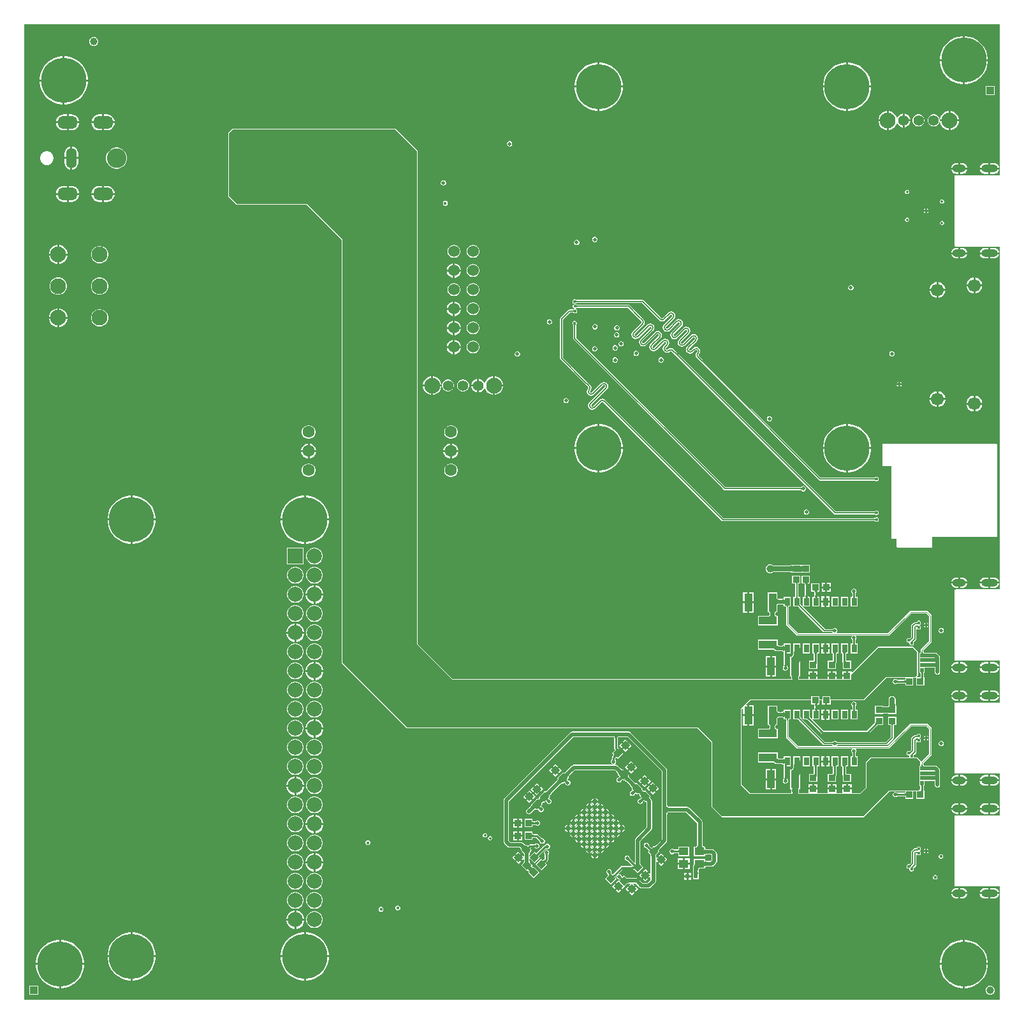
<source format=gbr>
%TF.GenerationSoftware,Altium Limited,Altium Designer,22.4.2 (48)*%
G04 Layer_Physical_Order=8*
G04 Layer_Color=65280*
%FSLAX26Y26*%
%MOIN*%
%TF.SameCoordinates,1C2CB1AA-ACBE-45DF-AC24-D873E68AE3FE*%
%TF.FilePolarity,Positive*%
%TF.FileFunction,Copper,L8,Bot,Signal*%
%TF.Part,Single*%
G01*
G75*
%TA.AperFunction,Conductor*%
%ADD10C,0.006929*%
%ADD12C,0.004921*%
%ADD13C,0.007874*%
%TA.AperFunction,SMDPad,CuDef*%
%ADD27R,0.023622X0.023622*%
%ADD39R,0.035433X0.033465*%
%ADD47R,0.043307X0.094488*%
%ADD48R,0.033465X0.035433*%
%TA.AperFunction,FiducialPad,Global*%
%ADD56C,0.039370*%
%ADD57R,0.039370X0.039370*%
%TA.AperFunction,Conductor*%
%ADD58C,0.019685*%
%ADD59C,0.006946*%
%ADD61C,0.010000*%
%ADD62C,0.015748*%
%ADD67C,0.029528*%
%TA.AperFunction,ComponentPad*%
%ADD68O,0.086614X0.039370*%
%ADD69O,0.070866X0.039370*%
%ADD70C,0.082677*%
%ADD71R,0.078740X0.078740*%
%ADD72C,0.078740*%
%ADD73O,0.106299X0.066929*%
%ADD74O,0.055118X0.106299*%
%ADD75C,0.102362*%
%ADD76C,0.055118*%
%ADD77C,0.062992*%
%ADD78C,0.236220*%
%ADD79C,0.066929*%
%ADD80C,0.060000*%
%TA.AperFunction,ViaPad*%
%ADD81C,0.027559*%
%ADD82C,0.019685*%
%ADD83C,0.013780*%
%ADD84C,0.015748*%
%ADD85C,0.017716*%
%ADD86C,0.039370*%
%ADD87C,0.050000*%
%TA.AperFunction,Conductor*%
%ADD89C,0.027559*%
%TA.AperFunction,SMDPad,CuDef*%
%ADD90R,0.029921X0.043307*%
%ADD91R,0.018504X0.019685*%
%ADD92R,0.051181X0.043307*%
G04:AMPARAMS|DCode=93|XSize=33.465mil|YSize=35.433mil|CornerRadius=0mil|HoleSize=0mil|Usage=FLASHONLY|Rotation=225.000|XOffset=0mil|YOffset=0mil|HoleType=Round|Shape=Rectangle|*
%AMROTATEDRECTD93*
4,1,4,-0.000696,0.024359,0.024359,-0.000696,0.000696,-0.024359,-0.024359,0.000696,-0.000696,0.024359,0.0*
%
%ADD93ROTATEDRECTD93*%

G04:AMPARAMS|DCode=94|XSize=33.465mil|YSize=35.433mil|CornerRadius=0mil|HoleSize=0mil|Usage=FLASHONLY|Rotation=315.000|XOffset=0mil|YOffset=0mil|HoleType=Round|Shape=Rectangle|*
%AMROTATEDRECTD94*
4,1,4,-0.024359,-0.000696,0.000696,0.024359,0.024359,0.000696,-0.000696,-0.024359,-0.024359,-0.000696,0.0*
%
%ADD94ROTATEDRECTD94*%

%ADD95R,0.094488X0.043307*%
G36*
X6092167Y5304261D02*
X5862205D01*
X5861422Y5303937D01*
X5858268D01*
Y5300783D01*
X5857943Y5300000D01*
Y4936221D01*
X5858268Y4935437D01*
Y4932283D01*
X5861422D01*
X5862205Y4931959D01*
X6092167D01*
Y3138907D01*
X5862205D01*
X5861422Y3138583D01*
X5858268D01*
Y3135429D01*
X5857943Y3134646D01*
Y2770866D01*
X5858268Y2770083D01*
Y2766929D01*
X5861422D01*
X5862205Y2766605D01*
X6092167D01*
Y2548356D01*
X5862205D01*
X5861422Y2548031D01*
X5858268D01*
Y2544878D01*
X5857943Y2544094D01*
Y2180315D01*
X5858268Y2179532D01*
Y2176378D01*
X5861422D01*
X5862205Y2176054D01*
X6092167D01*
Y1957805D01*
X5862205D01*
X5861422Y1957480D01*
X5858268D01*
Y1954326D01*
X5857943Y1953543D01*
Y1589764D01*
X5858268Y1588981D01*
Y1585827D01*
X5861422D01*
X5862205Y1585502D01*
X6092167D01*
Y994447D01*
X994447D01*
Y6092167D01*
X6092167D01*
Y5304261D01*
D02*
G37*
%LPC*%
G36*
X1362966Y6027559D02*
X1353569D01*
X1344887Y6023963D01*
X1338242Y6017318D01*
X1334646Y6008636D01*
Y5999238D01*
X1338242Y5990556D01*
X1344887Y5983911D01*
X1353569Y5980315D01*
X1362966D01*
X1371649Y5983911D01*
X1378293Y5990556D01*
X1381890Y5999238D01*
Y6008636D01*
X1378293Y6017318D01*
X1371649Y6023963D01*
X1362966Y6027559D01*
D02*
G37*
G36*
X5915427Y6031496D02*
X5910512D01*
Y5910512D01*
X6031496D01*
Y5915427D01*
X6028394Y5935013D01*
X6022266Y5953873D01*
X6013263Y5971542D01*
X6001607Y5987585D01*
X5987585Y6001607D01*
X5971542Y6013263D01*
X5953873Y6022266D01*
X5935013Y6028394D01*
X5915427Y6031496D01*
D02*
G37*
G36*
X5900512D02*
X5895597D01*
X5876010Y6028394D01*
X5857151Y6022266D01*
X5839482Y6013263D01*
X5823439Y6001607D01*
X5809416Y5987585D01*
X5797760Y5971542D01*
X5788758Y5953873D01*
X5782630Y5935013D01*
X5779528Y5915427D01*
Y5910512D01*
X5900512D01*
Y6031496D01*
D02*
G37*
G36*
X1209915Y5925984D02*
X1205000D01*
Y5805000D01*
X1325984D01*
Y5809915D01*
X1322882Y5829501D01*
X1316754Y5848361D01*
X1307751Y5866030D01*
X1296095Y5882073D01*
X1282073Y5896095D01*
X1266030Y5907751D01*
X1248361Y5916754D01*
X1229501Y5922882D01*
X1209915Y5925984D01*
D02*
G37*
G36*
X1195000D02*
X1190085D01*
X1170499Y5922882D01*
X1151639Y5916754D01*
X1133970Y5907751D01*
X1117927Y5896095D01*
X1103905Y5882073D01*
X1092249Y5866030D01*
X1083246Y5848361D01*
X1077118Y5829501D01*
X1074016Y5809915D01*
Y5805000D01*
X1195000D01*
Y5925984D01*
D02*
G37*
G36*
X6031496Y5900512D02*
X5910512D01*
Y5779528D01*
X5915427D01*
X5935013Y5782630D01*
X5953873Y5788758D01*
X5971542Y5797760D01*
X5987585Y5809416D01*
X6001607Y5823439D01*
X6013263Y5839482D01*
X6022266Y5857151D01*
X6028394Y5876010D01*
X6031496Y5895597D01*
Y5900512D01*
D02*
G37*
G36*
X5900512D02*
X5779528D01*
Y5895597D01*
X5782630Y5876010D01*
X5788758Y5857151D01*
X5797760Y5839482D01*
X5809416Y5823439D01*
X5823439Y5809416D01*
X5839482Y5797760D01*
X5857151Y5788758D01*
X5876010Y5782630D01*
X5895597Y5779528D01*
X5900512D01*
Y5900512D01*
D02*
G37*
G36*
X5305191Y5893701D02*
X5300275D01*
Y5772716D01*
X5421260D01*
Y5777632D01*
X5418158Y5797218D01*
X5412030Y5816078D01*
X5403027Y5833747D01*
X5391371Y5849790D01*
X5377349Y5863812D01*
X5361306Y5875468D01*
X5343637Y5884471D01*
X5324777Y5890599D01*
X5305191Y5893701D01*
D02*
G37*
G36*
X5290275D02*
X5285360D01*
X5265774Y5890599D01*
X5246914Y5884471D01*
X5229245Y5875468D01*
X5213202Y5863812D01*
X5199180Y5849790D01*
X5187524Y5833747D01*
X5178521Y5816078D01*
X5172394Y5797218D01*
X5169291Y5777632D01*
Y5772716D01*
X5290275D01*
Y5893701D01*
D02*
G37*
G36*
X4005978D02*
X4001063D01*
Y5772716D01*
X4122047D01*
Y5777632D01*
X4118945Y5797218D01*
X4112817Y5816078D01*
X4103814Y5833747D01*
X4092158Y5849790D01*
X4078136Y5863812D01*
X4062093Y5875468D01*
X4044424Y5884471D01*
X4025564Y5890599D01*
X4005978Y5893701D01*
D02*
G37*
G36*
X3991063D02*
X3986148D01*
X3966562Y5890599D01*
X3947702Y5884471D01*
X3930033Y5875468D01*
X3913990Y5863812D01*
X3899968Y5849790D01*
X3888312Y5833747D01*
X3879309Y5816078D01*
X3873181Y5797218D01*
X3870079Y5777632D01*
Y5772716D01*
X3991063D01*
Y5893701D01*
D02*
G37*
G36*
X6066929Y5771654D02*
X6019685D01*
Y5724409D01*
X6066929D01*
Y5771654D01*
D02*
G37*
G36*
X1325984Y5795000D02*
X1205000D01*
Y5674016D01*
X1209915D01*
X1229501Y5677118D01*
X1248361Y5683246D01*
X1266030Y5692249D01*
X1282073Y5703905D01*
X1296095Y5717927D01*
X1307751Y5733970D01*
X1316754Y5751639D01*
X1322882Y5770499D01*
X1325984Y5790085D01*
Y5795000D01*
D02*
G37*
G36*
X1195000D02*
X1074016D01*
Y5790085D01*
X1077118Y5770499D01*
X1083246Y5751639D01*
X1092249Y5733970D01*
X1103905Y5717927D01*
X1117927Y5703905D01*
X1133970Y5692249D01*
X1151639Y5683246D01*
X1170499Y5677118D01*
X1190085Y5674016D01*
X1195000D01*
Y5795000D01*
D02*
G37*
G36*
X5421260Y5762716D02*
X5300275D01*
Y5641732D01*
X5305191D01*
X5324777Y5644834D01*
X5343637Y5650962D01*
X5361306Y5659965D01*
X5377349Y5671621D01*
X5391371Y5685643D01*
X5403027Y5701686D01*
X5412030Y5719355D01*
X5418158Y5738215D01*
X5421260Y5757801D01*
Y5762716D01*
D02*
G37*
G36*
X5290275D02*
X5169291D01*
Y5757801D01*
X5172394Y5738215D01*
X5178521Y5719355D01*
X5187524Y5701686D01*
X5199180Y5685643D01*
X5213202Y5671621D01*
X5229245Y5659965D01*
X5246914Y5650962D01*
X5265774Y5644834D01*
X5285360Y5641732D01*
X5290275D01*
Y5762716D01*
D02*
G37*
G36*
X4122047Y5762716D02*
X4001063D01*
Y5641732D01*
X4005978D01*
X4025564Y5644834D01*
X4044424Y5650962D01*
X4062093Y5659965D01*
X4078136Y5671621D01*
X4092158Y5685643D01*
X4103814Y5701686D01*
X4112817Y5719355D01*
X4118945Y5738215D01*
X4122047Y5757801D01*
Y5762716D01*
D02*
G37*
G36*
X3991063D02*
X3870079D01*
Y5757801D01*
X3873181Y5738215D01*
X3879309Y5719355D01*
X3888312Y5701686D01*
X3899968Y5685643D01*
X3913990Y5671621D01*
X3930033Y5659965D01*
X3947702Y5650962D01*
X3966562Y5644834D01*
X3986148Y5641732D01*
X3991063D01*
Y5762716D01*
D02*
G37*
G36*
X5837188Y5639764D02*
X5835709D01*
Y5595551D01*
X5879921D01*
Y5597030D01*
X5876568Y5609547D01*
X5870088Y5620769D01*
X5860926Y5629931D01*
X5849704Y5636410D01*
X5837188Y5639764D01*
D02*
G37*
G36*
X5595551Y5625894D02*
Y5595551D01*
X5625894D01*
X5623569Y5604228D01*
X5618904Y5612307D01*
X5612307Y5618905D01*
X5604228Y5623569D01*
X5595551Y5625894D01*
D02*
G37*
G36*
X5502874Y5639764D02*
X5501395D01*
X5488879Y5636410D01*
X5477657Y5629931D01*
X5468494Y5620769D01*
X5462015Y5609547D01*
X5458661Y5597030D01*
Y5595551D01*
X5502874D01*
Y5639764D01*
D02*
G37*
G36*
X5825709D02*
X5824230D01*
X5811713Y5636410D01*
X5800491Y5629931D01*
X5791329Y5620769D01*
X5784850Y5609547D01*
X5781496Y5597030D01*
Y5595551D01*
X5825709D01*
Y5639764D01*
D02*
G37*
G36*
X5830709Y5590551D02*
D01*
D01*
D01*
D02*
G37*
G36*
X1425197Y5622404D02*
X1410512D01*
Y5585709D01*
X1466234D01*
X1465471Y5591500D01*
X1461306Y5601556D01*
X1454680Y5610192D01*
X1446044Y5616818D01*
X1435988Y5620983D01*
X1425197Y5622404D01*
D02*
G37*
G36*
X1400512D02*
X1385827D01*
X1375035Y5620983D01*
X1364979Y5616818D01*
X1356344Y5610192D01*
X1349718Y5601556D01*
X1345552Y5591500D01*
X1344790Y5585709D01*
X1400512D01*
Y5622404D01*
D02*
G37*
G36*
X1240158D02*
X1225472D01*
Y5585709D01*
X1281195D01*
X1280432Y5591500D01*
X1276267Y5601556D01*
X1269640Y5610192D01*
X1261005Y5616818D01*
X1250949Y5620983D01*
X1240158Y5622404D01*
D02*
G37*
G36*
X1215472D02*
X1200787D01*
X1189996Y5620983D01*
X1179940Y5616818D01*
X1171304Y5610192D01*
X1164678Y5601556D01*
X1160513Y5591500D01*
X1159750Y5585709D01*
X1215472D01*
Y5622404D01*
D02*
G37*
G36*
X5752178Y5622047D02*
X5743885D01*
X5735874Y5619901D01*
X5728693Y5615754D01*
X5722828Y5609890D01*
X5718682Y5602708D01*
X5716535Y5594698D01*
Y5586405D01*
X5718682Y5578394D01*
X5722828Y5571212D01*
X5728693Y5565348D01*
X5735874Y5561202D01*
X5743885Y5559055D01*
X5752178D01*
X5760189Y5561202D01*
X5767370Y5565348D01*
X5773235Y5571212D01*
X5777381Y5578394D01*
X5779528Y5586405D01*
Y5594698D01*
X5777381Y5602708D01*
X5773235Y5609890D01*
X5767370Y5615754D01*
X5760189Y5619901D01*
X5752178Y5622047D01*
D02*
G37*
G36*
X5673438D02*
X5665145D01*
X5657134Y5619901D01*
X5649952Y5615754D01*
X5644088Y5609890D01*
X5639942Y5602708D01*
X5637795Y5594698D01*
Y5586405D01*
X5639942Y5578394D01*
X5644088Y5571212D01*
X5649952Y5565348D01*
X5657134Y5561202D01*
X5665145Y5559055D01*
X5673438D01*
X5681448Y5561202D01*
X5688630Y5565348D01*
X5694494Y5571212D01*
X5698641Y5578394D01*
X5700787Y5586405D01*
Y5594698D01*
X5698641Y5602708D01*
X5694494Y5609890D01*
X5688630Y5615754D01*
X5681448Y5619901D01*
X5673438Y5622047D01*
D02*
G37*
G36*
X5625894Y5585551D02*
X5595551D01*
Y5555208D01*
X5604228Y5557533D01*
X5612307Y5562198D01*
X5618904Y5568795D01*
X5623569Y5576875D01*
X5625894Y5585551D01*
D02*
G37*
G36*
X5514353Y5639764D02*
X5512874D01*
Y5590551D01*
Y5541339D01*
X5514353D01*
X5526869Y5544692D01*
X5538091Y5551171D01*
X5547254Y5560334D01*
X5553733Y5571556D01*
X5556345Y5581306D01*
X5557533Y5576875D01*
X5562198Y5568795D01*
X5568795Y5562198D01*
X5576874Y5557533D01*
X5585551Y5555208D01*
Y5590551D01*
X5590551D01*
D01*
X5585551D01*
Y5625894D01*
X5576874Y5623569D01*
X5568795Y5618905D01*
X5562198Y5612307D01*
X5557533Y5604228D01*
X5556345Y5599796D01*
X5553733Y5609547D01*
X5547254Y5620769D01*
X5538091Y5629931D01*
X5526869Y5636410D01*
X5514353Y5639764D01*
D02*
G37*
G36*
X5879921Y5585551D02*
X5835709D01*
Y5541339D01*
X5837188D01*
X5849704Y5544692D01*
X5860926Y5551171D01*
X5870088Y5560334D01*
X5876568Y5571556D01*
X5879921Y5584072D01*
Y5585551D01*
D02*
G37*
G36*
X5825709D02*
X5781496D01*
Y5584072D01*
X5784850Y5571556D01*
X5791329Y5560334D01*
X5800491Y5551171D01*
X5811713Y5544692D01*
X5824230Y5541339D01*
X5825709D01*
Y5585551D01*
D02*
G37*
G36*
X5502874D02*
X5458661D01*
Y5584072D01*
X5462015Y5571556D01*
X5468494Y5560334D01*
X5477657Y5551171D01*
X5488879Y5544692D01*
X5501395Y5541339D01*
X5502874D01*
Y5585551D01*
D02*
G37*
G36*
X1466234Y5575709D02*
X1410512D01*
Y5539014D01*
X1425197D01*
X1435988Y5540434D01*
X1446044Y5544600D01*
X1454680Y5551226D01*
X1461306Y5559861D01*
X1465471Y5569917D01*
X1466234Y5575709D01*
D02*
G37*
G36*
X1400512D02*
X1344790D01*
X1345552Y5569917D01*
X1349718Y5559861D01*
X1356344Y5551226D01*
X1364979Y5544600D01*
X1375035Y5540434D01*
X1385827Y5539014D01*
X1400512D01*
Y5575709D01*
D02*
G37*
G36*
X1281195Y5575709D02*
X1225472D01*
Y5539014D01*
X1240158D01*
X1250949Y5540434D01*
X1261005Y5544600D01*
X1269640Y5551226D01*
X1276267Y5559861D01*
X1280432Y5569917D01*
X1281195Y5575709D01*
D02*
G37*
G36*
X1215472D02*
X1159750D01*
X1160513Y5569917D01*
X1164678Y5559861D01*
X1171304Y5551226D01*
X1179940Y5544600D01*
X1189996Y5540434D01*
X1200787Y5539014D01*
X1215472D01*
Y5575709D01*
D02*
G37*
G36*
X3534237Y5482283D02*
X3528755D01*
X3523691Y5480186D01*
X3519814Y5476309D01*
X3517717Y5471245D01*
Y5465763D01*
X3519814Y5460698D01*
X3523691Y5456822D01*
X3528755Y5454724D01*
X3534237D01*
X3539302Y5456822D01*
X3543178Y5460698D01*
X3545276Y5465763D01*
Y5471245D01*
X3543178Y5476309D01*
X3539302Y5480186D01*
X3534237Y5482283D01*
D02*
G37*
G36*
X1245158Y5454372D02*
Y5398701D01*
X1275896D01*
Y5419291D01*
X1274678Y5428541D01*
X1271108Y5437161D01*
X1265429Y5444562D01*
X1258027Y5450242D01*
X1249407Y5453812D01*
X1245158Y5454372D01*
D02*
G37*
G36*
X1235158D02*
X1230908Y5453812D01*
X1222288Y5450242D01*
X1214886Y5444562D01*
X1209207Y5437161D01*
X1205637Y5428541D01*
X1204419Y5419291D01*
Y5398701D01*
X1235158D01*
Y5454372D01*
D02*
G37*
G36*
X1116870Y5429134D02*
X1107540D01*
X1098528Y5426719D01*
X1090448Y5422054D01*
X1083851Y5415457D01*
X1079186Y5407377D01*
X1076772Y5398366D01*
Y5389036D01*
X1079186Y5380024D01*
X1083851Y5371944D01*
X1090448Y5365347D01*
X1098528Y5360682D01*
X1107540Y5358268D01*
X1116870D01*
X1125881Y5360682D01*
X1133961Y5365347D01*
X1140558Y5371944D01*
X1145223Y5380024D01*
X1147638Y5389036D01*
Y5398366D01*
X1145223Y5407377D01*
X1140558Y5415457D01*
X1133961Y5422054D01*
X1125881Y5426719D01*
X1116870Y5429134D01*
D02*
G37*
G36*
X6062992Y5367167D02*
X6044370D01*
Y5344370D01*
X6090131D01*
X6089842Y5346564D01*
X6087065Y5353268D01*
X6082648Y5359025D01*
X6076891Y5363443D01*
X6070186Y5366220D01*
X6062992Y5367167D01*
D02*
G37*
G36*
X6034370D02*
X6015748D01*
X6008554Y5366220D01*
X6001850Y5363443D01*
X5996093Y5359025D01*
X5991675Y5353268D01*
X5988898Y5346564D01*
X5988609Y5344370D01*
X6034370D01*
Y5367167D01*
D02*
G37*
G36*
X5897638D02*
X5886890D01*
Y5344370D01*
X5924776D01*
X5924487Y5346564D01*
X5921711Y5353268D01*
X5917293Y5359025D01*
X5911536Y5363443D01*
X5904832Y5366220D01*
X5897638Y5367167D01*
D02*
G37*
G36*
X5876890D02*
X5866142D01*
X5858948Y5366220D01*
X5852243Y5363443D01*
X5846486Y5359025D01*
X5842069Y5353268D01*
X5839292Y5346564D01*
X5839003Y5344370D01*
X5876890D01*
Y5367167D01*
D02*
G37*
G36*
X1483634Y5448819D02*
X1469121D01*
X1455103Y5445063D01*
X1442535Y5437806D01*
X1432273Y5427544D01*
X1425016Y5414976D01*
X1421260Y5400957D01*
Y5386444D01*
X1425016Y5372426D01*
X1432273Y5359858D01*
X1442535Y5349595D01*
X1455103Y5342339D01*
X1469121Y5338583D01*
X1483634D01*
X1497653Y5342339D01*
X1510221Y5349595D01*
X1520483Y5359858D01*
X1527740Y5372426D01*
X1531496Y5386444D01*
Y5400957D01*
X1527740Y5414976D01*
X1520483Y5427544D01*
X1510221Y5437806D01*
X1497653Y5445063D01*
X1483634Y5448819D01*
D02*
G37*
G36*
X1275896Y5388701D02*
X1245158D01*
Y5333030D01*
X1249407Y5333589D01*
X1258027Y5337160D01*
X1265429Y5342839D01*
X1271108Y5350241D01*
X1274678Y5358860D01*
X1275896Y5368110D01*
Y5388701D01*
D02*
G37*
G36*
X1235158D02*
X1204419D01*
Y5368110D01*
X1205637Y5358860D01*
X1209207Y5350241D01*
X1214886Y5342839D01*
X1222288Y5337160D01*
X1230908Y5333589D01*
X1235158Y5333030D01*
Y5388701D01*
D02*
G37*
G36*
X6090131Y5334370D02*
X6044370D01*
Y5311573D01*
X6062992D01*
X6070186Y5312520D01*
X6076891Y5315297D01*
X6082648Y5319715D01*
X6087065Y5325472D01*
X6089842Y5332176D01*
X6090131Y5334370D01*
D02*
G37*
G36*
X6034370D02*
X5988609D01*
X5988898Y5332176D01*
X5991675Y5325472D01*
X5996093Y5319715D01*
X6001850Y5315297D01*
X6008554Y5312520D01*
X6015748Y5311573D01*
X6034370D01*
Y5334370D01*
D02*
G37*
G36*
X5924776Y5334370D02*
X5886890D01*
Y5311573D01*
X5897638D01*
X5904832Y5312520D01*
X5911536Y5315297D01*
X5917293Y5319715D01*
X5921711Y5325472D01*
X5924487Y5332176D01*
X5924776Y5334370D01*
D02*
G37*
G36*
X5876890D02*
X5839003D01*
X5839292Y5332176D01*
X5842069Y5325472D01*
X5846486Y5319715D01*
X5852243Y5315297D01*
X5858948Y5312520D01*
X5866142Y5311573D01*
X5876890D01*
Y5334370D01*
D02*
G37*
G36*
X3187780Y5277559D02*
X3182298D01*
X3177234Y5275461D01*
X3173358Y5271585D01*
X3171260Y5266520D01*
Y5261039D01*
X3173358Y5255974D01*
X3177234Y5252098D01*
X3182298Y5250000D01*
X3187780D01*
X3192845Y5252098D01*
X3196721Y5255974D01*
X3198819Y5261039D01*
Y5266520D01*
X3196721Y5271585D01*
X3192845Y5275461D01*
X3187780Y5277559D01*
D02*
G37*
G36*
X1240158Y5248388D02*
X1225472D01*
Y5211693D01*
X1281195D01*
X1280432Y5217484D01*
X1276267Y5227541D01*
X1269640Y5236176D01*
X1261005Y5242802D01*
X1250949Y5246967D01*
X1240158Y5248388D01*
D02*
G37*
G36*
X1215472D02*
X1200787D01*
X1189996Y5246967D01*
X1179940Y5242802D01*
X1171304Y5236176D01*
X1164678Y5227541D01*
X1160513Y5217484D01*
X1159750Y5211693D01*
X1215472D01*
Y5248388D01*
D02*
G37*
G36*
X1425197D02*
X1410512D01*
Y5211693D01*
X1466234D01*
X1465471Y5217484D01*
X1461306Y5227541D01*
X1454680Y5236176D01*
X1446044Y5242802D01*
X1435988Y5246967D01*
X1425197Y5248388D01*
D02*
G37*
G36*
X1400512D02*
X1385827D01*
X1375035Y5246967D01*
X1364979Y5242802D01*
X1356344Y5236176D01*
X1349718Y5227541D01*
X1345552Y5217484D01*
X1344790Y5211693D01*
X1400512D01*
Y5248388D01*
D02*
G37*
G36*
X5611406Y5227362D02*
X5607098D01*
X5603119Y5225714D01*
X5600074Y5222668D01*
X5598425Y5218689D01*
Y5214382D01*
X5600074Y5210403D01*
X5603119Y5207357D01*
X5607098Y5205709D01*
X5611406D01*
X5615385Y5207357D01*
X5618430Y5210403D01*
X5620079Y5214382D01*
Y5218689D01*
X5618430Y5222668D01*
X5615385Y5225714D01*
X5611406Y5227362D01*
D02*
G37*
G36*
X1466234Y5201693D02*
X1410512D01*
Y5164998D01*
X1425197D01*
X1435988Y5166418D01*
X1446044Y5170584D01*
X1454680Y5177210D01*
X1461306Y5185845D01*
X1465471Y5195901D01*
X1466234Y5201693D01*
D02*
G37*
G36*
X1400512D02*
X1344790D01*
X1345552Y5195901D01*
X1349718Y5185845D01*
X1356344Y5177210D01*
X1364979Y5170584D01*
X1375035Y5166418D01*
X1385827Y5164998D01*
X1400512D01*
Y5201693D01*
D02*
G37*
G36*
X1281195Y5201693D02*
X1225472D01*
Y5164998D01*
X1240158D01*
X1250949Y5166418D01*
X1261005Y5170584D01*
X1269640Y5177210D01*
X1276267Y5185845D01*
X1280432Y5195901D01*
X1281195Y5201693D01*
D02*
G37*
G36*
X1215472D02*
X1159750D01*
X1160513Y5195901D01*
X1164678Y5185845D01*
X1171304Y5177210D01*
X1179940Y5170584D01*
X1189996Y5166418D01*
X1200787Y5164998D01*
X1215472D01*
Y5201693D01*
D02*
G37*
G36*
X5793453Y5178150D02*
X5789146D01*
X5785167Y5176501D01*
X5782121Y5173456D01*
X5780473Y5169476D01*
Y5165169D01*
X5782121Y5161190D01*
X5785167Y5158144D01*
X5789146Y5156496D01*
X5793453D01*
X5797432Y5158144D01*
X5800478Y5161190D01*
X5802126Y5165169D01*
Y5169476D01*
X5800478Y5173456D01*
X5797432Y5176501D01*
X5793453Y5178150D01*
D02*
G37*
G36*
X3197545Y5170795D02*
X3192455D01*
X3187752Y5168847D01*
X3184153Y5165248D01*
X3182205Y5160545D01*
Y5155455D01*
X3184153Y5150752D01*
X3187752Y5147153D01*
X3192455Y5145205D01*
X3197545D01*
X3202248Y5147153D01*
X3205847Y5150752D01*
X3207795Y5155455D01*
Y5160545D01*
X3205847Y5165248D01*
X3202248Y5168847D01*
X3197545Y5170795D01*
D02*
G37*
G36*
X5713661Y5129974D02*
Y5123110D01*
X5720525D01*
X5719575Y5125403D01*
X5715954Y5129024D01*
X5713661Y5129974D01*
D02*
G37*
G36*
X5703661D02*
X5701369Y5129024D01*
X5697747Y5125403D01*
X5696798Y5123110D01*
X5703661D01*
Y5129974D01*
D02*
G37*
G36*
X5720525Y5113110D02*
X5713661D01*
Y5106247D01*
X5715954Y5107196D01*
X5719575Y5110818D01*
X5720525Y5113110D01*
D02*
G37*
G36*
X5703661D02*
X5696798D01*
X5697747Y5110818D01*
X5701369Y5107196D01*
X5703661Y5106247D01*
Y5113110D01*
D02*
G37*
G36*
X5611406Y5082677D02*
X5607098D01*
X5603119Y5081029D01*
X5600074Y5077983D01*
X5598425Y5074004D01*
Y5069697D01*
X5600074Y5065718D01*
X5603119Y5062672D01*
X5607098Y5061024D01*
X5611406D01*
X5615385Y5062672D01*
X5618430Y5065718D01*
X5620079Y5069697D01*
Y5074004D01*
X5618430Y5077983D01*
X5615385Y5081029D01*
X5611406Y5082677D01*
D02*
G37*
G36*
X5794030Y5065407D02*
X5789723D01*
X5785743Y5063759D01*
X5782698Y5060713D01*
X5781050Y5056734D01*
Y5052427D01*
X5782698Y5048448D01*
X5785743Y5045402D01*
X5789723Y5043754D01*
X5794030D01*
X5798009Y5045402D01*
X5801055Y5048448D01*
X5802703Y5052427D01*
Y5056734D01*
X5801055Y5060713D01*
X5798009Y5063759D01*
X5794030Y5065407D01*
D02*
G37*
G36*
X3979245Y4982283D02*
X3973763D01*
X3968698Y4980186D01*
X3964822Y4976310D01*
X3962724Y4971245D01*
Y4965763D01*
X3964822Y4960699D01*
X3968698Y4956822D01*
X3973763Y4954725D01*
X3979245D01*
X3984309Y4956822D01*
X3988186Y4960699D01*
X3990284Y4965763D01*
Y4971245D01*
X3988186Y4976310D01*
X3984309Y4980186D01*
X3979245Y4982283D01*
D02*
G37*
G36*
X3884631Y4966535D02*
X3879149D01*
X3874084Y4964438D01*
X3870208Y4960561D01*
X3868110Y4955497D01*
Y4950015D01*
X3870208Y4944950D01*
X3874084Y4941074D01*
X3879149Y4938976D01*
X3884631D01*
X3889695Y4941074D01*
X3893572Y4944950D01*
X3895669Y4950015D01*
Y4955497D01*
X3893572Y4960561D01*
X3889695Y4964438D01*
X3884631Y4966535D01*
D02*
G37*
G36*
X5897638Y4924647D02*
X5886890D01*
Y4901851D01*
X5924776D01*
X5924487Y4904045D01*
X5921711Y4910749D01*
X5917293Y4916506D01*
X5911536Y4920923D01*
X5904832Y4923700D01*
X5897638Y4924647D01*
D02*
G37*
G36*
X5876890D02*
X5866142D01*
X5858948Y4923700D01*
X5852243Y4920923D01*
X5846486Y4916506D01*
X5842069Y4910749D01*
X5839292Y4904045D01*
X5839003Y4901851D01*
X5876890D01*
Y4924647D01*
D02*
G37*
G36*
X6062992D02*
X6044370D01*
Y4901850D01*
X6090131D01*
X6089842Y4904045D01*
X6087065Y4910749D01*
X6082648Y4916506D01*
X6076891Y4920923D01*
X6070186Y4923700D01*
X6062992Y4924647D01*
D02*
G37*
G36*
X6034370D02*
X6015748D01*
X6008554Y4923700D01*
X6001850Y4920923D01*
X5996093Y4916506D01*
X5991675Y4910749D01*
X5988898Y4904045D01*
X5988609Y4901850D01*
X6034370D01*
Y4924647D01*
D02*
G37*
G36*
X1177739Y4938976D02*
X1176260D01*
Y4894764D01*
X1220473D01*
Y4896243D01*
X1217119Y4908759D01*
X1210640Y4919981D01*
X1201477Y4929144D01*
X1190255Y4935623D01*
X1177739Y4938976D01*
D02*
G37*
G36*
X1166260D02*
X1164781D01*
X1152264Y4935623D01*
X1141043Y4929144D01*
X1131880Y4919981D01*
X1125401Y4908759D01*
X1122047Y4896243D01*
Y4894764D01*
X1166260D01*
Y4938976D01*
D02*
G37*
G36*
X3344428Y4940236D02*
X3335493D01*
X3326861Y4937923D01*
X3319123Y4933456D01*
X3312804Y4927137D01*
X3308336Y4919398D01*
X3306024Y4910767D01*
Y4901831D01*
X3308336Y4893200D01*
X3312804Y4885461D01*
X3319123Y4879143D01*
X3326861Y4874675D01*
X3335493Y4872362D01*
X3344428D01*
X3353060Y4874675D01*
X3360798Y4879143D01*
X3367117Y4885461D01*
X3371585Y4893200D01*
X3373898Y4901831D01*
Y4910767D01*
X3371585Y4919398D01*
X3367117Y4927137D01*
X3360798Y4933456D01*
X3353060Y4937923D01*
X3344428Y4940236D01*
D02*
G37*
G36*
X3244428D02*
X3235493D01*
X3226861Y4937923D01*
X3219123Y4933456D01*
X3212804Y4927137D01*
X3208336Y4919398D01*
X3206024Y4910767D01*
Y4901831D01*
X3208336Y4893200D01*
X3212804Y4885461D01*
X3219123Y4879143D01*
X3226861Y4874675D01*
X3235493Y4872362D01*
X3244428D01*
X3253060Y4874675D01*
X3260798Y4879143D01*
X3267117Y4885461D01*
X3271585Y4893200D01*
X3273898Y4901831D01*
Y4910767D01*
X3271585Y4919398D01*
X3267117Y4927137D01*
X3260798Y4933456D01*
X3253060Y4937923D01*
X3244428Y4940236D01*
D02*
G37*
G36*
X6090131Y4891850D02*
X6044370D01*
Y4869054D01*
X6062992D01*
X6070186Y4870001D01*
X6076891Y4872778D01*
X6082648Y4877195D01*
X6087065Y4882952D01*
X6089842Y4889656D01*
X6090131Y4891850D01*
D02*
G37*
G36*
X6034370D02*
X5988609D01*
X5988898Y4889656D01*
X5991675Y4882952D01*
X5996093Y4877195D01*
X6001850Y4872778D01*
X6008554Y4870001D01*
X6015748Y4869054D01*
X6034370D01*
Y4891850D01*
D02*
G37*
G36*
X5924776Y4891851D02*
X5886890D01*
Y4869054D01*
X5897638D01*
X5904832Y4870001D01*
X5911536Y4872778D01*
X5917293Y4877195D01*
X5921711Y4882952D01*
X5924487Y4889656D01*
X5924776Y4891851D01*
D02*
G37*
G36*
X5876890D02*
X5839003D01*
X5839292Y4889656D01*
X5842069Y4882952D01*
X5846486Y4877195D01*
X5852243Y4872778D01*
X5858948Y4870001D01*
X5866142Y4869054D01*
X5876890D01*
Y4891851D01*
D02*
G37*
G36*
X1393756Y4935039D02*
X1381835D01*
X1370320Y4931954D01*
X1359995Y4925993D01*
X1351566Y4917564D01*
X1345605Y4907239D01*
X1342520Y4895724D01*
Y4883803D01*
X1345605Y4872288D01*
X1351566Y4861964D01*
X1359995Y4853534D01*
X1370320Y4847574D01*
X1381835Y4844488D01*
X1393756D01*
X1405271Y4847574D01*
X1415595Y4853534D01*
X1424025Y4861964D01*
X1429986Y4872288D01*
X1433071Y4883803D01*
Y4895724D01*
X1429986Y4907239D01*
X1424025Y4917564D01*
X1415595Y4925993D01*
X1405271Y4931954D01*
X1393756Y4935039D01*
D02*
G37*
G36*
X1220473Y4884764D02*
X1176260D01*
Y4840551D01*
X1177739D01*
X1190255Y4843905D01*
X1201477Y4850384D01*
X1210640Y4859546D01*
X1217119Y4870768D01*
X1220473Y4883285D01*
Y4884764D01*
D02*
G37*
G36*
X1166260D02*
X1122047D01*
Y4883285D01*
X1125401Y4870768D01*
X1131880Y4859546D01*
X1141043Y4850384D01*
X1152264Y4843905D01*
X1164781Y4840551D01*
X1166260D01*
Y4884764D01*
D02*
G37*
G36*
X3244961Y4844169D02*
Y4811299D01*
X3277831D01*
X3275253Y4820918D01*
X3270267Y4829554D01*
X3263216Y4836606D01*
X3254579Y4841592D01*
X3244961Y4844169D01*
D02*
G37*
G36*
X3234961D02*
X3225342Y4841592D01*
X3216705Y4836606D01*
X3209654Y4829554D01*
X3204668Y4820918D01*
X3202090Y4811299D01*
X3234961D01*
Y4844169D01*
D02*
G37*
G36*
X3344428Y4840236D02*
X3335493D01*
X3326861Y4837923D01*
X3319123Y4833456D01*
X3312804Y4827137D01*
X3308336Y4819398D01*
X3306024Y4810767D01*
Y4801831D01*
X3308336Y4793200D01*
X3312804Y4785461D01*
X3319123Y4779143D01*
X3326861Y4774675D01*
X3335493Y4772362D01*
X3344428D01*
X3353060Y4774675D01*
X3360798Y4779143D01*
X3367117Y4785461D01*
X3371585Y4793200D01*
X3373898Y4801831D01*
Y4810767D01*
X3371585Y4819398D01*
X3367117Y4827137D01*
X3360798Y4833456D01*
X3353060Y4837923D01*
X3344428Y4840236D01*
D02*
G37*
G36*
X3277831Y4801299D02*
X3244961D01*
Y4768429D01*
X3254579Y4771006D01*
X3263216Y4775993D01*
X3270267Y4783044D01*
X3275253Y4791680D01*
X3277831Y4801299D01*
D02*
G37*
G36*
X3234961D02*
X3202090D01*
X3204668Y4791680D01*
X3209654Y4783044D01*
X3216705Y4775993D01*
X3225342Y4771006D01*
X3234961Y4768429D01*
Y4801299D01*
D02*
G37*
G36*
X5966072Y4769685D02*
X5965630D01*
Y4733346D01*
X6001968D01*
Y4733789D01*
X5999151Y4744302D01*
X5993709Y4753729D01*
X5986012Y4761425D01*
X5976586Y4766868D01*
X5966072Y4769685D01*
D02*
G37*
G36*
X5955630D02*
X5955188D01*
X5944674Y4766868D01*
X5935248Y4761425D01*
X5927551Y4753729D01*
X5922109Y4744302D01*
X5919292Y4733789D01*
Y4733346D01*
X5955630D01*
Y4769685D01*
D02*
G37*
G36*
X5773159Y4746063D02*
X5772717D01*
Y4709724D01*
X5809055D01*
Y4710167D01*
X5806238Y4720681D01*
X5800796Y4730107D01*
X5793099Y4737803D01*
X5783673Y4743246D01*
X5773159Y4746063D01*
D02*
G37*
G36*
X5762717D02*
X5762274D01*
X5751761Y4743246D01*
X5742334Y4737803D01*
X5734638Y4730107D01*
X5729195Y4720681D01*
X5726378Y4710167D01*
Y4709724D01*
X5762717D01*
Y4746063D01*
D02*
G37*
G36*
X5317702Y4730315D02*
X5312220D01*
X5307155Y4728217D01*
X5303279Y4724341D01*
X5301181Y4719276D01*
Y4713794D01*
X5303279Y4708730D01*
X5307155Y4704854D01*
X5312220Y4702756D01*
X5317702D01*
X5322766Y4704854D01*
X5326642Y4708730D01*
X5328740Y4713794D01*
Y4719276D01*
X5326642Y4724341D01*
X5322766Y4728217D01*
X5317702Y4730315D01*
D02*
G37*
G36*
X6001968Y4723346D02*
X5965630D01*
Y4687008D01*
X5966072D01*
X5976586Y4689825D01*
X5986012Y4695267D01*
X5993709Y4702964D01*
X5999151Y4712390D01*
X6001968Y4722904D01*
Y4723346D01*
D02*
G37*
G36*
X5955630D02*
X5919292D01*
Y4722904D01*
X5922109Y4712390D01*
X5927551Y4702964D01*
X5935248Y4695267D01*
X5944674Y4689825D01*
X5955188Y4687008D01*
X5955630D01*
Y4723346D01*
D02*
G37*
G36*
X1393756Y4769685D02*
X1381835D01*
X1370320Y4766600D01*
X1359995Y4760639D01*
X1351566Y4752209D01*
X1345605Y4741885D01*
X1342520Y4730370D01*
Y4718449D01*
X1345605Y4706934D01*
X1351566Y4696609D01*
X1359995Y4688180D01*
X1370320Y4682219D01*
X1381835Y4679134D01*
X1393756D01*
X1405271Y4682219D01*
X1415595Y4688180D01*
X1424025Y4696609D01*
X1429986Y4706934D01*
X1433071Y4718449D01*
Y4730370D01*
X1429986Y4741885D01*
X1424025Y4752209D01*
X1415595Y4760639D01*
X1405271Y4766600D01*
X1393756Y4769685D01*
D02*
G37*
G36*
X1177220D02*
X1165299D01*
X1153784Y4766600D01*
X1143460Y4760639D01*
X1135030Y4752209D01*
X1129070Y4741885D01*
X1125984Y4730370D01*
Y4718449D01*
X1129070Y4706934D01*
X1135030Y4696609D01*
X1143460Y4688180D01*
X1153784Y4682219D01*
X1165299Y4679134D01*
X1177220D01*
X1188736Y4682219D01*
X1199060Y4688180D01*
X1207489Y4696609D01*
X1213450Y4706934D01*
X1216535Y4718449D01*
Y4730370D01*
X1213450Y4741885D01*
X1207489Y4752209D01*
X1199060Y4760639D01*
X1188736Y4766600D01*
X1177220Y4769685D01*
D02*
G37*
G36*
X3344428Y4740236D02*
X3335493D01*
X3326861Y4737923D01*
X3319123Y4733456D01*
X3312804Y4727137D01*
X3308336Y4719398D01*
X3306024Y4710767D01*
Y4701831D01*
X3308336Y4693200D01*
X3312804Y4685461D01*
X3319123Y4679143D01*
X3326861Y4674675D01*
X3335493Y4672362D01*
X3344428D01*
X3353060Y4674675D01*
X3360798Y4679143D01*
X3367117Y4685461D01*
X3371585Y4693200D01*
X3373898Y4701831D01*
Y4710767D01*
X3371585Y4719398D01*
X3367117Y4727137D01*
X3360798Y4733456D01*
X3353060Y4737923D01*
X3344428Y4740236D01*
D02*
G37*
G36*
X3244428D02*
X3235493D01*
X3226861Y4737923D01*
X3219123Y4733456D01*
X3212804Y4727137D01*
X3208336Y4719398D01*
X3206024Y4710767D01*
Y4701831D01*
X3208336Y4693200D01*
X3212804Y4685461D01*
X3219123Y4679143D01*
X3226861Y4674675D01*
X3235493Y4672362D01*
X3244428D01*
X3253060Y4674675D01*
X3260798Y4679143D01*
X3267117Y4685461D01*
X3271585Y4693200D01*
X3273898Y4701831D01*
Y4710767D01*
X3271585Y4719398D01*
X3267117Y4727137D01*
X3260798Y4733456D01*
X3253060Y4737923D01*
X3244428Y4740236D01*
D02*
G37*
G36*
X5809055Y4699724D02*
X5772717D01*
Y4663386D01*
X5773159D01*
X5783673Y4666203D01*
X5793099Y4671645D01*
X5800796Y4679342D01*
X5806238Y4688768D01*
X5809055Y4699282D01*
Y4699724D01*
D02*
G37*
G36*
X5762717D02*
X5726378D01*
Y4699282D01*
X5729195Y4688768D01*
X5734638Y4679342D01*
X5742334Y4671645D01*
X5751761Y4666203D01*
X5762274Y4663386D01*
X5762717D01*
Y4699724D01*
D02*
G37*
G36*
X3244961Y4644169D02*
Y4611299D01*
X3277831D01*
X3275253Y4620918D01*
X3270267Y4629554D01*
X3263216Y4636606D01*
X3254579Y4641592D01*
X3244961Y4644169D01*
D02*
G37*
G36*
X3234961D02*
X3225342Y4641592D01*
X3216705Y4636606D01*
X3209654Y4629554D01*
X3204668Y4620918D01*
X3202090Y4611299D01*
X3234961D01*
Y4644169D01*
D02*
G37*
G36*
X3874397Y4606299D02*
X3869698D01*
X3865357Y4604501D01*
X3864280Y4603424D01*
X3863725Y4603232D01*
X3863691Y4603225D01*
X3863677Y4603215D01*
X3863595Y4603187D01*
X3863478Y4603083D01*
X3863451Y4603069D01*
X3863310Y4603012D01*
X3863070Y4602938D01*
X3862734Y4602861D01*
X3862356Y4602800D01*
X3861136Y4602699D01*
X3860425Y4602686D01*
X3860036Y4602516D01*
X3842520D01*
X3839447Y4601905D01*
X3836843Y4600165D01*
X3836843Y4600165D01*
X3797473Y4560795D01*
X3795732Y4558190D01*
X3795121Y4555118D01*
Y4346457D01*
X3795732Y4343384D01*
X3797473Y4340780D01*
X3912774Y4225478D01*
X3912775Y4225477D01*
X3915559Y4222694D01*
X3915559Y4222694D01*
X3941476Y4196776D01*
X3941632Y4196672D01*
X3943319Y4192598D01*
X3941632Y4188524D01*
X3941476Y4188420D01*
X3941476Y4188420D01*
X3941476Y4188420D01*
X3941476Y4188420D01*
X3941475Y4188419D01*
X3941282Y4188613D01*
X3936462Y4181398D01*
X3934769Y4172888D01*
X3936462Y4164377D01*
X3941282Y4157163D01*
X3941475Y4157356D01*
X3941475Y4157356D01*
X3941475D01*
Y4157356D01*
X3941282Y4157163D01*
X3948497Y4152342D01*
X3957007Y4150649D01*
X3965517Y4152342D01*
X3972732Y4157163D01*
X3972539Y4157356D01*
X4020742Y4205559D01*
X4020742Y4205559D01*
X4020742Y4205559D01*
X4020846Y4205715D01*
X4024921Y4207402D01*
X4028994Y4205715D01*
X4029098Y4205559D01*
D01*
X4029099Y4205559D01*
X4029099Y4205559D01*
X4029254Y4205455D01*
X4030942Y4201381D01*
X4029254Y4197307D01*
X4029099Y4197203D01*
X4029099Y4197203D01*
X4029098Y4197203D01*
X3947829Y4115934D01*
X3947636Y4116127D01*
X3942815Y4108912D01*
X3941123Y4100402D01*
X3942815Y4091892D01*
X3947636Y4084677D01*
X3947829Y4084870D01*
Y4084870D01*
Y4084870D01*
X3947829D01*
X3947636Y4084677D01*
X3954851Y4079856D01*
X3963361Y4078164D01*
X3971871Y4079856D01*
X3979086Y4084677D01*
X3978893Y4084870D01*
X4011959Y4117936D01*
X4011959Y4117937D01*
X4011959Y4117937D01*
X4011959Y4117937D01*
X4012064Y4118093D01*
X4016137Y4119780D01*
X4020211Y4118093D01*
X4020315Y4117937D01*
X4020316Y4117936D01*
X4023100Y4115153D01*
X4023100Y4115153D01*
X4639992Y3498260D01*
X4642597Y3496520D01*
X4645669Y3495909D01*
X4645670Y3495909D01*
X5436749D01*
X5437112Y3495742D01*
X5438602Y3495684D01*
X5439077Y3495633D01*
X5439505Y3495564D01*
X5439842Y3495487D01*
X5440082Y3495413D01*
X5440223Y3495356D01*
X5440250Y3495342D01*
X5440367Y3495238D01*
X5440448Y3495210D01*
X5440463Y3495200D01*
X5440497Y3495193D01*
X5441051Y3495001D01*
X5442128Y3493924D01*
X5446470Y3492126D01*
X5451168D01*
X5455509Y3493924D01*
X5458832Y3497247D01*
X5460630Y3501588D01*
Y3506286D01*
X5458832Y3510627D01*
X5455509Y3513950D01*
X5451168Y3515748D01*
X5446470D01*
X5442128Y3513950D01*
X5441051Y3512873D01*
X5440497Y3512680D01*
X5440463Y3512673D01*
X5440449Y3512664D01*
X5440367Y3512635D01*
X5440250Y3512532D01*
X5440223Y3512518D01*
X5440082Y3512461D01*
X5439841Y3512387D01*
X5439505Y3512310D01*
X5439128Y3512249D01*
X5437908Y3512148D01*
X5437196Y3512135D01*
X5436808Y3511965D01*
X4648995D01*
X4034454Y4126507D01*
X4034453Y4126507D01*
X4031670Y4129290D01*
X4031669Y4129291D01*
X4031669D01*
X4031862Y4129484D01*
X4024648Y4134304D01*
X4016137Y4135997D01*
X4007627Y4134304D01*
X4000413Y4129484D01*
X4000606Y4129291D01*
X3967539Y4096224D01*
X3967435Y4096068D01*
X3963361Y4094381D01*
X3959287Y4096068D01*
X3959183Y4096224D01*
X3959103Y4096144D01*
X3959183Y4096224D01*
X3959027Y4096328D01*
X3957340Y4100402D01*
X3959027Y4104476D01*
X3959183Y4104580D01*
Y4104580D01*
X3959183Y4104580D01*
X3959183Y4104580D01*
X4040452Y4185849D01*
X4040452Y4185849D01*
X4040645Y4185656D01*
X4045466Y4192871D01*
X4047159Y4201381D01*
X4045466Y4209891D01*
X4040645Y4217106D01*
X4040452Y4216913D01*
X4040452Y4216913D01*
X4040452D01*
X4040452D01*
X4040645Y4217106D01*
X4033431Y4221927D01*
X4024921Y4223619D01*
X4016410Y4221927D01*
X4009196Y4217106D01*
X4009389Y4216913D01*
Y4216913D01*
X4009389D01*
X3961185Y4168710D01*
X3961081Y4168554D01*
X3957007Y4166866D01*
X3952933Y4168554D01*
X3952829Y4168709D01*
X3952829Y4168710D01*
X3952829Y4168710D01*
D01*
X3952673Y4168814D01*
X3950986Y4172888D01*
X3952673Y4176962D01*
X3952829Y4177066D01*
Y4177066D01*
X3952829Y4177066D01*
X3952829Y4177066D01*
X3952830Y4177066D01*
X3953023Y4176873D01*
X3957844Y4184088D01*
X3959536Y4192598D01*
X3957844Y4201109D01*
X3953023Y4208323D01*
X3952830Y4208130D01*
X3926913Y4234047D01*
X3926912Y4234048D01*
X3924129Y4236831D01*
D01*
X3811178Y4349782D01*
Y4551793D01*
X3845845Y4586460D01*
X3859977D01*
X3860340Y4586293D01*
X3861831Y4586236D01*
X3862305Y4586185D01*
X3862733Y4586115D01*
X3863070Y4586038D01*
X3863310Y4585964D01*
X3863451Y4585907D01*
X3863478Y4585893D01*
X3863595Y4585790D01*
X3863677Y4585761D01*
X3863691Y4585752D01*
X3863725Y4585745D01*
X3864280Y4585553D01*
X3865357Y4584475D01*
X3869698Y4582677D01*
X3874397D01*
X3878738Y4584475D01*
X3882060Y4587798D01*
X3883858Y4592139D01*
Y4596838D01*
X3882060Y4601179D01*
X3878738Y4604501D01*
X3874397Y4606299D01*
D02*
G37*
G36*
X3344428Y4640236D02*
X3335493D01*
X3326861Y4637923D01*
X3319123Y4633456D01*
X3312804Y4627137D01*
X3308336Y4619398D01*
X3306024Y4610767D01*
Y4601831D01*
X3308336Y4593200D01*
X3312804Y4585461D01*
X3319123Y4579143D01*
X3326861Y4574675D01*
X3335493Y4572362D01*
X3344428D01*
X3353060Y4574675D01*
X3360798Y4579143D01*
X3367117Y4585461D01*
X3371585Y4593200D01*
X3373898Y4601831D01*
Y4610767D01*
X3371585Y4619398D01*
X3367117Y4627137D01*
X3360798Y4633456D01*
X3353060Y4637923D01*
X3344428Y4640236D01*
D02*
G37*
G36*
X3277831Y4601299D02*
X3244961D01*
Y4568429D01*
X3254579Y4571006D01*
X3263216Y4575993D01*
X3270267Y4583044D01*
X3275253Y4591680D01*
X3277831Y4601299D01*
D02*
G37*
G36*
X3234961D02*
X3202090D01*
X3204668Y4591680D01*
X3209654Y4583044D01*
X3216705Y4575993D01*
X3225342Y4571006D01*
X3234961Y4568429D01*
Y4601299D01*
D02*
G37*
G36*
X3874226Y4656297D02*
X3869528D01*
X3865186Y4654499D01*
X3861864Y4651176D01*
X3860066Y4646835D01*
Y4642136D01*
X3861864Y4637795D01*
X3865186Y4634473D01*
X3869528Y4632675D01*
X3874226D01*
X3878567Y4634473D01*
X3879645Y4635550D01*
X3880199Y4635742D01*
X3880233Y4635749D01*
X3880247Y4635759D01*
X3880329Y4635787D01*
X3880446Y4635891D01*
X3880473Y4635905D01*
X3880614Y4635962D01*
X3880854Y4636036D01*
X3881191Y4636113D01*
X3881568Y4636174D01*
X3882788Y4636275D01*
X3883499Y4636288D01*
X3883888Y4636457D01*
X4223252D01*
X4310268Y4549441D01*
X4310268Y4549441D01*
X4313051Y4546658D01*
X4313052Y4546657D01*
X4313052Y4546657D01*
X4313052D01*
X4312859Y4546464D01*
X4320074Y4541643D01*
X4328584Y4539950D01*
X4337094Y4541643D01*
X4344309Y4546464D01*
X4344116Y4546657D01*
X4344116D01*
X4371435Y4573976D01*
X4371435Y4573976D01*
X4371539Y4574132D01*
X4375613Y4575819D01*
X4379687Y4574132D01*
X4379791Y4573976D01*
X4379871Y4574056D01*
Y4574056D01*
X4379871D01*
X4379792Y4573976D01*
X4379947Y4573872D01*
X4381635Y4569798D01*
X4379947Y4565724D01*
X4379791Y4565620D01*
X4379791D01*
D01*
X4379791Y4565620D01*
X4338096Y4523924D01*
X4338095Y4523924D01*
X4337903Y4524117D01*
X4333082Y4516903D01*
X4331389Y4508392D01*
X4333082Y4499882D01*
X4337902Y4492668D01*
X4338095Y4492861D01*
X4338095Y4492861D01*
X4338096D01*
Y4492861D01*
X4337903Y4492668D01*
X4345117Y4487847D01*
X4353627Y4486154D01*
X4362138Y4487847D01*
X4369352Y4492668D01*
X4369159Y4492861D01*
X4410854Y4534556D01*
X4410855Y4534556D01*
X4410959Y4534712D01*
X4415033Y4536400D01*
X4419107Y4534712D01*
X4419211Y4534556D01*
D01*
X4419211Y4534556D01*
X4419211Y4534556D01*
X4419367Y4534452D01*
X4421054Y4530378D01*
X4419367Y4526304D01*
X4419211Y4526200D01*
X4419211D01*
D01*
X4419211Y4526200D01*
X4377515Y4484505D01*
X4377515Y4484505D01*
X4377322Y4484698D01*
X4372502Y4477483D01*
X4370809Y4468973D01*
X4372502Y4460462D01*
X4377322Y4453248D01*
X4377515Y4453441D01*
X4377515Y4453441D01*
X4377515D01*
Y4453441D01*
X4377322Y4453248D01*
X4384537Y4448427D01*
X4393047Y4446734D01*
X4401557Y4448427D01*
X4408772Y4453248D01*
X4408579Y4453441D01*
X4450274Y4495136D01*
X4450275Y4495137D01*
X4450379Y4495292D01*
X4454453Y4496980D01*
X4458527Y4495292D01*
X4458631Y4495137D01*
D01*
X4458631Y4495137D01*
X4458631Y4495137D01*
X4458787Y4495033D01*
X4460474Y4490959D01*
X4458787Y4486885D01*
X4458631Y4486781D01*
X4458631D01*
D01*
X4458631Y4486780D01*
X4416935Y4445085D01*
X4416935Y4445085D01*
X4416742Y4445278D01*
X4411922Y4438063D01*
X4410229Y4429553D01*
X4411922Y4421043D01*
X4416742Y4413828D01*
X4416935Y4414021D01*
X4416935Y4414021D01*
X4416935D01*
Y4414021D01*
X4416742Y4413828D01*
X4423957Y4409007D01*
X4432467Y4407315D01*
X4440977Y4409007D01*
X4448192Y4413828D01*
X4447999Y4414021D01*
X4489694Y4455716D01*
X4489695Y4455717D01*
X4489799Y4455873D01*
X4493873Y4457560D01*
X4497947Y4455873D01*
X4498051Y4455717D01*
D01*
X4498051Y4455717D01*
X4498051Y4455717D01*
X4498207Y4455613D01*
X4499894Y4451539D01*
X4498207Y4447465D01*
X4498051Y4447361D01*
X4498051Y4447361D01*
X4498051Y4447360D01*
X4459575Y4408885D01*
Y4408885D01*
X4459382Y4409078D01*
X4454562Y4401864D01*
X4452869Y4393353D01*
X4454562Y4384843D01*
X4459382Y4377629D01*
X4459575Y4377822D01*
X4459575Y4377822D01*
X4459575D01*
Y4377822D01*
X4459382Y4377628D01*
X4466597Y4372808D01*
X4475107Y4371115D01*
X4483617Y4372808D01*
X4490832Y4377628D01*
X4490639Y4377822D01*
X4490639Y4377822D01*
X4501795Y4388978D01*
X4501796Y4388978D01*
Y4388978D01*
D01*
X4501900Y4389134D01*
X4505974Y4390822D01*
X4510048Y4389134D01*
X4510152Y4388978D01*
D01*
X4510152Y4388978D01*
X4510152Y4388978D01*
X4510308Y4388874D01*
X4511995Y4384800D01*
X4510308Y4380726D01*
X4510152Y4380622D01*
X4510151Y4380622D01*
Y4380622D01*
X4509958Y4380815D01*
X4505137Y4373600D01*
X4503445Y4365090D01*
X4505137Y4356580D01*
X4509958Y4349365D01*
X4510151Y4349558D01*
Y4349558D01*
X4530206Y4329503D01*
X4532990Y4326719D01*
X5148851Y3710858D01*
X5151455Y3709118D01*
X5154528Y3708507D01*
X5436749D01*
X5437112Y3708340D01*
X5438602Y3708283D01*
X5439077Y3708232D01*
X5439505Y3708162D01*
X5439842Y3708085D01*
X5440082Y3708012D01*
X5440223Y3707955D01*
X5440250Y3707940D01*
X5440367Y3707837D01*
X5440448Y3707809D01*
X5440463Y3707799D01*
X5440497Y3707792D01*
X5441051Y3707600D01*
X5442128Y3706523D01*
X5446470Y3704724D01*
X5451168D01*
X5455509Y3706523D01*
X5458832Y3709845D01*
X5460630Y3714186D01*
Y3718885D01*
X5458832Y3723226D01*
X5455509Y3726548D01*
X5451168Y3728346D01*
X5446470D01*
X5442128Y3726548D01*
X5441051Y3725471D01*
X5440497Y3725279D01*
X5440463Y3725272D01*
X5440449Y3725262D01*
X5440367Y3725234D01*
X5440250Y3725131D01*
X5440223Y3725116D01*
X5440082Y3725059D01*
X5439841Y3724985D01*
X5439505Y3724909D01*
X5439128Y3724847D01*
X5437908Y3724746D01*
X5437196Y3724733D01*
X5436808Y3724564D01*
X5157853D01*
X4544344Y4338073D01*
X4544343Y4338073D01*
X4541560Y4340857D01*
X4521505Y4360912D01*
X4521349Y4361016D01*
X4519662Y4365090D01*
X4521349Y4369164D01*
X4521505Y4369268D01*
X4521506Y4369269D01*
X4521699Y4369075D01*
X4526519Y4376290D01*
X4528212Y4384800D01*
X4526519Y4393310D01*
X4521699Y4400525D01*
X4521506Y4400332D01*
X4521506D01*
Y4400332D01*
X4521505Y4400332D01*
X4521699Y4400525D01*
X4514484Y4405346D01*
X4505974Y4407039D01*
X4497464Y4405346D01*
X4490249Y4400525D01*
Y4400525D01*
X4490442Y4400332D01*
X4479285Y4389176D01*
X4479285Y4389175D01*
X4479285Y4389175D01*
X4479181Y4389020D01*
X4475107Y4387332D01*
X4471033Y4389020D01*
X4470929Y4389175D01*
X4470929Y4389175D01*
X4470929Y4389176D01*
D01*
X4470773Y4389280D01*
X4469086Y4393353D01*
X4470773Y4397427D01*
X4470929Y4397531D01*
X4509404Y4436007D01*
X4509404Y4436007D01*
X4509598Y4435814D01*
X4514418Y4443029D01*
X4516111Y4451539D01*
X4514418Y4460049D01*
X4509598Y4467264D01*
X4509404Y4467071D01*
X4509404D01*
Y4467071D01*
X4509404Y4467071D01*
X4509597Y4467264D01*
X4502383Y4472084D01*
X4493873Y4473777D01*
X4485363Y4472084D01*
X4478148Y4467264D01*
Y4467264D01*
X4478341Y4467071D01*
X4478341Y4467070D01*
X4436645Y4425375D01*
X4436541Y4425219D01*
X4432467Y4423532D01*
X4428393Y4425219D01*
X4428289Y4425375D01*
X4428289Y4425375D01*
X4428289Y4425375D01*
D01*
X4428133Y4425479D01*
X4426446Y4429553D01*
X4428133Y4433627D01*
X4428289Y4433731D01*
X4428289Y4433731D01*
X4469984Y4475427D01*
X4469985Y4475427D01*
X4470178Y4475234D01*
X4474998Y4482448D01*
X4476691Y4490959D01*
X4474998Y4499469D01*
X4470178Y4506684D01*
X4469985Y4506490D01*
X4469985D01*
Y4506490D01*
X4469984Y4506491D01*
X4470178Y4506684D01*
X4462963Y4511504D01*
X4454453Y4513197D01*
X4445943Y4511504D01*
X4438728Y4506684D01*
Y4506683D01*
X4438921Y4506490D01*
X4438921Y4506490D01*
X4397225Y4464795D01*
X4397121Y4464639D01*
X4393047Y4462951D01*
X4388973Y4464639D01*
X4388869Y4464795D01*
X4388869Y4464795D01*
X4388869Y4464795D01*
D01*
X4388713Y4464899D01*
X4387026Y4468973D01*
X4388713Y4473047D01*
X4388869Y4473151D01*
X4388869Y4473151D01*
X4430565Y4514846D01*
X4430565Y4514847D01*
X4430758Y4514654D01*
X4435579Y4521868D01*
X4437271Y4530378D01*
X4435579Y4538889D01*
X4430758Y4546103D01*
X4430565Y4545910D01*
X4430565D01*
Y4545910D01*
X4430565Y4545910D01*
X4430758Y4546103D01*
X4423543Y4550924D01*
X4415033Y4552617D01*
X4406523Y4550924D01*
X4399308Y4546103D01*
Y4546103D01*
X4399501Y4545910D01*
X4399501Y4545910D01*
X4357805Y4504215D01*
X4357701Y4504059D01*
X4353627Y4502371D01*
X4349553Y4504059D01*
X4349449Y4504214D01*
X4349449Y4504215D01*
X4349449Y4504215D01*
D01*
X4349293Y4504319D01*
X4347606Y4508392D01*
X4349294Y4512467D01*
X4349449Y4512570D01*
X4349449Y4512571D01*
X4391145Y4554266D01*
X4391145Y4554266D01*
X4391338Y4554073D01*
X4396159Y4561288D01*
X4397852Y4569798D01*
X4396159Y4578308D01*
X4391338Y4585523D01*
X4391145Y4585330D01*
X4391145Y4585330D01*
X4391338Y4585523D01*
X4384124Y4590344D01*
X4375613Y4592036D01*
X4367103Y4590344D01*
X4359889Y4585523D01*
Y4585523D01*
X4360081Y4585330D01*
X4360081Y4585330D01*
X4332762Y4558011D01*
X4332658Y4557855D01*
X4328584Y4556167D01*
X4324510Y4557855D01*
X4324406Y4558011D01*
X4324406Y4558011D01*
X4321622Y4560795D01*
X4321622Y4560795D01*
X4232254Y4650163D01*
X4229650Y4651903D01*
X4226577Y4652514D01*
X3883947D01*
X3883584Y4652681D01*
X3882093Y4652738D01*
X3881619Y4652789D01*
X3881191Y4652859D01*
X3880854Y4652936D01*
X3880614Y4653010D01*
X3880473Y4653066D01*
X3880446Y4653081D01*
X3880329Y4653184D01*
X3880247Y4653213D01*
X3880233Y4653222D01*
X3880199Y4653229D01*
X3879645Y4653421D01*
X3878567Y4654499D01*
X3874226Y4656297D01*
D02*
G37*
G36*
X1177739Y4608268D02*
X1176260D01*
Y4564055D01*
X1220473D01*
Y4565534D01*
X1217119Y4578051D01*
X1210640Y4589272D01*
X1201477Y4598435D01*
X1190255Y4604914D01*
X1177739Y4608268D01*
D02*
G37*
G36*
X1166260D02*
X1164781D01*
X1152264Y4604914D01*
X1141043Y4598435D01*
X1131880Y4589272D01*
X1125401Y4578051D01*
X1122047Y4565534D01*
Y4564055D01*
X1166260D01*
Y4608268D01*
D02*
G37*
G36*
X3741914Y4551181D02*
X3736432D01*
X3731368Y4549083D01*
X3727492Y4545207D01*
X3725394Y4540142D01*
Y4534661D01*
X3727492Y4529596D01*
X3731368Y4525720D01*
X3736432Y4523622D01*
X3741914D01*
X3746979Y4525720D01*
X3750855Y4529596D01*
X3752953Y4534661D01*
Y4540142D01*
X3750855Y4545207D01*
X3746979Y4549083D01*
X3741914Y4551181D01*
D02*
G37*
G36*
X1393756Y4604331D02*
X1381835D01*
X1370320Y4601245D01*
X1359995Y4595285D01*
X1351566Y4586855D01*
X1345605Y4576531D01*
X1342520Y4565016D01*
Y4553095D01*
X1345605Y4541579D01*
X1351566Y4531255D01*
X1359995Y4522826D01*
X1370320Y4516865D01*
X1381835Y4513779D01*
X1393756D01*
X1405271Y4516865D01*
X1415595Y4522826D01*
X1424025Y4531255D01*
X1429986Y4541579D01*
X1433071Y4553095D01*
Y4565016D01*
X1429986Y4576531D01*
X1424025Y4586855D01*
X1415595Y4595285D01*
X1405271Y4601245D01*
X1393756Y4604331D01*
D02*
G37*
G36*
X3244961Y4544169D02*
Y4511299D01*
X3277831D01*
X3275253Y4520918D01*
X3270267Y4529554D01*
X3263216Y4536606D01*
X3254579Y4541592D01*
X3244961Y4544169D01*
D02*
G37*
G36*
X3234961D02*
X3225342Y4541592D01*
X3216705Y4536606D01*
X3209654Y4529554D01*
X3204668Y4520918D01*
X3202090Y4511299D01*
X3234961D01*
Y4544169D01*
D02*
G37*
G36*
X1220473Y4554055D02*
X1176260D01*
Y4509842D01*
X1177739D01*
X1190255Y4513196D01*
X1201477Y4519675D01*
X1210640Y4528838D01*
X1217119Y4540060D01*
X1220473Y4552576D01*
Y4554055D01*
D02*
G37*
G36*
X1166260D02*
X1122047D01*
Y4552576D01*
X1125401Y4540060D01*
X1131880Y4528838D01*
X1141043Y4519675D01*
X1152264Y4513196D01*
X1164781Y4509842D01*
X1166260D01*
Y4554055D01*
D02*
G37*
G36*
X3875349Y4630811D02*
X3870651D01*
X3866310Y4629013D01*
X3862987Y4625690D01*
X3861189Y4621349D01*
Y4616651D01*
X3862987Y4612310D01*
X3866310Y4608987D01*
X3870651Y4607189D01*
X3875349D01*
X3879690Y4608987D01*
X3880768Y4610064D01*
X3881322Y4610257D01*
X3881356Y4610264D01*
X3881370Y4610273D01*
X3881452Y4610301D01*
X3881569Y4610405D01*
X3881596Y4610419D01*
X3881737Y4610476D01*
X3881978Y4610550D01*
X3882314Y4610627D01*
X3882691Y4610688D01*
X3883911Y4610789D01*
X3884622Y4610802D01*
X3885011Y4610972D01*
X4149328D01*
X4197571Y4562729D01*
X4197571Y4562729D01*
X4220065Y4540235D01*
X4220065Y4540234D01*
X4220221Y4540130D01*
X4221908Y4536056D01*
X4220221Y4531982D01*
X4220065Y4531878D01*
X4174500Y4486313D01*
X4174500Y4486313D01*
X4174307Y4486506D01*
X4169487Y4479292D01*
X4167794Y4470781D01*
X4169487Y4462271D01*
X4174307Y4455057D01*
X4174500Y4455250D01*
X4174500Y4455250D01*
X4174500D01*
Y4455249D01*
X4174307Y4455056D01*
X4181522Y4450236D01*
X4190032Y4448543D01*
X4198542Y4450236D01*
X4205757Y4455056D01*
X4205564Y4455250D01*
X4262113Y4511798D01*
X4262113Y4511799D01*
X4262217Y4511954D01*
X4266291Y4513642D01*
X4270365Y4511955D01*
X4270469Y4511799D01*
D01*
X4270469Y4511799D01*
X4270469Y4511799D01*
X4270625Y4511695D01*
X4272312Y4507621D01*
X4270625Y4503547D01*
X4270469Y4503443D01*
X4270469Y4503443D01*
X4270469Y4503442D01*
X4213920Y4446894D01*
X4213920Y4446893D01*
X4213727Y4447086D01*
X4208906Y4439872D01*
X4207214Y4431362D01*
X4208906Y4422851D01*
X4213727Y4415637D01*
X4213920Y4415830D01*
X4213920Y4415830D01*
X4213920D01*
Y4415830D01*
X4213727Y4415637D01*
X4220942Y4410816D01*
X4229452Y4409123D01*
X4237962Y4410816D01*
X4245177Y4415637D01*
X4244984Y4415830D01*
X4301532Y4472378D01*
X4301533Y4472379D01*
X4301637Y4472535D01*
X4305711Y4474222D01*
X4309785Y4472535D01*
X4309889Y4472379D01*
D01*
X4309889Y4472379D01*
X4309889Y4472379D01*
X4310045Y4472275D01*
X4311732Y4468201D01*
X4310045Y4464127D01*
X4309889Y4464023D01*
X4267965Y4422099D01*
Y4422098D01*
X4267772Y4422292D01*
X4262951Y4415077D01*
X4261258Y4406567D01*
X4262951Y4398056D01*
X4267772Y4390842D01*
X4267965Y4391035D01*
X4267965Y4391035D01*
X4267965D01*
Y4391035D01*
X4267772Y4390842D01*
X4274986Y4386021D01*
X4283497Y4384328D01*
X4292007Y4386021D01*
X4299221Y4390842D01*
X4299028Y4391035D01*
X4339824Y4431831D01*
X4339928Y4431986D01*
X4344002Y4433674D01*
X4348076Y4431986D01*
X4348180Y4431831D01*
D01*
X4348180Y4431831D01*
X4348180Y4431831D01*
X4348336Y4431727D01*
X4350024Y4427653D01*
X4348336Y4423579D01*
X4348180Y4423475D01*
X4348180Y4423475D01*
X4348180Y4423474D01*
X4338324Y4413618D01*
X4338324Y4413618D01*
Y4413618D01*
X4338131Y4413811D01*
X4333310Y4406597D01*
X4331618Y4398086D01*
X4333310Y4389576D01*
X4338131Y4382362D01*
X4338324Y4382555D01*
X4338324Y4382555D01*
X4338324D01*
Y4382555D01*
X4338131Y4382361D01*
X4345346Y4377541D01*
X4353856Y4375848D01*
X4362366Y4377541D01*
X4369581Y4382361D01*
X4369388Y4382555D01*
X4369388Y4382555D01*
X4369492Y4382711D01*
X4373566Y4384399D01*
X4377640Y4382711D01*
X4377744Y4382555D01*
X4377745Y4382555D01*
X4397209Y4363090D01*
X4397210Y4363090D01*
X5226606Y3533693D01*
X5226606Y3533693D01*
X5229211Y3531953D01*
X5232283Y3531342D01*
X5436749D01*
X5437112Y3531175D01*
X5438602Y3531117D01*
X5439077Y3531067D01*
X5439505Y3530997D01*
X5439842Y3530920D01*
X5440082Y3530846D01*
X5440223Y3530789D01*
X5440250Y3530775D01*
X5440367Y3530672D01*
X5440448Y3530643D01*
X5440463Y3530634D01*
X5440497Y3530626D01*
X5441051Y3530434D01*
X5442128Y3529357D01*
X5446470Y3527559D01*
X5451168D01*
X5455509Y3529357D01*
X5458832Y3532680D01*
X5460630Y3537021D01*
Y3541720D01*
X5458832Y3546061D01*
X5455509Y3549383D01*
X5451168Y3551181D01*
X5446470D01*
X5442128Y3549383D01*
X5441051Y3548306D01*
X5440497Y3548114D01*
X5440463Y3548107D01*
X5440449Y3548097D01*
X5440367Y3548069D01*
X5440250Y3547965D01*
X5440223Y3547951D01*
X5440082Y3547894D01*
X5439841Y3547820D01*
X5439505Y3547743D01*
X5439128Y3547682D01*
X5437908Y3547581D01*
X5437196Y3547568D01*
X5436808Y3547398D01*
X5235609D01*
X4408563Y4374444D01*
X4408563Y4374444D01*
X4389098Y4393909D01*
X4389098D01*
X4389291Y4394102D01*
X4382077Y4398923D01*
X4373566Y4400615D01*
X4365056Y4398923D01*
X4357842Y4394102D01*
X4358035Y4393909D01*
X4358035D01*
X4358034Y4393908D01*
X4357930Y4393753D01*
X4353856Y4392065D01*
X4349782Y4393753D01*
X4349678Y4393908D01*
X4349678Y4393908D01*
X4349678Y4393908D01*
D01*
X4349522Y4394013D01*
X4347835Y4398086D01*
X4349522Y4402160D01*
X4349678Y4402265D01*
X4359534Y4412121D01*
X4359534Y4412121D01*
X4359727Y4411928D01*
X4364548Y4419142D01*
X4366241Y4427653D01*
X4364548Y4436163D01*
X4359727Y4443377D01*
X4359534Y4443184D01*
X4359534D01*
Y4443185D01*
X4359534Y4443185D01*
X4359727Y4443378D01*
X4352512Y4448198D01*
X4344002Y4449891D01*
X4335492Y4448198D01*
X4328277Y4443377D01*
Y4443377D01*
X4328470Y4443184D01*
X4287675Y4402389D01*
X4287570Y4402233D01*
X4283497Y4400545D01*
X4279423Y4402233D01*
X4279319Y4402389D01*
X4279319Y4402389D01*
X4279319Y4402389D01*
D01*
X4279163Y4402493D01*
X4277475Y4406567D01*
X4279163Y4410641D01*
X4279319Y4410745D01*
X4321243Y4452669D01*
X4321243Y4452669D01*
X4321436Y4452476D01*
X4326257Y4459691D01*
X4327949Y4468201D01*
X4326257Y4476711D01*
X4321436Y4483926D01*
X4321243Y4483733D01*
X4321243D01*
Y4483733D01*
X4321243Y4483733D01*
X4321436Y4483926D01*
X4314221Y4488746D01*
X4305711Y4490439D01*
X4297201Y4488746D01*
X4289986Y4483926D01*
Y4483926D01*
X4290179Y4483733D01*
X4290179Y4483733D01*
X4233630Y4427184D01*
X4233526Y4427028D01*
X4229452Y4425340D01*
X4225378Y4427028D01*
X4225274Y4427184D01*
X4225274Y4427184D01*
X4225274Y4427184D01*
D01*
X4225118Y4427288D01*
X4223431Y4431362D01*
X4225118Y4435436D01*
X4225274Y4435540D01*
X4225274Y4435540D01*
X4281823Y4492089D01*
X4281823Y4492089D01*
X4282016Y4491896D01*
X4286837Y4499110D01*
X4288529Y4507621D01*
X4286837Y4516131D01*
X4282016Y4523346D01*
X4281823Y4523153D01*
X4281823D01*
Y4523153D01*
X4281823Y4523153D01*
X4282016Y4523346D01*
X4274801Y4528166D01*
X4266291Y4529859D01*
X4257781Y4528166D01*
X4250566Y4523346D01*
Y4523346D01*
X4250759Y4523153D01*
X4250759Y4523152D01*
X4194210Y4466603D01*
X4194106Y4466448D01*
X4190032Y4464760D01*
X4185958Y4466448D01*
X4185854Y4466603D01*
X4185854Y4466603D01*
X4185854Y4466604D01*
D01*
X4185698Y4466708D01*
X4184011Y4470781D01*
X4185698Y4474855D01*
X4185854Y4474959D01*
X4185854Y4474960D01*
X4231419Y4520525D01*
Y4520525D01*
X4231612Y4520332D01*
X4236433Y4527546D01*
X4238126Y4536056D01*
X4236433Y4544567D01*
X4231612Y4551781D01*
X4231419Y4551588D01*
Y4551588D01*
X4231419Y4551588D01*
X4208925Y4574082D01*
X4158330Y4624677D01*
X4155726Y4626417D01*
X4152654Y4627028D01*
X3885070D01*
X3884707Y4627195D01*
X3883216Y4627253D01*
X3882742Y4627303D01*
X3882314Y4627373D01*
X3881977Y4627450D01*
X3881737Y4627524D01*
X3881596Y4627581D01*
X3881569Y4627595D01*
X3881452Y4627699D01*
X3881370Y4627727D01*
X3881356Y4627736D01*
X3881322Y4627744D01*
X3880768Y4627936D01*
X3879690Y4629013D01*
X3875349Y4630811D01*
D02*
G37*
G36*
X3979741Y4525779D02*
X3974259D01*
X3969195Y4523682D01*
X3965318Y4519806D01*
X3963220Y4514741D01*
Y4509259D01*
X3965318Y4504194D01*
X3969195Y4500318D01*
X3974259Y4498221D01*
X3979741D01*
X3984805Y4500318D01*
X3988682Y4504194D01*
X3990780Y4509259D01*
Y4514741D01*
X3988682Y4519806D01*
X3984805Y4523682D01*
X3979741Y4525779D01*
D02*
G37*
G36*
X4094797Y4520009D02*
X4089315D01*
X4084251Y4517911D01*
X4080374Y4514035D01*
X4078276Y4508970D01*
Y4503488D01*
X4080374Y4498424D01*
X4084251Y4494548D01*
X4089315Y4492450D01*
X4094797D01*
X4099861Y4494548D01*
X4103738Y4498424D01*
X4105836Y4503488D01*
Y4508970D01*
X4103738Y4514035D01*
X4099861Y4517911D01*
X4094797Y4520009D01*
D02*
G37*
G36*
X3344428Y4540236D02*
X3335493D01*
X3326861Y4537923D01*
X3319123Y4533456D01*
X3312804Y4527137D01*
X3308336Y4519398D01*
X3306024Y4510767D01*
Y4501831D01*
X3308336Y4493200D01*
X3312804Y4485461D01*
X3319123Y4479143D01*
X3326861Y4474675D01*
X3335493Y4472362D01*
X3344428D01*
X3353060Y4474675D01*
X3360798Y4479143D01*
X3367117Y4485461D01*
X3371585Y4493200D01*
X3373898Y4501831D01*
Y4510767D01*
X3371585Y4519398D01*
X3367117Y4527137D01*
X3360798Y4533456D01*
X3353060Y4537923D01*
X3344428Y4540236D01*
D02*
G37*
G36*
X3277831Y4501299D02*
X3244961D01*
Y4468429D01*
X3254579Y4471006D01*
X3263216Y4475993D01*
X3270267Y4483044D01*
X3275253Y4491680D01*
X3277831Y4501299D01*
D02*
G37*
G36*
X3234961D02*
X3202090D01*
X3204668Y4491680D01*
X3209654Y4483044D01*
X3216705Y4475993D01*
X3225342Y4471006D01*
X3234961Y4468429D01*
Y4501299D01*
D02*
G37*
G36*
X4094154Y4483193D02*
X4088673D01*
X4083608Y4481095D01*
X4079732Y4477219D01*
X4077634Y4472154D01*
Y4466672D01*
X4079732Y4461608D01*
X4083608Y4457732D01*
X4088673Y4455634D01*
X4094154D01*
X4099219Y4457732D01*
X4103095Y4461608D01*
X4105193Y4466672D01*
Y4472154D01*
X4103095Y4477219D01*
X4099219Y4481095D01*
X4094154Y4483193D01*
D02*
G37*
G36*
X3244961Y4444169D02*
Y4411299D01*
X3277831D01*
X3275253Y4420918D01*
X3270267Y4429554D01*
X3263216Y4436606D01*
X3254579Y4441592D01*
X3244961Y4444169D01*
D02*
G37*
G36*
X3234961D02*
X3225342Y4441592D01*
X3216705Y4436606D01*
X3209654Y4429554D01*
X3204668Y4420918D01*
X3202090Y4411299D01*
X3234961D01*
Y4444169D01*
D02*
G37*
G36*
X4116914Y4436779D02*
X4111432D01*
X4106368Y4434682D01*
X4102492Y4430805D01*
X4100394Y4425741D01*
Y4420259D01*
X4102492Y4415194D01*
X4106368Y4411318D01*
X4111432Y4409220D01*
X4116914D01*
X4121979Y4411318D01*
X4125855Y4415194D01*
X4127953Y4420259D01*
Y4425741D01*
X4125855Y4430805D01*
X4121979Y4434682D01*
X4116914Y4436779D01*
D02*
G37*
G36*
X4085418Y4415354D02*
X4079936D01*
X4074872Y4413257D01*
X4070995Y4409380D01*
X4068898Y4404316D01*
Y4398834D01*
X4070995Y4393769D01*
X4074872Y4389893D01*
X4079936Y4387795D01*
X4085418D01*
X4090483Y4389893D01*
X4094359Y4393769D01*
X4096457Y4398834D01*
Y4404316D01*
X4094359Y4409380D01*
X4090483Y4413257D01*
X4085418Y4415354D01*
D02*
G37*
G36*
X3979119Y4410433D02*
X3973637D01*
X3968573Y4408335D01*
X3964696Y4404459D01*
X3962599Y4399394D01*
Y4393913D01*
X3964696Y4388848D01*
X3968573Y4384972D01*
X3973637Y4382874D01*
X3979119D01*
X3984184Y4384972D01*
X3988060Y4388848D01*
X3990157Y4393913D01*
Y4399394D01*
X3988060Y4404459D01*
X3984184Y4408335D01*
X3979119Y4410433D01*
D02*
G37*
G36*
X3344428Y4440236D02*
X3335493D01*
X3326861Y4437923D01*
X3319123Y4433456D01*
X3312804Y4427137D01*
X3308336Y4419398D01*
X3306024Y4410767D01*
Y4401831D01*
X3308336Y4393200D01*
X3312804Y4385461D01*
X3319123Y4379143D01*
X3326861Y4374675D01*
X3335493Y4372362D01*
X3344428D01*
X3353060Y4374675D01*
X3360798Y4379143D01*
X3367117Y4385461D01*
X3371585Y4393200D01*
X3373898Y4401831D01*
Y4410767D01*
X3371585Y4419398D01*
X3367117Y4427137D01*
X3360798Y4433456D01*
X3353060Y4437923D01*
X3344428Y4440236D01*
D02*
G37*
G36*
X3277831Y4401299D02*
X3244961D01*
Y4368429D01*
X3254579Y4371006D01*
X3263216Y4375993D01*
X3270267Y4383044D01*
X3275253Y4391680D01*
X3277831Y4401299D01*
D02*
G37*
G36*
X3234961D02*
X3202090D01*
X3204668Y4391680D01*
X3209654Y4383044D01*
X3216705Y4375993D01*
X3225342Y4371006D01*
X3234961Y4368429D01*
Y4401299D01*
D02*
G37*
G36*
X4195654Y4386811D02*
X4190172D01*
X4185108Y4384713D01*
X4181232Y4380837D01*
X4179134Y4375772D01*
Y4370291D01*
X4181232Y4365226D01*
X4185108Y4361350D01*
X4190172Y4359252D01*
X4195654D01*
X4200719Y4361350D01*
X4204595Y4365226D01*
X4206693Y4370291D01*
Y4375772D01*
X4204595Y4380837D01*
X4200719Y4384713D01*
X4195654Y4386811D01*
D02*
G37*
G36*
X5532269Y4384842D02*
X5526787D01*
X5521722Y4382745D01*
X5517846Y4378868D01*
X5515748Y4373804D01*
Y4368322D01*
X5517846Y4363257D01*
X5521722Y4359381D01*
X5526787Y4357283D01*
X5532269D01*
X5537333Y4359381D01*
X5541209Y4363257D01*
X5543307Y4368322D01*
Y4373804D01*
X5541209Y4378868D01*
X5537333Y4382745D01*
X5532269Y4384842D01*
D02*
G37*
G36*
X3574591Y4383858D02*
X3569110D01*
X3564045Y4381760D01*
X3560169Y4377884D01*
X3558071Y4372820D01*
Y4367338D01*
X3560169Y4362273D01*
X3564045Y4358397D01*
X3569110Y4356299D01*
X3574591D01*
X3579656Y4358397D01*
X3583532Y4362273D01*
X3585630Y4367338D01*
Y4372820D01*
X3583532Y4377884D01*
X3579656Y4381760D01*
X3574591Y4383858D01*
D02*
G37*
G36*
X4325575Y4352362D02*
X4320094D01*
X4315029Y4350264D01*
X4311153Y4346388D01*
X4309055Y4341324D01*
Y4335842D01*
X4311153Y4330777D01*
X4315029Y4326901D01*
X4320094Y4324803D01*
X4325575D01*
X4330640Y4326901D01*
X4334516Y4330777D01*
X4336614Y4335842D01*
Y4341324D01*
X4334516Y4346388D01*
X4330640Y4350264D01*
X4325575Y4352362D01*
D02*
G37*
G36*
X4085418D02*
X4079936D01*
X4074872Y4350264D01*
X4070995Y4346388D01*
X4068898Y4341324D01*
Y4335842D01*
X4070995Y4330777D01*
X4074872Y4326901D01*
X4079936Y4324803D01*
X4085418D01*
X4090483Y4326901D01*
X4094359Y4330777D01*
X4096457Y4335842D01*
Y4341324D01*
X4094359Y4346388D01*
X4090483Y4350264D01*
X4085418Y4352362D01*
D02*
G37*
G36*
X5573000Y4225929D02*
Y4218000D01*
X5580929D01*
X5579748Y4220850D01*
X5575850Y4224748D01*
X5573000Y4225929D01*
D02*
G37*
G36*
X5563000D02*
X5560150Y4224748D01*
X5556252Y4220850D01*
X5555071Y4218000D01*
X5563000D01*
Y4225929D01*
D02*
G37*
G36*
X3443819Y4253937D02*
X3442340D01*
X3429823Y4250583D01*
X3418602Y4244104D01*
X3409439Y4234942D01*
X3402960Y4223720D01*
X3400347Y4213970D01*
X3399160Y4218401D01*
X3394495Y4226481D01*
X3387898Y4233078D01*
X3379818Y4237743D01*
X3371142Y4240068D01*
Y4204724D01*
Y4169381D01*
X3379818Y4171706D01*
X3387898Y4176371D01*
X3394495Y4182968D01*
X3399160Y4191048D01*
X3400347Y4195479D01*
X3402960Y4185729D01*
X3409439Y4174507D01*
X3418602Y4165345D01*
X3429823Y4158865D01*
X3442340Y4155512D01*
X3443819D01*
Y4204724D01*
Y4253937D01*
D02*
G37*
G36*
X3455298D02*
X3453819D01*
Y4209724D01*
X3498032D01*
Y4211203D01*
X3494678Y4223720D01*
X3488199Y4234942D01*
X3479036Y4244104D01*
X3467814Y4250583D01*
X3455298Y4253937D01*
D02*
G37*
G36*
X3361142Y4240068D02*
X3352465Y4237743D01*
X3344385Y4233078D01*
X3337788Y4226481D01*
X3333124Y4218401D01*
X3330799Y4209724D01*
X3361142D01*
Y4240068D01*
D02*
G37*
G36*
X3132463Y4253937D02*
X3130984D01*
Y4209724D01*
X3175197D01*
Y4211203D01*
X3171843Y4223720D01*
X3165364Y4234942D01*
X3156202Y4244104D01*
X3144980Y4250583D01*
X3132463Y4253937D01*
D02*
G37*
G36*
X3120984D02*
X3119505D01*
X3106989Y4250583D01*
X3095767Y4244104D01*
X3086604Y4234942D01*
X3080125Y4223720D01*
X3076772Y4211203D01*
Y4209724D01*
X3120984D01*
Y4253937D01*
D02*
G37*
G36*
X5580929Y4208000D02*
X5573000D01*
Y4200071D01*
X5575850Y4201252D01*
X5579748Y4205150D01*
X5580929Y4208000D01*
D02*
G37*
G36*
X5563000D02*
X5555071D01*
X5556252Y4205150D01*
X5560150Y4201252D01*
X5563000Y4200071D01*
Y4208000D01*
D02*
G37*
G36*
X3291548Y4236220D02*
X3283255D01*
X3275245Y4234074D01*
X3268063Y4229927D01*
X3262198Y4224063D01*
X3258052Y4216881D01*
X3255906Y4208871D01*
Y4200578D01*
X3258052Y4192567D01*
X3262198Y4185385D01*
X3268063Y4179521D01*
X3275245Y4175375D01*
X3283255Y4173228D01*
X3291548D01*
X3299559Y4175375D01*
X3306741Y4179521D01*
X3312605Y4185385D01*
X3316751Y4192567D01*
X3318898Y4200578D01*
Y4208871D01*
X3316751Y4216881D01*
X3312605Y4224063D01*
X3306741Y4229927D01*
X3299559Y4234074D01*
X3291548Y4236220D01*
D02*
G37*
G36*
X3212808D02*
X3204515D01*
X3196504Y4234074D01*
X3189322Y4229927D01*
X3183458Y4224063D01*
X3179312Y4216881D01*
X3177165Y4208871D01*
Y4200578D01*
X3179312Y4192567D01*
X3183458Y4185385D01*
X3189322Y4179521D01*
X3196504Y4175375D01*
X3204515Y4173228D01*
X3212808D01*
X3220818Y4175375D01*
X3228000Y4179521D01*
X3233865Y4185385D01*
X3238011Y4192567D01*
X3240157Y4200578D01*
Y4208871D01*
X3238011Y4216881D01*
X3233865Y4224063D01*
X3228000Y4229927D01*
X3220818Y4234074D01*
X3212808Y4236220D01*
D02*
G37*
G36*
X3361142Y4199724D02*
X3330799D01*
X3333124Y4191048D01*
X3337788Y4182968D01*
X3344385Y4176371D01*
X3352465Y4171706D01*
X3361142Y4169381D01*
Y4199724D01*
D02*
G37*
G36*
X3498032D02*
X3453819D01*
Y4155512D01*
X3455298D01*
X3467814Y4158865D01*
X3479036Y4165345D01*
X3488199Y4174507D01*
X3494678Y4185729D01*
X3498032Y4198245D01*
Y4199724D01*
D02*
G37*
G36*
X3175197D02*
X3130984D01*
Y4155512D01*
X3132463D01*
X3144980Y4158865D01*
X3156202Y4165345D01*
X3165364Y4174507D01*
X3171843Y4185729D01*
X3175197Y4198245D01*
Y4199724D01*
D02*
G37*
G36*
X3120984D02*
X3076772D01*
Y4198245D01*
X3080125Y4185729D01*
X3086604Y4174507D01*
X3095767Y4165345D01*
X3106989Y4158865D01*
X3119505Y4155512D01*
X3120984D01*
Y4199724D01*
D02*
G37*
G36*
X5773159Y4175197D02*
X5772717D01*
Y4138858D01*
X5809055D01*
Y4139301D01*
X5806238Y4149814D01*
X5800796Y4159241D01*
X5793099Y4166937D01*
X5783673Y4172380D01*
X5773159Y4175197D01*
D02*
G37*
G36*
X5762717D02*
X5762274D01*
X5751761Y4172380D01*
X5742334Y4166937D01*
X5734638Y4159241D01*
X5729195Y4149814D01*
X5726378Y4139301D01*
Y4138858D01*
X5762717D01*
Y4175197D01*
D02*
G37*
G36*
X5966072Y4151575D02*
X5965630D01*
Y4115236D01*
X6001968D01*
Y4115678D01*
X5999151Y4126192D01*
X5993709Y4135619D01*
X5986012Y4143315D01*
X5976586Y4148757D01*
X5966072Y4151575D01*
D02*
G37*
G36*
X5955630D02*
X5955188D01*
X5944674Y4148757D01*
X5935248Y4143315D01*
X5927551Y4135619D01*
X5922109Y4126192D01*
X5919292Y4115678D01*
Y4115236D01*
X5955630D01*
Y4151575D01*
D02*
G37*
G36*
X3829513Y4139764D02*
X3824031D01*
X3818966Y4137666D01*
X3815090Y4133790D01*
X3812992Y4128725D01*
Y4123243D01*
X3815090Y4118179D01*
X3818966Y4114303D01*
X3824031Y4112205D01*
X3829513D01*
X3834577Y4114303D01*
X3838453Y4118179D01*
X3840551Y4123243D01*
Y4128725D01*
X3838453Y4133790D01*
X3834577Y4137666D01*
X3829513Y4139764D01*
D02*
G37*
G36*
X5809055Y4128858D02*
X5772717D01*
Y4092520D01*
X5773159D01*
X5783673Y4095337D01*
X5793099Y4100779D01*
X5800796Y4108476D01*
X5806238Y4117902D01*
X5809055Y4128416D01*
Y4128858D01*
D02*
G37*
G36*
X5762717D02*
X5726378D01*
Y4128416D01*
X5729195Y4117902D01*
X5734638Y4108476D01*
X5742334Y4100779D01*
X5751761Y4095337D01*
X5762274Y4092520D01*
X5762717D01*
Y4128858D01*
D02*
G37*
G36*
X6001968Y4105236D02*
X5965630D01*
Y4068898D01*
X5966072D01*
X5976586Y4071715D01*
X5986012Y4077157D01*
X5993709Y4084854D01*
X5999151Y4094280D01*
X6001968Y4104794D01*
Y4105236D01*
D02*
G37*
G36*
X5955630D02*
X5919292D01*
Y4104794D01*
X5922109Y4094280D01*
X5927551Y4084854D01*
X5935248Y4077157D01*
X5944674Y4071715D01*
X5955188Y4068898D01*
X5955630D01*
Y4105236D01*
D02*
G37*
G36*
X4892505Y4045276D02*
X4887023D01*
X4881958Y4043178D01*
X4878082Y4039302D01*
X4875984Y4034237D01*
Y4028755D01*
X4878082Y4023691D01*
X4881958Y4019814D01*
X4887023Y4017717D01*
X4892505D01*
X4897569Y4019814D01*
X4901445Y4023691D01*
X4903543Y4028755D01*
Y4034237D01*
X4901445Y4039302D01*
X4897569Y4043178D01*
X4892505Y4045276D01*
D02*
G37*
G36*
X3229074Y3997638D02*
X3219745D01*
X3210733Y3995223D01*
X3202653Y3990558D01*
X3196056Y3983961D01*
X3191391Y3975881D01*
X3188976Y3966869D01*
Y3957540D01*
X3191391Y3948528D01*
X3196056Y3940448D01*
X3202653Y3933851D01*
X3210733Y3929186D01*
X3219745Y3926772D01*
X3229074D01*
X3238086Y3929186D01*
X3246166Y3933851D01*
X3252763Y3940448D01*
X3257428Y3948528D01*
X3259842Y3957540D01*
Y3966869D01*
X3257428Y3975881D01*
X3252763Y3983961D01*
X3246166Y3990558D01*
X3238086Y3995223D01*
X3229074Y3997638D01*
D02*
G37*
G36*
X2484980D02*
X2475650D01*
X2466638Y3995223D01*
X2458559Y3990558D01*
X2451962Y3983961D01*
X2447297Y3975881D01*
X2444882Y3966869D01*
Y3957540D01*
X2447297Y3948528D01*
X2451962Y3940448D01*
X2458559Y3933851D01*
X2466638Y3929186D01*
X2475650Y3926772D01*
X2484980D01*
X2493992Y3929186D01*
X2502071Y3933851D01*
X2508668Y3940448D01*
X2513333Y3948528D01*
X2515748Y3957540D01*
Y3966869D01*
X2513333Y3975881D01*
X2508668Y3983961D01*
X2502071Y3990558D01*
X2493992Y3995223D01*
X2484980Y3997638D01*
D02*
G37*
G36*
X5305191Y4003937D02*
X5300276D01*
Y3882953D01*
X5421260D01*
Y3887868D01*
X5418158Y3907454D01*
X5412030Y3926314D01*
X5403027Y3943983D01*
X5391371Y3960026D01*
X5377349Y3974048D01*
X5361306Y3985704D01*
X5343637Y3994707D01*
X5324777Y4000835D01*
X5305191Y4003937D01*
D02*
G37*
G36*
X5290276D02*
X5285360D01*
X5265774Y4000835D01*
X5246914Y3994707D01*
X5229245Y3985704D01*
X5213202Y3974048D01*
X5199180Y3960026D01*
X5187524Y3943983D01*
X5178521Y3926314D01*
X5172394Y3907454D01*
X5169291Y3887868D01*
Y3882953D01*
X5290276D01*
Y4003937D01*
D02*
G37*
G36*
X4005978D02*
X4001063D01*
Y3882953D01*
X4122047D01*
Y3887868D01*
X4118945Y3907454D01*
X4112817Y3926314D01*
X4103814Y3943983D01*
X4092158Y3960026D01*
X4078136Y3974048D01*
X4062093Y3985704D01*
X4044424Y3994707D01*
X4025564Y4000835D01*
X4005978Y4003937D01*
D02*
G37*
G36*
X3991063D02*
X3986148D01*
X3966562Y4000835D01*
X3947702Y3994707D01*
X3930033Y3985704D01*
X3913990Y3974048D01*
X3899968Y3960026D01*
X3888312Y3943983D01*
X3879309Y3926314D01*
X3873181Y3907454D01*
X3870079Y3887868D01*
Y3882953D01*
X3991063D01*
Y4003937D01*
D02*
G37*
G36*
X3229593Y3901575D02*
X3229409D01*
Y3867205D01*
X3263779D01*
Y3867388D01*
X3261096Y3877401D01*
X3255913Y3886378D01*
X3248583Y3893709D01*
X3239606Y3898892D01*
X3229593Y3901575D01*
D02*
G37*
G36*
X2485498D02*
X2485315D01*
Y3867205D01*
X2519685D01*
Y3867388D01*
X2517002Y3877401D01*
X2511819Y3886378D01*
X2504489Y3893709D01*
X2495511Y3898892D01*
X2485498Y3901575D01*
D02*
G37*
G36*
X3219409D02*
X3219226D01*
X3209213Y3898892D01*
X3200236Y3893709D01*
X3192906Y3886378D01*
X3187722Y3877401D01*
X3185039Y3867388D01*
Y3867205D01*
X3219409D01*
Y3901575D01*
D02*
G37*
G36*
X2475315D02*
X2475132D01*
X2465119Y3898892D01*
X2456141Y3893709D01*
X2448811Y3886378D01*
X2443628Y3877401D01*
X2440945Y3867388D01*
Y3867205D01*
X2475315D01*
Y3901575D01*
D02*
G37*
G36*
X3263779Y3857205D02*
X3229409D01*
Y3822835D01*
X3229593D01*
X3239606Y3825518D01*
X3248583Y3830701D01*
X3255913Y3838031D01*
X3261096Y3847008D01*
X3263779Y3857021D01*
Y3857205D01*
D02*
G37*
G36*
X3219409D02*
X3185039D01*
Y3857021D01*
X3187722Y3847008D01*
X3192906Y3838031D01*
X3200236Y3830701D01*
X3209213Y3825518D01*
X3219226Y3822835D01*
X3219409D01*
Y3857205D01*
D02*
G37*
G36*
X2519685D02*
X2485315D01*
Y3822835D01*
X2485498D01*
X2495511Y3825518D01*
X2504489Y3830701D01*
X2511819Y3838031D01*
X2517002Y3847008D01*
X2519685Y3857021D01*
Y3857205D01*
D02*
G37*
G36*
X2475315D02*
X2440945D01*
Y3857021D01*
X2443628Y3847008D01*
X2448811Y3838031D01*
X2456141Y3830701D01*
X2465119Y3825518D01*
X2475132Y3822835D01*
X2475315D01*
Y3857205D01*
D02*
G37*
G36*
X5421260Y3872953D02*
X5300276D01*
Y3751969D01*
X5305191D01*
X5324777Y3755071D01*
X5343637Y3761199D01*
X5361306Y3770201D01*
X5377349Y3781857D01*
X5391371Y3795880D01*
X5403027Y3811923D01*
X5412030Y3829592D01*
X5418158Y3848451D01*
X5421260Y3868038D01*
Y3872953D01*
D02*
G37*
G36*
X5290276D02*
X5169291D01*
Y3868038D01*
X5172394Y3848451D01*
X5178521Y3829592D01*
X5187524Y3811923D01*
X5199180Y3795880D01*
X5213202Y3781857D01*
X5229245Y3770201D01*
X5246914Y3761199D01*
X5265774Y3755071D01*
X5285360Y3751969D01*
X5290276D01*
Y3872953D01*
D02*
G37*
G36*
X4122047Y3872953D02*
X4001063D01*
Y3751969D01*
X4005978D01*
X4025564Y3755071D01*
X4044424Y3761199D01*
X4062093Y3770201D01*
X4078136Y3781857D01*
X4092158Y3795880D01*
X4103814Y3811923D01*
X4112817Y3829592D01*
X4118945Y3848451D01*
X4122047Y3868038D01*
Y3872953D01*
D02*
G37*
G36*
X3991063D02*
X3870079D01*
Y3868038D01*
X3873181Y3848451D01*
X3879309Y3829592D01*
X3888312Y3811923D01*
X3899968Y3795880D01*
X3913990Y3781857D01*
X3930033Y3770201D01*
X3947702Y3761199D01*
X3966562Y3755071D01*
X3986148Y3751969D01*
X3991063D01*
Y3872953D01*
D02*
G37*
G36*
X3229074Y3797638D02*
X3219745D01*
X3210733Y3795223D01*
X3202653Y3790558D01*
X3196056Y3783961D01*
X3191391Y3775881D01*
X3188976Y3766869D01*
Y3757540D01*
X3191391Y3748528D01*
X3196056Y3740448D01*
X3202653Y3733851D01*
X3210733Y3729186D01*
X3219745Y3726772D01*
X3229074D01*
X3238086Y3729186D01*
X3246166Y3733851D01*
X3252763Y3740448D01*
X3257428Y3748528D01*
X3259842Y3757540D01*
Y3766869D01*
X3257428Y3775881D01*
X3252763Y3783961D01*
X3246166Y3790558D01*
X3238086Y3795223D01*
X3229074Y3797638D01*
D02*
G37*
G36*
X2484980D02*
X2475650D01*
X2466638Y3795223D01*
X2458559Y3790558D01*
X2451962Y3783961D01*
X2447297Y3775881D01*
X2444882Y3766869D01*
Y3757540D01*
X2447297Y3748528D01*
X2451962Y3740448D01*
X2458559Y3733851D01*
X2466638Y3729186D01*
X2475650Y3726772D01*
X2484980D01*
X2493992Y3729186D01*
X2502071Y3733851D01*
X2508668Y3740448D01*
X2513333Y3748528D01*
X2515748Y3757540D01*
Y3766869D01*
X2513333Y3775881D01*
X2508668Y3783961D01*
X2502071Y3790558D01*
X2493992Y3795223D01*
X2484980Y3797638D01*
D02*
G37*
G36*
X3873807Y4543516D02*
X3869109D01*
X3864768Y4541718D01*
X3861445Y4538395D01*
X3859647Y4534054D01*
Y4529356D01*
X3861445Y4525015D01*
X3862523Y4523937D01*
X3862715Y4523383D01*
X3862722Y4523349D01*
X3862731Y4523335D01*
X3862760Y4523253D01*
X3862863Y4523136D01*
X3862877Y4523109D01*
X3862934Y4522968D01*
X3863008Y4522727D01*
X3863085Y4522391D01*
X3863146Y4522014D01*
X3863247Y4520794D01*
X3863260Y4520083D01*
X3863430Y4519694D01*
Y4451377D01*
X3864041Y4448304D01*
X3865781Y4445700D01*
X4651803Y3659677D01*
X4654408Y3657937D01*
X4657480Y3657326D01*
X4657481Y3657326D01*
X5051501D01*
X5051875Y3657158D01*
X5052718Y3657132D01*
X5053372Y3657070D01*
X5053966Y3656973D01*
X5054501Y3656843D01*
X5054983Y3656685D01*
X5055420Y3656500D01*
X5055816Y3656291D01*
X5056183Y3656053D01*
X5056527Y3655785D01*
X5056989Y3655352D01*
X5057717Y3655079D01*
X5059124Y3653673D01*
X5064188Y3651575D01*
X5069670D01*
X5074735Y3653673D01*
X5078611Y3657549D01*
X5080709Y3662613D01*
Y3668095D01*
X5078611Y3673160D01*
X5074735Y3677036D01*
X5069670Y3679134D01*
X5064188D01*
X5059124Y3677036D01*
X5057717Y3675630D01*
X5056989Y3675356D01*
X5056526Y3674924D01*
X5056183Y3674655D01*
X5055817Y3674418D01*
X5055420Y3674208D01*
X5054983Y3674024D01*
X5054500Y3673865D01*
X5053965Y3673736D01*
X5053372Y3673638D01*
X5052718Y3673576D01*
X5051874Y3673551D01*
X5051501Y3673383D01*
X4660806D01*
X3879486Y4454702D01*
Y4519635D01*
X3879653Y4519998D01*
X3879711Y4521489D01*
X3879762Y4521963D01*
X3879831Y4522391D01*
X3879908Y4522728D01*
X3879982Y4522968D01*
X3880039Y4523109D01*
X3880053Y4523136D01*
X3880157Y4523253D01*
X3880185Y4523334D01*
X3880195Y4523349D01*
X3880202Y4523383D01*
X3880394Y4523937D01*
X3881471Y4525015D01*
X3883269Y4529356D01*
Y4534054D01*
X3881471Y4538395D01*
X3878148Y4541718D01*
X3873807Y4543516D01*
D02*
G37*
G36*
X5085418Y3557087D02*
X5079936D01*
X5074872Y3554989D01*
X5070995Y3551113D01*
X5068898Y3546048D01*
Y3540566D01*
X5070995Y3535502D01*
X5074872Y3531625D01*
X5079936Y3529528D01*
X5085418D01*
X5090483Y3531625D01*
X5094359Y3535502D01*
X5096457Y3540566D01*
Y3546048D01*
X5094359Y3551113D01*
X5090483Y3554989D01*
X5085418Y3557087D01*
D02*
G37*
G36*
X1565033Y3629921D02*
X1560118D01*
Y3508937D01*
X1681102D01*
Y3513852D01*
X1678000Y3533438D01*
X1671872Y3552298D01*
X1662870Y3569967D01*
X1651214Y3586010D01*
X1637191Y3600032D01*
X1621148Y3611688D01*
X1603479Y3620691D01*
X1584620Y3626819D01*
X1565033Y3629921D01*
D02*
G37*
G36*
X1550118D02*
X1545203D01*
X1525617Y3626819D01*
X1506757Y3620691D01*
X1489088Y3611688D01*
X1473045Y3600032D01*
X1459023Y3586010D01*
X1447367Y3569967D01*
X1438364Y3552298D01*
X1432236Y3533438D01*
X1429134Y3513852D01*
Y3508937D01*
X1550118D01*
Y3629921D01*
D02*
G37*
G36*
X2470545D02*
X2465630D01*
Y3508937D01*
X2586614D01*
Y3513852D01*
X2583512Y3533438D01*
X2577384Y3552298D01*
X2568381Y3569967D01*
X2556725Y3586010D01*
X2542703Y3600032D01*
X2526660Y3611688D01*
X2508991Y3620691D01*
X2490131Y3626819D01*
X2470545Y3629921D01*
D02*
G37*
G36*
X2455630D02*
X2450715D01*
X2431128Y3626819D01*
X2412269Y3620691D01*
X2394600Y3611688D01*
X2378557Y3600032D01*
X2364535Y3586010D01*
X2352878Y3569967D01*
X2343876Y3552298D01*
X2337748Y3533438D01*
X2334646Y3513852D01*
Y3508937D01*
X2455630D01*
Y3629921D01*
D02*
G37*
G36*
X2586614Y3498937D02*
X2465630D01*
Y3377953D01*
X2470545D01*
X2490131Y3381055D01*
X2508991Y3387183D01*
X2526660Y3396186D01*
X2542703Y3407842D01*
X2556725Y3421864D01*
X2568381Y3437907D01*
X2577384Y3455576D01*
X2583512Y3474436D01*
X2586614Y3494022D01*
Y3498937D01*
D02*
G37*
G36*
X2455630D02*
X2334646D01*
Y3494022D01*
X2337748Y3474436D01*
X2343876Y3455576D01*
X2352878Y3437907D01*
X2364535Y3421864D01*
X2378557Y3407842D01*
X2394600Y3396186D01*
X2412269Y3387183D01*
X2431128Y3381055D01*
X2450715Y3377953D01*
X2455630D01*
Y3498937D01*
D02*
G37*
G36*
X1681102Y3498937D02*
X1560118D01*
Y3377953D01*
X1565033D01*
X1584620Y3381055D01*
X1603479Y3387183D01*
X1621148Y3396186D01*
X1637191Y3407842D01*
X1651214Y3421864D01*
X1662870Y3437907D01*
X1671872Y3455576D01*
X1678000Y3474436D01*
X1681102Y3494022D01*
Y3498937D01*
D02*
G37*
G36*
X1550118D02*
X1429134D01*
Y3494022D01*
X1432236Y3474436D01*
X1438364Y3455576D01*
X1447367Y3437907D01*
X1459023Y3421864D01*
X1473045Y3407842D01*
X1489088Y3396186D01*
X1506757Y3387183D01*
X1525617Y3381055D01*
X1545203Y3377953D01*
X1550118D01*
Y3498937D01*
D02*
G37*
G36*
X6074803Y3901899D02*
X5484252D01*
X5481239Y3900651D01*
X5479990Y3897638D01*
Y3787402D01*
X5481239Y3784388D01*
X5484252Y3783140D01*
X5527235D01*
Y3409449D01*
X5528483Y3406436D01*
X5531496Y3405187D01*
X5554794D01*
Y3362205D01*
X5556042Y3359191D01*
X5559055Y3357943D01*
X5736220D01*
X5739234Y3359191D01*
X5740482Y3362205D01*
Y3413061D01*
X6074803D01*
X6077816Y3414309D01*
X6079065Y3417323D01*
Y3897638D01*
X6077816Y3900651D01*
X6074803Y3901899D01*
D02*
G37*
G36*
X2516568Y3355512D02*
X2505165D01*
X2494150Y3352561D01*
X2484275Y3346859D01*
X2476212Y3338796D01*
X2470510Y3328921D01*
X2467559Y3317906D01*
Y3306503D01*
X2470510Y3295489D01*
X2476212Y3285613D01*
X2484275Y3277550D01*
X2494150Y3271849D01*
X2505165Y3268898D01*
X2516568D01*
X2527582Y3271849D01*
X2537457Y3277550D01*
X2545520Y3285613D01*
X2551222Y3295489D01*
X2554173Y3306503D01*
Y3317906D01*
X2551222Y3328921D01*
X2545520Y3338796D01*
X2537457Y3346859D01*
X2527582Y3352561D01*
X2516568Y3355512D01*
D02*
G37*
G36*
X2454173D02*
X2367559D01*
Y3268898D01*
X2454173D01*
Y3355512D01*
D02*
G37*
G36*
X4897699Y3270622D02*
X4888301D01*
X4879619Y3267026D01*
X4872974Y3260381D01*
X4869378Y3251699D01*
Y3242301D01*
X4872974Y3233619D01*
X4879619Y3226974D01*
X4888301Y3223378D01*
X4897699D01*
X4906381Y3226974D01*
X4908367Y3228960D01*
X4985591D01*
X4998244Y3228732D01*
X5004633Y3228298D01*
X5006862Y3228021D01*
X5007874Y3227829D01*
Y3226378D01*
X5010633D01*
X5010636Y3226375D01*
X5010672Y3226378D01*
X5011438D01*
X5011931Y3226173D01*
X5012425Y3226378D01*
X5046631D01*
X5047124Y3226173D01*
X5047618Y3226378D01*
X5051181D01*
Y3227716D01*
X5055993Y3228046D01*
X5056069Y3228037D01*
X5057087Y3227842D01*
Y3226378D01*
X5060650D01*
X5061144Y3226173D01*
X5061637Y3226378D01*
X5100394D01*
Y3267716D01*
X5061637D01*
X5061144Y3267921D01*
X5060650Y3267716D01*
X5057087D01*
Y3266378D01*
X5052274Y3266048D01*
X5052199Y3266058D01*
X5051181Y3266252D01*
Y3267716D01*
X5047618D01*
X5047124Y3267921D01*
X5046631Y3267716D01*
X5012425D01*
X5011931Y3267921D01*
X5011438Y3267716D01*
X5007874D01*
Y3266365D01*
X4989448Y3265092D01*
X4988519Y3265087D01*
X4908319D01*
X4906381Y3267026D01*
X4897699Y3270622D01*
D02*
G37*
G36*
X6062992Y3201812D02*
X6044370D01*
Y3179016D01*
X6090131D01*
X6089842Y3181210D01*
X6087065Y3187914D01*
X6082648Y3193671D01*
X6076891Y3198088D01*
X6070186Y3200865D01*
X6062992Y3201812D01*
D02*
G37*
G36*
X6034370D02*
X6015748D01*
X6008554Y3200865D01*
X6001850Y3198088D01*
X5996093Y3193671D01*
X5991675Y3187914D01*
X5988898Y3181210D01*
X5988609Y3179016D01*
X6034370D01*
Y3201812D01*
D02*
G37*
G36*
X5897638D02*
X5886890D01*
Y3179015D01*
X5924776D01*
X5924487Y3181210D01*
X5921711Y3187914D01*
X5917293Y3193671D01*
X5911536Y3198088D01*
X5904832Y3200865D01*
X5897638Y3201812D01*
D02*
G37*
G36*
X5876890D02*
X5866142D01*
X5858948Y3200865D01*
X5852243Y3198088D01*
X5846486Y3193671D01*
X5842069Y3187914D01*
X5839292Y3181210D01*
X5839003Y3179015D01*
X5876890D01*
Y3201812D01*
D02*
G37*
G36*
X2516568Y3255512D02*
X2505165D01*
X2494150Y3252561D01*
X2484275Y3246859D01*
X2476212Y3238796D01*
X2470510Y3228921D01*
X2467559Y3217906D01*
Y3206503D01*
X2470510Y3195489D01*
X2476212Y3185613D01*
X2484275Y3177550D01*
X2494150Y3171849D01*
X2505165Y3168898D01*
X2516568D01*
X2527582Y3171849D01*
X2537457Y3177550D01*
X2545520Y3185613D01*
X2551222Y3195489D01*
X2554173Y3206503D01*
Y3217906D01*
X2551222Y3228921D01*
X2545520Y3238796D01*
X2537457Y3246859D01*
X2527582Y3252561D01*
X2516568Y3255512D01*
D02*
G37*
G36*
X2416568D02*
X2405165D01*
X2394150Y3252561D01*
X2384275Y3246859D01*
X2376212Y3238796D01*
X2370510Y3228921D01*
X2367559Y3217906D01*
Y3206503D01*
X2370510Y3195489D01*
X2376212Y3185613D01*
X2384275Y3177550D01*
X2394150Y3171849D01*
X2405165Y3168898D01*
X2416568D01*
X2427582Y3171849D01*
X2437457Y3177550D01*
X2445520Y3185613D01*
X2451222Y3195489D01*
X2454173Y3206503D01*
Y3217906D01*
X2451222Y3228921D01*
X2445520Y3238796D01*
X2437457Y3246859D01*
X2427582Y3252561D01*
X2416568Y3255512D01*
D02*
G37*
G36*
X5208661Y3173228D02*
X5191024D01*
Y3154606D01*
X5208661D01*
Y3173228D01*
D02*
G37*
G36*
X5181024D02*
X5163386D01*
Y3154606D01*
X5181024D01*
Y3173228D01*
D02*
G37*
G36*
X6090131Y3169016D02*
X6044370D01*
Y3146219D01*
X6062992D01*
X6070186Y3147166D01*
X6076891Y3149943D01*
X6082648Y3154360D01*
X6087065Y3160117D01*
X6089842Y3166821D01*
X6090131Y3169016D01*
D02*
G37*
G36*
X6034370D02*
X5988609D01*
X5988898Y3166821D01*
X5991675Y3160117D01*
X5996093Y3154360D01*
X6001850Y3149943D01*
X6008554Y3147166D01*
X6015748Y3146219D01*
X6034370D01*
Y3169016D01*
D02*
G37*
G36*
X5924776Y3169015D02*
X5886890D01*
Y3146219D01*
X5897638D01*
X5904832Y3147166D01*
X5911536Y3149943D01*
X5917293Y3154360D01*
X5921711Y3160117D01*
X5924487Y3166821D01*
X5924776Y3169015D01*
D02*
G37*
G36*
X5876890D02*
X5839003D01*
X5839292Y3166821D01*
X5842069Y3160117D01*
X5846486Y3154360D01*
X5852243Y3149943D01*
X5858948Y3147166D01*
X5866142Y3146219D01*
X5876890D01*
Y3169015D01*
D02*
G37*
G36*
X5208661Y3144606D02*
X5191024D01*
Y3125984D01*
X5208661D01*
Y3144606D01*
D02*
G37*
G36*
X5181024D02*
X5163386D01*
Y3125984D01*
X5181024D01*
Y3144606D01*
D02*
G37*
G36*
X2517086Y3159449D02*
X2515866D01*
Y3117205D01*
X2558110D01*
Y3118425D01*
X2554891Y3130440D01*
X2548671Y3141213D01*
X2539875Y3150009D01*
X2529102Y3156229D01*
X2517086Y3159449D01*
D02*
G37*
G36*
X2505866D02*
X2504646D01*
X2492631Y3156229D01*
X2481858Y3150009D01*
X2473061Y3141213D01*
X2466842Y3130440D01*
X2463622Y3118425D01*
Y3117205D01*
X2505866D01*
Y3159449D01*
D02*
G37*
G36*
X5203346Y3102362D02*
X5187480D01*
Y3079803D01*
X5203346D01*
Y3102362D01*
D02*
G37*
G36*
X5177480D02*
X5161614D01*
Y3079803D01*
X5177480D01*
Y3102362D01*
D02*
G37*
G36*
X4807087Y3124016D02*
X4784528D01*
Y3075866D01*
X4807087D01*
Y3124016D01*
D02*
G37*
G36*
X4774528D02*
X4751969D01*
Y3075866D01*
X4774528D01*
Y3124016D01*
D02*
G37*
G36*
X2416568Y3155512D02*
X2405165D01*
X2394150Y3152561D01*
X2384275Y3146859D01*
X2376212Y3138796D01*
X2370510Y3128921D01*
X2367559Y3117906D01*
Y3106503D01*
X2370510Y3095489D01*
X2376212Y3085613D01*
X2384275Y3077550D01*
X2394150Y3071849D01*
X2405165Y3068898D01*
X2416568D01*
X2427582Y3071849D01*
X2437457Y3077550D01*
X2445520Y3085613D01*
X2451222Y3095489D01*
X2454173Y3106503D01*
Y3117906D01*
X2451222Y3128921D01*
X2445520Y3138796D01*
X2437457Y3146859D01*
X2427582Y3152561D01*
X2416568Y3155512D01*
D02*
G37*
G36*
X2558110Y3107205D02*
X2515866D01*
Y3064961D01*
X2517086D01*
X2529102Y3068180D01*
X2539875Y3074400D01*
X2548671Y3083196D01*
X2554891Y3093969D01*
X2558110Y3105985D01*
Y3107205D01*
D02*
G37*
G36*
X2505866D02*
X2463622D01*
Y3105985D01*
X2466842Y3093969D01*
X2473061Y3083196D01*
X2481858Y3074400D01*
X2492631Y3068180D01*
X2504646Y3064961D01*
X2505866D01*
Y3107205D01*
D02*
G37*
G36*
X5333450Y3143701D02*
X5327968D01*
X5322903Y3141603D01*
X5319027Y3137727D01*
X5316929Y3132662D01*
Y3127180D01*
X5319027Y3122116D01*
X5321231Y3119912D01*
X5321538Y3119218D01*
X5321717Y3119047D01*
X5321717D01*
X5321772Y3118954D01*
X5321864Y3118750D01*
X5321974Y3118425D01*
X5322086Y3117979D01*
X5322176Y3117472D01*
X5322316Y3115904D01*
X5322334Y3114989D01*
X5322411Y3114813D01*
X5322356Y3114628D01*
X5322482Y3114396D01*
Y3106781D01*
X5322335Y3106449D01*
X5322288Y3104680D01*
X5322164Y3103275D01*
X5321975Y3102144D01*
X5321749Y3101302D01*
X5321530Y3100767D01*
X5321431Y3100604D01*
X5321148Y3100575D01*
X5320815Y3100394D01*
X5313583D01*
Y3049213D01*
X5351378D01*
Y3100394D01*
X5342374D01*
X5342041Y3100575D01*
X5341758Y3100604D01*
X5341659Y3100767D01*
X5341440Y3101302D01*
X5341213Y3102143D01*
X5341025Y3103275D01*
X5340901Y3104680D01*
X5340854Y3106449D01*
X5340707Y3106781D01*
Y3115718D01*
X5340855Y3116063D01*
X5340870Y3117021D01*
X5340982Y3118692D01*
X5341062Y3119295D01*
X5341162Y3119833D01*
X5341269Y3120259D01*
X5341370Y3120565D01*
X5341449Y3120748D01*
X5341483Y3120809D01*
X5341632Y3121010D01*
X5341746Y3121472D01*
X5342390Y3122116D01*
X5344488Y3127180D01*
Y3132662D01*
X5342390Y3137727D01*
X5338514Y3141603D01*
X5333450Y3143701D01*
D02*
G37*
G36*
X5301378Y3100394D02*
X5263583D01*
Y3049213D01*
X5301378D01*
Y3100394D01*
D02*
G37*
G36*
X5251378D02*
X5213583D01*
Y3049213D01*
X5251378D01*
Y3100394D01*
D02*
G37*
G36*
X5149606Y3171260D02*
X5108268D01*
Y3127953D01*
X5121918D01*
X5122029Y3127892D01*
X5122301Y3127863D01*
X5122407Y3127688D01*
X5122630Y3127135D01*
X5122859Y3126275D01*
X5123049Y3125120D01*
X5123174Y3123693D01*
X5123220Y3121899D01*
X5123368Y3121567D01*
Y3106780D01*
X5123220Y3106447D01*
X5123174Y3104654D01*
X5123049Y3103226D01*
X5122859Y3102071D01*
X5122630Y3101211D01*
X5122407Y3100659D01*
X5122301Y3100483D01*
X5122029Y3100454D01*
X5121918Y3100394D01*
X5113583D01*
Y3049213D01*
X5151378D01*
Y3100394D01*
X5143043D01*
X5142932Y3100454D01*
X5142660Y3100483D01*
X5142554Y3100659D01*
X5142330Y3101211D01*
X5142102Y3102072D01*
X5141911Y3103226D01*
X5141787Y3104654D01*
X5141740Y3106447D01*
X5141592Y3106780D01*
Y3121567D01*
X5141740Y3121899D01*
X5141787Y3123693D01*
X5141911Y3125121D01*
X5142102Y3126276D01*
X5142330Y3127135D01*
X5142554Y3127688D01*
X5142660Y3127863D01*
X5142932Y3127892D01*
X5143043Y3127953D01*
X5149606D01*
Y3171260D01*
D02*
G37*
G36*
X5100394Y3210630D02*
X5057087D01*
Y3169291D01*
X5071918D01*
X5072029Y3169231D01*
X5072301Y3169202D01*
X5072407Y3169026D01*
X5072630Y3168474D01*
X5072859Y3167613D01*
X5073049Y3166459D01*
X5073174Y3165031D01*
X5073220Y3163238D01*
X5073368Y3162905D01*
Y3106780D01*
X5073220Y3106447D01*
X5073174Y3104654D01*
X5073049Y3103226D01*
X5072859Y3102071D01*
X5072630Y3101211D01*
X5072407Y3100659D01*
X5072301Y3100483D01*
X5072029Y3100454D01*
X5071918Y3100394D01*
X5063583D01*
Y3049213D01*
X5101378D01*
Y3100394D01*
X5093043D01*
X5092932Y3100454D01*
X5092660Y3100483D01*
X5092554Y3100659D01*
X5092330Y3101211D01*
X5092102Y3102072D01*
X5091911Y3103226D01*
X5091787Y3104654D01*
X5091740Y3106447D01*
X5091592Y3106780D01*
Y3162905D01*
X5091740Y3163238D01*
X5091787Y3165031D01*
X5091911Y3166459D01*
X5092102Y3167614D01*
X5092330Y3168474D01*
X5092554Y3169026D01*
X5092660Y3169202D01*
X5092932Y3169231D01*
X5093043Y3169291D01*
X5100394D01*
Y3210630D01*
D02*
G37*
G36*
X5203346Y3069803D02*
X5187480D01*
Y3047244D01*
X5203346D01*
Y3069803D01*
D02*
G37*
G36*
X5177480D02*
X5161614D01*
Y3047244D01*
X5177480D01*
Y3069803D01*
D02*
G37*
G36*
X4807087Y3065866D02*
X4784528D01*
Y3017717D01*
X4807087D01*
Y3065866D01*
D02*
G37*
G36*
X4774528D02*
X4751969D01*
Y3017717D01*
X4774528D01*
Y3065866D01*
D02*
G37*
G36*
X2516568Y3055512D02*
X2505165D01*
X2494150Y3052561D01*
X2484275Y3046859D01*
X2476212Y3038796D01*
X2470510Y3028921D01*
X2467559Y3017906D01*
Y3006503D01*
X2470510Y2995489D01*
X2476212Y2985613D01*
X2484275Y2977550D01*
X2494150Y2971849D01*
X2505165Y2968898D01*
X2516568D01*
X2527582Y2971849D01*
X2537457Y2977550D01*
X2545520Y2985613D01*
X2551222Y2995489D01*
X2554173Y3006503D01*
Y3017906D01*
X2551222Y3028921D01*
X2545520Y3038796D01*
X2537457Y3046859D01*
X2527582Y3052561D01*
X2516568Y3055512D01*
D02*
G37*
G36*
X2416568D02*
X2405165D01*
X2394150Y3052561D01*
X2384275Y3046859D01*
X2376212Y3038796D01*
X2370510Y3028921D01*
X2367559Y3017906D01*
Y3006503D01*
X2370510Y2995489D01*
X2376212Y2985613D01*
X2384275Y2977550D01*
X2394150Y2971849D01*
X2405165Y2968898D01*
X2416568D01*
X2427582Y2971849D01*
X2437457Y2977550D01*
X2445520Y2985613D01*
X2451222Y2995489D01*
X2454173Y3006503D01*
Y3017906D01*
X2451222Y3028921D01*
X2445520Y3038796D01*
X2437457Y3046859D01*
X2427582Y3052561D01*
X2416568Y3055512D01*
D02*
G37*
G36*
X5671027Y2975591D02*
X5666329D01*
X5661988Y2973793D01*
X5658665Y2970470D01*
X5657449Y2967534D01*
X5657421Y2967526D01*
X5657113Y2967472D01*
X5656671Y2967429D01*
X5655981Y2967409D01*
X5655711Y2967288D01*
X5655423Y2967356D01*
X5655221Y2967232D01*
X5648988D01*
X5646100Y2966657D01*
X5643652Y2965021D01*
X5631475Y2952844D01*
X5629839Y2950396D01*
X5629265Y2947508D01*
Y2889776D01*
X5629146Y2889657D01*
X5629146Y2889657D01*
X5624779Y2885290D01*
X5624494Y2885212D01*
X5624388Y2885026D01*
X5624187Y2884950D01*
X5623691Y2884481D01*
X5623348Y2884200D01*
X5623085Y2884017D01*
X5622953Y2883943D01*
X5622908Y2883927D01*
X5622663Y2883930D01*
X5620460Y2884843D01*
X5615761D01*
X5611420Y2883044D01*
X5608097Y2879722D01*
X5606299Y2875381D01*
Y2870682D01*
X5608097Y2866341D01*
X5611420Y2863019D01*
X5615761Y2861220D01*
X5620460D01*
X5621496Y2861650D01*
X5620905Y2860224D01*
Y2855525D01*
X5622704Y2851184D01*
X5626026Y2847861D01*
X5630367Y2846063D01*
X5635066D01*
X5639407Y2847861D01*
X5642729Y2851184D01*
X5644528Y2855525D01*
Y2860224D01*
X5643615Y2862427D01*
X5643612Y2862672D01*
X5643628Y2862716D01*
X5643702Y2862849D01*
X5643885Y2863112D01*
X5644166Y2863454D01*
X5644634Y2863951D01*
X5644710Y2864151D01*
X5644897Y2864258D01*
X5644975Y2864543D01*
X5645558Y2865126D01*
X5645559Y2865126D01*
X5656005Y2875573D01*
X5656005Y2875573D01*
X5657641Y2878021D01*
X5658216Y2880909D01*
Y2936127D01*
X5658665Y2935042D01*
X5661988Y2931719D01*
X5666329Y2929921D01*
X5671027D01*
X5675368Y2931719D01*
X5678691Y2935042D01*
X5680489Y2939383D01*
Y2944082D01*
X5678691Y2948423D01*
X5675368Y2951745D01*
X5672928Y2952756D01*
X5675368Y2953767D01*
X5678691Y2957089D01*
X5680489Y2961430D01*
Y2966129D01*
X5678691Y2970470D01*
X5675368Y2973793D01*
X5671027Y2975591D01*
D02*
G37*
G36*
X5713661Y2964619D02*
Y2957756D01*
X5720525D01*
X5719575Y2960048D01*
X5715954Y2963670D01*
X5713661Y2964619D01*
D02*
G37*
G36*
X5703661D02*
X5701369Y2963670D01*
X5697747Y2960048D01*
X5696798Y2957756D01*
X5703661D01*
Y2964619D01*
D02*
G37*
G36*
X5720525Y2947756D02*
X5713661D01*
Y2940892D01*
X5715954Y2941842D01*
X5719575Y2945463D01*
X5720525Y2947756D01*
D02*
G37*
G36*
X5703661D02*
X5696798D01*
X5697747Y2945463D01*
X5701369Y2941842D01*
X5703661Y2940892D01*
Y2947756D01*
D02*
G37*
G36*
X2417086Y2959449D02*
X2415866D01*
Y2917205D01*
X2458110D01*
Y2918425D01*
X2454891Y2930440D01*
X2448671Y2941213D01*
X2439875Y2950009D01*
X2429102Y2956229D01*
X2417086Y2959449D01*
D02*
G37*
G36*
X2405866D02*
X2404646D01*
X2392631Y2956229D01*
X2381858Y2950009D01*
X2373061Y2941213D01*
X2366842Y2930440D01*
X2363622Y2918425D01*
Y2917205D01*
X2405866D01*
Y2959449D01*
D02*
G37*
G36*
X5790741Y2937882D02*
X5785259D01*
X5780194Y2935784D01*
X5776318Y2931908D01*
X5774221Y2926843D01*
Y2921361D01*
X5776318Y2916297D01*
X5780194Y2912421D01*
X5785259Y2910323D01*
X5790741D01*
X5795806Y2912421D01*
X5799682Y2916297D01*
X5801779Y2921361D01*
Y2926843D01*
X5799682Y2931908D01*
X5795806Y2935784D01*
X5790741Y2937882D01*
D02*
G37*
G36*
X2516568Y2955512D02*
X2505165D01*
X2494150Y2952561D01*
X2484275Y2946859D01*
X2476212Y2938796D01*
X2470510Y2928921D01*
X2467559Y2917906D01*
Y2906503D01*
X2470510Y2895489D01*
X2476212Y2885613D01*
X2484275Y2877550D01*
X2494150Y2871849D01*
X2505165Y2868898D01*
X2516568D01*
X2527582Y2871849D01*
X2537457Y2877550D01*
X2545520Y2885613D01*
X2551222Y2895489D01*
X2554173Y2906503D01*
Y2917906D01*
X2551222Y2928921D01*
X2545520Y2938796D01*
X2537457Y2946859D01*
X2527582Y2952561D01*
X2516568Y2955512D01*
D02*
G37*
G36*
X2458110Y2907205D02*
X2415866D01*
Y2864961D01*
X2417086D01*
X2429102Y2868180D01*
X2439875Y2874400D01*
X2448671Y2883196D01*
X2454891Y2893969D01*
X2458110Y2905985D01*
Y2907205D01*
D02*
G37*
G36*
X2405866D02*
X2363622D01*
Y2905985D01*
X2366842Y2893969D01*
X2373061Y2883196D01*
X2381858Y2874400D01*
X2392631Y2868180D01*
X2404646Y2864961D01*
X2405866D01*
Y2907205D01*
D02*
G37*
G36*
X5203346Y2858268D02*
X5187480D01*
Y2835709D01*
X5203346D01*
Y2858268D01*
D02*
G37*
G36*
X5177480D02*
X5161614D01*
Y2835709D01*
X5177480D01*
Y2858268D01*
D02*
G37*
G36*
X5101378Y2856299D02*
X5063583D01*
Y2805118D01*
X5101378D01*
Y2856299D01*
D02*
G37*
G36*
X5203346Y2825709D02*
X5187480D01*
Y2803150D01*
X5203346D01*
Y2825709D01*
D02*
G37*
G36*
X5177480D02*
X5161614D01*
Y2803150D01*
X5177480D01*
Y2825709D01*
D02*
G37*
G36*
X2516568Y2855512D02*
X2505165D01*
X2494150Y2852561D01*
X2484275Y2846859D01*
X2476212Y2838796D01*
X2470510Y2828921D01*
X2467559Y2817906D01*
Y2806503D01*
X2470510Y2795489D01*
X2476212Y2785613D01*
X2484275Y2777550D01*
X2494150Y2771849D01*
X2505165Y2768898D01*
X2516568D01*
X2527582Y2771849D01*
X2537457Y2777550D01*
X2545520Y2785613D01*
X2551222Y2795489D01*
X2554173Y2806503D01*
Y2817906D01*
X2551222Y2828921D01*
X2545520Y2838796D01*
X2537457Y2846859D01*
X2527582Y2852561D01*
X2516568Y2855512D01*
D02*
G37*
G36*
X2416568D02*
X2405165D01*
X2394150Y2852561D01*
X2384275Y2846859D01*
X2376212Y2838796D01*
X2370510Y2828921D01*
X2367559Y2817906D01*
Y2806503D01*
X2370510Y2795489D01*
X2376212Y2785613D01*
X2384275Y2777550D01*
X2394150Y2771849D01*
X2405165Y2768898D01*
X2416568D01*
X2427582Y2771849D01*
X2437457Y2777550D01*
X2445520Y2785613D01*
X2451222Y2795489D01*
X2454173Y2806503D01*
Y2817906D01*
X2451222Y2828921D01*
X2445520Y2838796D01*
X2437457Y2846859D01*
X2427582Y2852561D01*
X2416568Y2855512D01*
D02*
G37*
G36*
X4925197Y2789370D02*
X4902637D01*
Y2741220D01*
X4925197D01*
Y2789370D01*
D02*
G37*
G36*
X4892637D02*
X4870079D01*
Y2741220D01*
X4892637D01*
Y2789370D01*
D02*
G37*
G36*
X5897638Y2759293D02*
X5886890D01*
Y2736496D01*
X5924776D01*
X5924487Y2738690D01*
X5921711Y2745394D01*
X5917293Y2751151D01*
X5911536Y2755569D01*
X5904832Y2758346D01*
X5897638Y2759293D01*
D02*
G37*
G36*
X5876890D02*
X5866142D01*
X5858948Y2758346D01*
X5852243Y2755569D01*
X5846486Y2751151D01*
X5842069Y2745394D01*
X5839292Y2738690D01*
X5839003Y2736496D01*
X5876890D01*
Y2759293D01*
D02*
G37*
G36*
X6062992D02*
X6044370D01*
Y2736496D01*
X6090131D01*
X6089842Y2738690D01*
X6087065Y2745394D01*
X6082648Y2751151D01*
X6076891Y2755569D01*
X6070186Y2758346D01*
X6062992Y2759293D01*
D02*
G37*
G36*
X6034370D02*
X6015748D01*
X6008554Y2758346D01*
X6001850Y2755569D01*
X5996093Y2751151D01*
X5991675Y2745394D01*
X5988898Y2738690D01*
X5988609Y2736496D01*
X6034370D01*
Y2759293D01*
D02*
G37*
G36*
X5301378Y2856299D02*
X5263583D01*
Y2805118D01*
X5270344D01*
X5270454Y2805058D01*
X5270726Y2805029D01*
X5270832Y2804853D01*
X5271056Y2804301D01*
X5271285Y2803440D01*
X5271475Y2802286D01*
X5271599Y2800858D01*
X5271646Y2799064D01*
X5271794Y2798732D01*
Y2772052D01*
X5271645Y2771691D01*
X5271794Y2771331D01*
Y2771327D01*
X5271710Y2770947D01*
X5271794Y2770474D01*
Y2759448D01*
X5272487Y2755961D01*
X5273622Y2754263D01*
Y2724410D01*
X5316929D01*
Y2765748D01*
X5291495D01*
X5291393Y2765805D01*
X5291098Y2765838D01*
X5290980Y2766035D01*
X5290755Y2766590D01*
X5290527Y2767448D01*
X5290337Y2768596D01*
X5290212Y2770019D01*
X5290166Y2771802D01*
X5290018Y2772134D01*
Y2798732D01*
X5290166Y2799064D01*
X5290212Y2800858D01*
X5290337Y2802286D01*
X5290527Y2803441D01*
X5290756Y2804301D01*
X5290979Y2804853D01*
X5291086Y2805029D01*
X5291357Y2805058D01*
X5291468Y2805118D01*
X5301378D01*
Y2856299D01*
D02*
G37*
G36*
X5251378D02*
X5213583D01*
Y2805118D01*
X5220344D01*
X5220454Y2805058D01*
X5220726Y2805029D01*
X5220832Y2804853D01*
X5221056Y2804301D01*
X5221285Y2803440D01*
X5221475Y2802286D01*
X5221599Y2800858D01*
X5221646Y2799064D01*
X5221794Y2798732D01*
Y2772135D01*
X5221646Y2771802D01*
X5221599Y2770019D01*
X5221475Y2768595D01*
X5221285Y2767448D01*
X5221056Y2766590D01*
X5220832Y2766035D01*
X5220714Y2765838D01*
X5220418Y2765805D01*
X5220317Y2765748D01*
X5194882D01*
Y2724410D01*
X5238189D01*
Y2754263D01*
X5239324Y2755962D01*
X5240018Y2759449D01*
Y2770474D01*
X5240102Y2770947D01*
X5240018Y2771327D01*
Y2771331D01*
X5240167Y2771691D01*
X5240018Y2772052D01*
Y2798732D01*
X5240166Y2799064D01*
X5240212Y2800858D01*
X5240337Y2802286D01*
X5240527Y2803441D01*
X5240756Y2804301D01*
X5240979Y2804853D01*
X5241086Y2805029D01*
X5241357Y2805058D01*
X5241468Y2805118D01*
X5251378D01*
Y2856299D01*
D02*
G37*
G36*
X5151378D02*
X5113583D01*
Y2805118D01*
X5120127D01*
X5120460Y2804937D01*
X5120742Y2804907D01*
X5120841Y2804745D01*
X5121060Y2804209D01*
X5121287Y2803368D01*
X5121475Y2802237D01*
X5121600Y2800831D01*
X5121646Y2799063D01*
X5121794Y2798731D01*
Y2772134D01*
X5121646Y2771802D01*
X5121599Y2770018D01*
X5121475Y2768595D01*
X5121285Y2767445D01*
X5121056Y2766587D01*
X5120832Y2766033D01*
X5120715Y2765838D01*
X5120422Y2765805D01*
X5120320Y2765748D01*
X5096457D01*
Y2724410D01*
X5139764D01*
Y2755930D01*
X5139939Y2756811D01*
Y2757477D01*
X5140018Y2757874D01*
Y2764148D01*
X5140167Y2771606D01*
X5140150Y2771649D01*
X5140167Y2771691D01*
X5140018Y2772052D01*
Y2798731D01*
X5140166Y2799063D01*
X5140212Y2800831D01*
X5140336Y2802237D01*
X5140525Y2803368D01*
X5140751Y2804210D01*
X5140971Y2804745D01*
X5141070Y2804907D01*
X5141352Y2804937D01*
X5141685Y2805118D01*
X5151378D01*
Y2856299D01*
D02*
G37*
G36*
X2517086Y2759449D02*
X2515866D01*
Y2717205D01*
X2558110D01*
Y2718425D01*
X2554891Y2730440D01*
X2548671Y2741213D01*
X2539875Y2750009D01*
X2529102Y2756229D01*
X2517086Y2759449D01*
D02*
G37*
G36*
X2505866D02*
X2504646D01*
X2492631Y2756229D01*
X2481858Y2750009D01*
X2473061Y2741213D01*
X2466842Y2730440D01*
X2463622Y2718425D01*
Y2717205D01*
X2505866D01*
Y2759449D01*
D02*
G37*
G36*
X4933071Y2875984D02*
X4830709D01*
Y2824803D01*
X4913202D01*
X4917231Y2820774D01*
X4921789Y2817729D01*
X4927165Y2816659D01*
X4947725D01*
X4947843Y2816606D01*
X4951475Y2816511D01*
X4954549Y2816242D01*
X4957154Y2815810D01*
X4959272Y2815243D01*
X4960887Y2814587D01*
X4962014Y2813902D01*
X4962718Y2813253D01*
X4963131Y2812637D01*
X4963377Y2811943D01*
X4963408Y2811656D01*
Y2808593D01*
X4963329Y2808197D01*
Y2743206D01*
X4963182Y2742887D01*
X4963112Y2740972D01*
X4963043Y2740305D01*
X4962949Y2739701D01*
X4962840Y2739207D01*
X4962728Y2738830D01*
X4962626Y2738570D01*
X4962552Y2738427D01*
X4962527Y2738389D01*
X4962356Y2738195D01*
X4962123Y2737516D01*
X4960759Y2736152D01*
X4958661Y2731087D01*
Y2725606D01*
X4960759Y2720541D01*
X4964635Y2716665D01*
X4969700Y2714567D01*
X4975182D01*
X4980246Y2716665D01*
X4984123Y2720541D01*
X4986220Y2725606D01*
Y2731087D01*
X4984123Y2736152D01*
X4982759Y2737516D01*
X4982526Y2738195D01*
X4982355Y2738389D01*
X4982330Y2738427D01*
X4982256Y2738570D01*
X4982154Y2738830D01*
X4982042Y2739207D01*
X4981933Y2739701D01*
X4981846Y2740256D01*
X4981718Y2741873D01*
X4981702Y2742806D01*
X4981553Y2743147D01*
Y2805118D01*
X5001378D01*
Y2856299D01*
X4963583D01*
Y2850954D01*
X4963522Y2850843D01*
X4963377Y2849474D01*
X4963131Y2848780D01*
X4962718Y2848165D01*
X4962014Y2847515D01*
X4960887Y2846831D01*
X4959272Y2846174D01*
X4957154Y2845607D01*
X4954549Y2845176D01*
X4951475Y2844906D01*
X4948328Y2844824D01*
X4945189Y2844906D01*
X4942123Y2845175D01*
X4939524Y2845607D01*
X4937410Y2846173D01*
X4935793Y2846831D01*
X4934663Y2847517D01*
X4933953Y2848171D01*
X4933534Y2848793D01*
X4933282Y2849494D01*
X4933129Y2850865D01*
X4933071Y2850970D01*
Y2875984D01*
D02*
G37*
G36*
X6090131Y2726496D02*
X6044370D01*
Y2703699D01*
X6062992D01*
X6070186Y2704646D01*
X6076891Y2707423D01*
X6082648Y2711841D01*
X6087065Y2717598D01*
X6089842Y2724302D01*
X6090131Y2726496D01*
D02*
G37*
G36*
X6034370D02*
X5988609D01*
X5988898Y2724302D01*
X5991675Y2717598D01*
X5996093Y2711841D01*
X6001850Y2707423D01*
X6008554Y2704646D01*
X6015748Y2703699D01*
X6034370D01*
Y2726496D01*
D02*
G37*
G36*
X5924776Y2726496D02*
X5886890D01*
Y2703699D01*
X5897638D01*
X5904832Y2704646D01*
X5911536Y2707423D01*
X5917293Y2711841D01*
X5921711Y2717598D01*
X5924487Y2724302D01*
X5924776Y2726496D01*
D02*
G37*
G36*
X5876890D02*
X5839003D01*
X5839292Y2724302D01*
X5842069Y2717598D01*
X5846486Y2711841D01*
X5852243Y2707423D01*
X5858948Y2704646D01*
X5866142Y2703699D01*
X5876890D01*
Y2726496D01*
D02*
G37*
G36*
X5240158Y2710630D02*
X5221536D01*
Y2692992D01*
X5240158D01*
Y2710630D01*
D02*
G37*
G36*
X5141732D02*
X5123110D01*
Y2692992D01*
X5141732D01*
Y2710630D01*
D02*
G37*
G36*
X5211536D02*
X5192913D01*
Y2692992D01*
X5211536D01*
Y2710630D01*
D02*
G37*
G36*
X5113110D02*
X5094488D01*
Y2692992D01*
X5113110D01*
Y2710630D01*
D02*
G37*
G36*
X5290276D02*
X5271654D01*
Y2692992D01*
X5290276D01*
Y2710630D01*
D02*
G37*
G36*
X2082677Y5547569D02*
X2079664Y5546320D01*
X2079664Y5546320D01*
X2059979Y5526635D01*
X2058731Y5523622D01*
Y5196851D01*
X2058731Y5196850D01*
X2059979Y5193837D01*
X2103286Y5150530D01*
X2106299Y5149282D01*
X2470676D01*
X2653219Y4966739D01*
Y2755905D01*
X2654467Y2752892D01*
X2993050Y2414309D01*
X2996063Y2413061D01*
X4513983Y2413061D01*
X4586290Y2340754D01*
X4586290Y2003937D01*
X4587538Y2000924D01*
X4638719Y1949743D01*
X4641732Y1948495D01*
X5381890D01*
X5384903Y1949743D01*
X5384903Y1949743D01*
X5517513Y2082353D01*
X5600394D01*
Y2077491D01*
X5600333Y2077381D01*
X5600304Y2077109D01*
X5600129Y2077003D01*
X5599576Y2076779D01*
X5598716Y2076550D01*
X5597561Y2076360D01*
X5596133Y2076236D01*
X5594340Y2076189D01*
X5594007Y2076041D01*
X5562104D01*
X5561784Y2076188D01*
X5559870Y2076258D01*
X5559203Y2076327D01*
X5558599Y2076421D01*
X5558105Y2076530D01*
X5557727Y2076642D01*
X5557468Y2076744D01*
X5557324Y2076818D01*
X5557286Y2076843D01*
X5557092Y2077014D01*
X5556413Y2077247D01*
X5555050Y2078611D01*
X5549985Y2080709D01*
X5544503D01*
X5539439Y2078611D01*
X5535562Y2074735D01*
X5533465Y2069670D01*
Y2064188D01*
X5535562Y2059124D01*
X5539439Y2055247D01*
X5544503Y2053150D01*
X5549985D01*
X5555050Y2055247D01*
X5556413Y2056611D01*
X5557092Y2056844D01*
X5557286Y2057015D01*
X5557324Y2057040D01*
X5557468Y2057114D01*
X5557727Y2057216D01*
X5558105Y2057328D01*
X5558599Y2057437D01*
X5559153Y2057524D01*
X5560770Y2057652D01*
X5561703Y2057668D01*
X5562045Y2057817D01*
X5594008D01*
X5594340Y2057669D01*
X5596133Y2057622D01*
X5597561Y2057498D01*
X5598717Y2057308D01*
X5599576Y2057079D01*
X5600129Y2056856D01*
X5600304Y2056749D01*
X5600333Y2056478D01*
X5600394Y2056367D01*
Y2045276D01*
X5641732D01*
Y2082353D01*
X5657480D01*
Y2045276D01*
X5698819D01*
Y2083277D01*
X5698846Y2083311D01*
X5698819Y2083576D01*
Y2084053D01*
X5699023Y2084556D01*
X5698819Y2085039D01*
Y2088583D01*
X5697590D01*
X5697270Y2092807D01*
X5697253Y2094565D01*
X5697104Y2094916D01*
Y2106816D01*
X5697253Y2107153D01*
X5697292Y2108945D01*
X5697398Y2110400D01*
X5697562Y2111591D01*
X5697763Y2112498D01*
X5697965Y2113094D01*
X5698013Y2113189D01*
X5701181D01*
Y2116753D01*
X5701386Y2117246D01*
X5701276Y2117509D01*
X5701351Y2117784D01*
X5701181Y2118082D01*
Y2138510D01*
X5753667D01*
Y2116142D01*
X5753937Y2114784D01*
Y2113401D01*
X5754467Y2112122D01*
X5754736Y2110765D01*
X5755505Y2109615D01*
X5756035Y2108336D01*
X5757013Y2107358D01*
X5757782Y2106207D01*
X5758933Y2105438D01*
X5759911Y2104460D01*
X5761190Y2103930D01*
X5762340Y2103162D01*
X5763697Y2102892D01*
X5764976Y2102362D01*
X5766359D01*
X5767717Y2102092D01*
X5769074Y2102362D01*
X5770457D01*
X5771736Y2102892D01*
X5773093Y2103162D01*
X5774243Y2103930D01*
X5775522Y2104460D01*
X5776500Y2105438D01*
X5777651Y2106207D01*
X5778420Y2107358D01*
X5779398Y2108336D01*
X5779928Y2109615D01*
X5780697Y2110765D01*
X5780967Y2112122D01*
X5781496Y2113401D01*
Y2114784D01*
X5781766Y2116142D01*
Y2150591D01*
Y2175197D01*
Y2192914D01*
X5780697Y2198290D01*
X5777651Y2202848D01*
X5766824Y2213675D01*
X5762266Y2216720D01*
X5756890Y2217790D01*
X5696129D01*
X5695756Y2219368D01*
X5695407Y2221401D01*
X5694757Y2229731D01*
X5694743Y2230794D01*
X5735912Y2271962D01*
X5737326Y2274079D01*
X5737822Y2276575D01*
Y2411417D01*
X5737326Y2413914D01*
X5735912Y2416030D01*
X5716227Y2435715D01*
X5714110Y2437129D01*
X5711614Y2437625D01*
X5628937D01*
X5626441Y2437129D01*
X5624325Y2435715D01*
X5509109Y2320499D01*
X5236828D01*
X5238806Y2321318D01*
X5240223Y2322735D01*
X5240963Y2323020D01*
X5241531Y2323559D01*
X5241990Y2323934D01*
X5242448Y2324252D01*
X5242912Y2324520D01*
X5243385Y2324744D01*
X5243873Y2324926D01*
X5244383Y2325070D01*
X5244923Y2325175D01*
X5245500Y2325240D01*
X5246271Y2325268D01*
X5246656Y2325445D01*
X5501000D01*
X5503891Y2326020D01*
X5506342Y2327657D01*
X5536839Y2358154D01*
X5538476Y2360605D01*
X5539051Y2363496D01*
Y2427703D01*
X5539229Y2428103D01*
X5539261Y2429316D01*
X5539340Y2430228D01*
X5539454Y2430925D01*
X5539501Y2431102D01*
X5553150D01*
Y2472441D01*
X5509843D01*
Y2431102D01*
X5523491D01*
X5523538Y2430925D01*
X5523652Y2430228D01*
X5523731Y2429316D01*
X5523763Y2428103D01*
X5523941Y2427703D01*
Y2366626D01*
X5497870Y2340555D01*
X5246656D01*
X5246271Y2340732D01*
X5245500Y2340760D01*
X5244923Y2340825D01*
X5244383Y2340930D01*
X5243872Y2341074D01*
X5243385Y2341256D01*
X5242912Y2341480D01*
X5242448Y2341748D01*
X5241990Y2342066D01*
X5241531Y2342441D01*
X5240963Y2342980D01*
X5240223Y2343265D01*
X5238806Y2344682D01*
X5233741Y2346780D01*
X5228259D01*
X5223194Y2344682D01*
X5221777Y2343265D01*
X5221037Y2342980D01*
X5220469Y2342441D01*
X5220010Y2342066D01*
X5219552Y2341748D01*
X5219088Y2341480D01*
X5218615Y2341256D01*
X5218127Y2341074D01*
X5217617Y2340930D01*
X5217077Y2340825D01*
X5216500Y2340760D01*
X5215729Y2340732D01*
X5215344Y2340555D01*
X5180169D01*
X5055503Y2465222D01*
X5055355Y2465618D01*
X5052908Y2468253D01*
X5052113Y2469247D01*
X5051516Y2470105D01*
X5051378Y2470348D01*
Y2472049D01*
X5051582Y2472542D01*
X5051448Y2472866D01*
X5051530Y2473207D01*
X5051378Y2473456D01*
Y2509842D01*
X5013583D01*
Y2458661D01*
X5036583D01*
X5036832Y2458509D01*
X5037173Y2458591D01*
X5037497Y2458457D01*
X5037991Y2458661D01*
X5039692D01*
X5039934Y2458523D01*
X5040744Y2457960D01*
X5043037Y2456019D01*
X5044361Y2454741D01*
X5044777Y2454577D01*
X5171697Y2327657D01*
X5174148Y2326020D01*
X5177039Y2325445D01*
X5215344D01*
X5215729Y2325268D01*
X5216500Y2325240D01*
X5217077Y2325175D01*
X5217617Y2325070D01*
X5218128Y2324926D01*
X5218615Y2324744D01*
X5219088Y2324520D01*
X5219552Y2324252D01*
X5220010Y2323934D01*
X5220469Y2323559D01*
X5221037Y2323020D01*
X5221777Y2322735D01*
X5223194Y2321318D01*
X5225172Y2320499D01*
X5039119D01*
X4989003Y2370615D01*
Y2454518D01*
X4989202Y2454981D01*
X4989246Y2458334D01*
X4989260Y2458661D01*
X5001378D01*
Y2509842D01*
X4963583D01*
Y2504497D01*
X4963522Y2504385D01*
X4963377Y2503017D01*
X4963131Y2502323D01*
X4962718Y2501708D01*
X4962014Y2501058D01*
X4960887Y2500374D01*
X4959272Y2499717D01*
X4957154Y2499150D01*
X4954549Y2498719D01*
X4951475Y2498449D01*
X4947843Y2498354D01*
X4947725Y2498301D01*
X4946961D01*
X4946842Y2498354D01*
X4943210Y2498449D01*
X4940136Y2498719D01*
X4937532Y2499150D01*
X4935413Y2499717D01*
X4933798Y2500374D01*
X4932671Y2501058D01*
X4931967Y2501708D01*
X4931555Y2502323D01*
X4931308Y2503017D01*
X4931163Y2504385D01*
X4931102Y2504497D01*
Y2531496D01*
X4879921D01*
Y2429134D01*
X4885266D01*
X4885378Y2429073D01*
X4886746Y2428928D01*
X4887440Y2428682D01*
X4888056Y2428269D01*
X4888705Y2427565D01*
X4889390Y2426439D01*
X4890047Y2424822D01*
X4890613Y2422706D01*
X4891016Y2420276D01*
X4890613Y2417845D01*
X4890047Y2415729D01*
X4889390Y2414112D01*
X4888705Y2412986D01*
X4888056Y2412282D01*
X4887440Y2411869D01*
X4886746Y2411623D01*
X4885378Y2411478D01*
X4885266Y2411417D01*
X4830709D01*
Y2360236D01*
X4933071D01*
Y2411417D01*
X4925757D01*
X4925645Y2411478D01*
X4924277Y2411623D01*
X4923583Y2411869D01*
X4922968Y2412282D01*
X4922318Y2412986D01*
X4921634Y2414112D01*
X4920977Y2415729D01*
X4920410Y2417845D01*
X4920008Y2420276D01*
X4920410Y2422706D01*
X4920977Y2424822D01*
X4921634Y2426439D01*
X4922318Y2427565D01*
X4922968Y2428269D01*
X4923583Y2428682D01*
X4924277Y2428928D01*
X4925645Y2429073D01*
X4925757Y2429134D01*
X4931102D01*
Y2464006D01*
X4931163Y2464118D01*
X4931308Y2465486D01*
X4931554Y2466180D01*
X4931967Y2466795D01*
X4932671Y2467445D01*
X4933798Y2468130D01*
X4935413Y2468786D01*
X4937532Y2469353D01*
X4940136Y2469785D01*
X4943210Y2470054D01*
X4946842Y2470149D01*
X4946961Y2470202D01*
X4947725D01*
X4947843Y2470149D01*
X4951475Y2470054D01*
X4954549Y2469785D01*
X4957154Y2469353D01*
X4959272Y2468786D01*
X4960887Y2468130D01*
X4962014Y2467445D01*
X4962718Y2466795D01*
X4963131Y2466180D01*
X4963377Y2465486D01*
X4963522Y2464118D01*
X4963583Y2464006D01*
Y2458661D01*
X4975684D01*
X4975715Y2458264D01*
X4975715Y2458260D01*
X4975759Y2454981D01*
X4975957Y2454518D01*
Y2367913D01*
X4976454Y2365417D01*
X4977868Y2363301D01*
X5031805Y2309364D01*
X5033921Y2307950D01*
X5036417Y2307454D01*
X5324101D01*
X5322903Y2306957D01*
X5319027Y2303081D01*
X5316929Y2298017D01*
Y2292535D01*
X5319027Y2287470D01*
X5321231Y2285266D01*
X5321538Y2284572D01*
X5321717Y2284401D01*
X5321717D01*
X5321772Y2284309D01*
X5321864Y2284104D01*
X5321974Y2283779D01*
X5322086Y2283334D01*
X5322176Y2282827D01*
X5322316Y2281259D01*
X5322334Y2280344D01*
X5322411Y2280167D01*
X5322356Y2279983D01*
X5322482Y2279751D01*
Y2272135D01*
X5322335Y2271803D01*
X5322288Y2270035D01*
X5322164Y2268629D01*
X5321975Y2267498D01*
X5321749Y2266657D01*
X5321530Y2266121D01*
X5321431Y2265959D01*
X5321148Y2265929D01*
X5320815Y2265748D01*
X5313583D01*
Y2214567D01*
X5351378D01*
Y2265748D01*
X5342374D01*
X5342041Y2265929D01*
X5341758Y2265959D01*
X5341659Y2266121D01*
X5341440Y2266657D01*
X5341213Y2267498D01*
X5341025Y2268629D01*
X5340901Y2270035D01*
X5340854Y2271803D01*
X5340707Y2272135D01*
Y2281073D01*
X5340855Y2281417D01*
X5340870Y2282376D01*
X5340982Y2284046D01*
X5341062Y2284649D01*
X5341162Y2285187D01*
X5341269Y2285613D01*
X5341370Y2285919D01*
X5341449Y2286102D01*
X5341483Y2286164D01*
X5341632Y2286365D01*
X5341746Y2286826D01*
X5342390Y2287470D01*
X5344488Y2292535D01*
Y2298017D01*
X5342390Y2303081D01*
X5338514Y2306957D01*
X5337316Y2307454D01*
X5511811D01*
X5514307Y2307950D01*
X5516423Y2309364D01*
X5631639Y2424579D01*
X5708912D01*
X5724776Y2408715D01*
Y2279277D01*
X5683380Y2237880D01*
X5681966Y2235764D01*
X5681546Y2233651D01*
X5681427Y2233375D01*
Y2240157D01*
X5681427Y2240157D01*
X5680544Y2242288D01*
X5680179Y2243171D01*
X5680178Y2243171D01*
X5664431Y2258919D01*
X5661417Y2260167D01*
X5642264D01*
X5642729Y2260633D01*
X5644528Y2264974D01*
Y2269672D01*
X5643615Y2271876D01*
X5643612Y2272121D01*
X5643628Y2272165D01*
X5643702Y2272298D01*
X5643885Y2272561D01*
X5644166Y2272903D01*
X5644634Y2273400D01*
X5644710Y2273600D01*
X5644897Y2273706D01*
X5644975Y2273992D01*
X5645558Y2274575D01*
X5645559Y2274575D01*
X5656005Y2285022D01*
X5656005Y2285022D01*
X5657641Y2287470D01*
X5658216Y2290358D01*
Y2345576D01*
X5658665Y2344491D01*
X5661988Y2341168D01*
X5666329Y2339370D01*
X5671027D01*
X5675368Y2341168D01*
X5678691Y2344491D01*
X5680489Y2348832D01*
Y2353530D01*
X5678691Y2357872D01*
X5675368Y2361194D01*
X5672928Y2362205D01*
X5675368Y2363215D01*
X5678691Y2366538D01*
X5680489Y2370879D01*
Y2375578D01*
X5678691Y2379919D01*
X5675368Y2383241D01*
X5671027Y2385039D01*
X5666329D01*
X5661988Y2383241D01*
X5658665Y2379919D01*
X5657449Y2376983D01*
X5657421Y2376975D01*
X5657113Y2376921D01*
X5656671Y2376878D01*
X5655981Y2376858D01*
X5655711Y2376737D01*
X5655423Y2376805D01*
X5655221Y2376680D01*
X5648988D01*
X5646100Y2376106D01*
X5643652Y2374470D01*
X5631475Y2362293D01*
X5629839Y2359845D01*
X5629265Y2356957D01*
Y2299224D01*
X5629146Y2299106D01*
X5629146Y2299106D01*
X5624779Y2294739D01*
X5624494Y2294661D01*
X5624388Y2294474D01*
X5624187Y2294398D01*
X5623691Y2293930D01*
X5623348Y2293649D01*
X5623085Y2293466D01*
X5622953Y2293392D01*
X5622908Y2293376D01*
X5622663Y2293379D01*
X5620460Y2294291D01*
X5615761D01*
X5611420Y2292493D01*
X5608097Y2289171D01*
X5606299Y2284830D01*
Y2280131D01*
X5608097Y2275790D01*
X5611420Y2272467D01*
X5615761Y2270669D01*
X5620460D01*
X5621496Y2271099D01*
X5620905Y2269672D01*
Y2264974D01*
X5622704Y2260633D01*
X5623169Y2260167D01*
X5421260D01*
X5421260Y2260167D01*
X5419129Y2259284D01*
X5418247Y2258919D01*
X5418246Y2258919D01*
X5394624Y2235297D01*
X5393376Y2232284D01*
Y2104127D01*
X5364377Y2075128D01*
X5318898D01*
Y2092441D01*
X5295276D01*
X5271654D01*
Y2075128D01*
X5240158D01*
Y2092441D01*
X5216536D01*
X5192913D01*
Y2075128D01*
X5141732D01*
Y2092441D01*
X5118110D01*
X5094488D01*
Y2075128D01*
X5042751D01*
X5043242Y2083693D01*
X5043682Y2087260D01*
X5044232Y2090194D01*
X5044852Y2092405D01*
X5045457Y2093825D01*
X5045797Y2094320D01*
X5046109Y2094392D01*
X5046244Y2094488D01*
X5049212D01*
Y2098052D01*
X5049417Y2098545D01*
X5049226Y2099006D01*
X5049309Y2099499D01*
X5049212Y2099634D01*
Y2171597D01*
X5049899Y2172624D01*
X5051351Y2179921D01*
Y2195882D01*
X5051483Y2217318D01*
X5051511Y2217846D01*
X5051518Y2217885D01*
X5051514Y2217903D01*
X5051524Y2218105D01*
X5051452Y2218310D01*
X5051582Y2218624D01*
X5051378Y2219117D01*
Y2239305D01*
X5051547Y2240157D01*
X5051378Y2241010D01*
Y2265748D01*
X5013583D01*
Y2241803D01*
X5013216Y2239961D01*
Y2220780D01*
X5013116Y2216955D01*
X5012699Y2212229D01*
X5012022Y2208169D01*
X5011112Y2204789D01*
X5010014Y2202106D01*
X5008791Y2200104D01*
X5007504Y2198718D01*
X5006150Y2197816D01*
X5004616Y2197274D01*
X5002310Y2197031D01*
X5001976Y2196850D01*
X4998032D01*
Y2099634D01*
X4997935Y2099499D01*
X4998018Y2099006D01*
X4997827Y2098545D01*
X4998032Y2098052D01*
Y2094488D01*
X5000999D01*
X5001135Y2094392D01*
X5001447Y2094320D01*
X5001788Y2093825D01*
X5002392Y2092405D01*
X5003012Y2090194D01*
X5003544Y2087358D01*
X5004479Y2075128D01*
X4789167D01*
X4744419Y2119875D01*
Y2513983D01*
X4751969Y2521532D01*
Y2485315D01*
X4774528D01*
Y2533465D01*
X4763901D01*
X4789167Y2558731D01*
X5108268D01*
Y2537402D01*
X5121918D01*
X5122029Y2537341D01*
X5122301Y2537312D01*
X5122407Y2537137D01*
X5122630Y2536584D01*
X5122859Y2535724D01*
X5123049Y2534569D01*
X5123174Y2533141D01*
X5123220Y2531348D01*
X5123368Y2531015D01*
Y2516229D01*
X5123220Y2515896D01*
X5123174Y2514103D01*
X5123049Y2512675D01*
X5122859Y2511519D01*
X5122630Y2510660D01*
X5122407Y2510107D01*
X5122301Y2509932D01*
X5122029Y2509903D01*
X5121918Y2509842D01*
X5113583D01*
Y2459343D01*
X5107637Y2465289D01*
X5107515Y2465618D01*
X5103945Y2469463D01*
X5102718Y2470996D01*
X5101775Y2472351D01*
X5101378Y2473046D01*
Y2476367D01*
X5101582Y2476860D01*
X5101448Y2477184D01*
X5101530Y2477525D01*
X5101378Y2477774D01*
Y2509842D01*
X5063583D01*
Y2458661D01*
X5082265D01*
X5082514Y2458509D01*
X5082855Y2458591D01*
X5083179Y2458457D01*
X5083672Y2458661D01*
X5086993D01*
X5087688Y2458264D01*
X5088994Y2457356D01*
X5092411Y2454465D01*
X5094361Y2452582D01*
X5094708Y2452445D01*
X5161864Y2385289D01*
X5164820Y2383314D01*
X5168307Y2382620D01*
X5402559D01*
X5406046Y2383314D01*
X5409002Y2385289D01*
X5448557Y2424843D01*
X5448886Y2424966D01*
X5452673Y2428483D01*
X5454192Y2429700D01*
X5455542Y2430643D01*
X5456337Y2431102D01*
X5460205D01*
X5460427Y2431028D01*
X5460575Y2431102D01*
X5484252D01*
Y2472441D01*
X5440945D01*
Y2448844D01*
X5440880Y2448720D01*
X5440945Y2448508D01*
Y2448240D01*
X5440871Y2448019D01*
X5440945Y2447871D01*
Y2444352D01*
X5440726Y2443975D01*
X5439789Y2442644D01*
X5436810Y2439146D01*
X5434867Y2437137D01*
X5434767Y2436883D01*
X5434531Y2436744D01*
X5434477Y2436537D01*
X5398785Y2400844D01*
X5172081D01*
X5114264Y2458661D01*
X5151378D01*
Y2509842D01*
X5143043D01*
X5142932Y2509903D01*
X5142660Y2509932D01*
X5142554Y2510107D01*
X5142330Y2510660D01*
X5142102Y2511520D01*
X5141911Y2512675D01*
X5141787Y2514103D01*
X5141740Y2515896D01*
X5141592Y2516229D01*
Y2531015D01*
X5141740Y2531348D01*
X5141787Y2533141D01*
X5141911Y2534569D01*
X5142102Y2535724D01*
X5142330Y2536584D01*
X5142554Y2537137D01*
X5142660Y2537312D01*
X5142932Y2537341D01*
X5143043Y2537402D01*
X5149606D01*
Y2558731D01*
X5163386D01*
Y2535433D01*
X5181024D01*
Y2559055D01*
X5191024D01*
Y2535433D01*
X5208661D01*
Y2558731D01*
X5381890D01*
X5381890Y2558731D01*
X5384903Y2559979D01*
X5501765Y2676841D01*
X5600394D01*
Y2668043D01*
X5600333Y2667932D01*
X5600304Y2667660D01*
X5600129Y2667554D01*
X5599576Y2667330D01*
X5598716Y2667102D01*
X5597561Y2666911D01*
X5596133Y2666787D01*
X5594340Y2666740D01*
X5594007Y2666592D01*
X5562104D01*
X5561784Y2666739D01*
X5559870Y2666809D01*
X5559203Y2666878D01*
X5558599Y2666972D01*
X5558105Y2667081D01*
X5557727Y2667193D01*
X5557468Y2667295D01*
X5557324Y2667369D01*
X5557286Y2667394D01*
X5557092Y2667566D01*
X5556413Y2667798D01*
X5555050Y2669162D01*
X5549985Y2671260D01*
X5544503D01*
X5539439Y2669162D01*
X5535562Y2665286D01*
X5533465Y2660221D01*
Y2654739D01*
X5535562Y2649675D01*
X5539439Y2645799D01*
X5544503Y2643701D01*
X5549985D01*
X5555050Y2645799D01*
X5556413Y2647162D01*
X5557092Y2647395D01*
X5557286Y2647566D01*
X5557324Y2647592D01*
X5557468Y2647665D01*
X5557727Y2647767D01*
X5558105Y2647879D01*
X5558599Y2647988D01*
X5559153Y2648075D01*
X5560770Y2648203D01*
X5561703Y2648220D01*
X5562045Y2648368D01*
X5594008D01*
X5594340Y2648220D01*
X5596133Y2648174D01*
X5597561Y2648049D01*
X5598717Y2647859D01*
X5599576Y2647630D01*
X5600129Y2647407D01*
X5600304Y2647301D01*
X5600333Y2647029D01*
X5600394Y2646918D01*
Y2635827D01*
X5641732D01*
Y2676841D01*
X5653543D01*
X5656557Y2678089D01*
X5657480Y2679013D01*
Y2635827D01*
X5698819D01*
Y2673828D01*
X5698846Y2673862D01*
X5698819Y2674127D01*
Y2674604D01*
X5699023Y2675107D01*
X5698819Y2675591D01*
Y2679134D01*
X5697590D01*
X5697270Y2683358D01*
X5697253Y2685117D01*
X5697104Y2685467D01*
Y2697367D01*
X5697253Y2697705D01*
X5697292Y2699496D01*
X5697398Y2700952D01*
X5697562Y2702142D01*
X5697763Y2703049D01*
X5697965Y2703646D01*
X5698013Y2703740D01*
X5701181D01*
Y2707304D01*
X5701386Y2707797D01*
X5701276Y2708061D01*
X5701351Y2708336D01*
X5701181Y2708633D01*
Y2729061D01*
X5753667D01*
Y2706693D01*
X5753937Y2705336D01*
Y2703952D01*
X5754467Y2702674D01*
X5754736Y2701316D01*
X5755505Y2700166D01*
X5756035Y2698887D01*
X5757013Y2697909D01*
X5757782Y2696758D01*
X5758933Y2695990D01*
X5759911Y2695011D01*
X5761190Y2694482D01*
X5762340Y2693713D01*
X5763697Y2693443D01*
X5764976Y2692913D01*
X5766359D01*
X5767717Y2692643D01*
X5769074Y2692913D01*
X5770457D01*
X5771736Y2693443D01*
X5773093Y2693713D01*
X5774243Y2694482D01*
X5775522Y2695011D01*
X5776500Y2695990D01*
X5777651Y2696758D01*
X5778420Y2697909D01*
X5779398Y2698887D01*
X5779928Y2700166D01*
X5780697Y2701316D01*
X5780967Y2702674D01*
X5781496Y2703952D01*
Y2705336D01*
X5781766Y2706693D01*
Y2741142D01*
Y2765748D01*
Y2783465D01*
X5780697Y2788841D01*
X5777651Y2793399D01*
X5766824Y2804226D01*
X5762266Y2807271D01*
X5756890Y2808341D01*
X5696129D01*
X5695756Y2809919D01*
X5695407Y2811952D01*
X5694757Y2820283D01*
X5694743Y2821345D01*
X5735912Y2862514D01*
X5737326Y2864630D01*
X5737822Y2867126D01*
Y3001969D01*
X5737326Y3004465D01*
X5735912Y3006581D01*
X5716227Y3026266D01*
X5714110Y3027680D01*
X5711614Y3028177D01*
X5628937D01*
X5626441Y3027680D01*
X5624325Y3026266D01*
X5509109Y2911050D01*
X5236828D01*
X5238806Y2911869D01*
X5242682Y2915746D01*
X5244779Y2920810D01*
Y2926292D01*
X5242682Y2931357D01*
X5238806Y2935233D01*
X5233741Y2937331D01*
X5228259D01*
X5223194Y2935233D01*
X5221777Y2933816D01*
X5221037Y2933531D01*
X5220469Y2932992D01*
X5220010Y2932617D01*
X5219552Y2932300D01*
X5219088Y2932031D01*
X5218615Y2931807D01*
X5218127Y2931625D01*
X5217617Y2931482D01*
X5217077Y2931376D01*
X5216500Y2931311D01*
X5215729Y2931283D01*
X5215344Y2931107D01*
X5180169D01*
X5055503Y3055773D01*
X5055355Y3056169D01*
X5052908Y3058805D01*
X5052113Y3059799D01*
X5051516Y3060656D01*
X5051378Y3060899D01*
Y3062600D01*
X5051582Y3063093D01*
X5051448Y3063417D01*
X5051530Y3063758D01*
X5051378Y3064007D01*
Y3100394D01*
X5040485D01*
X5040438Y3100571D01*
X5040324Y3101268D01*
X5040245Y3102180D01*
X5040213Y3103393D01*
X5040036Y3103793D01*
Y3165892D01*
X5040213Y3166292D01*
X5040245Y3167505D01*
X5040324Y3168417D01*
X5040438Y3169114D01*
X5040485Y3169291D01*
X5051181D01*
Y3210630D01*
X5007874D01*
Y3169291D01*
X5024475D01*
X5024522Y3169114D01*
X5024637Y3168417D01*
X5024716Y3167505D01*
X5024747Y3166292D01*
X5024925Y3165892D01*
Y3103793D01*
X5024747Y3103393D01*
X5024716Y3102180D01*
X5024637Y3101268D01*
X5024523Y3100571D01*
X5024475Y3100394D01*
X5013583D01*
Y3049213D01*
X5036583D01*
X5036832Y3049060D01*
X5037173Y3049142D01*
X5037497Y3049008D01*
X5037991Y3049213D01*
X5039692D01*
X5039934Y3049074D01*
X5040744Y3048511D01*
X5043037Y3046570D01*
X5044361Y3045292D01*
X5044777Y3045128D01*
X5171697Y2918209D01*
X5174148Y2916571D01*
X5177039Y2915996D01*
X5215344D01*
X5215729Y2915820D01*
X5216500Y2915791D01*
X5217077Y2915726D01*
X5217617Y2915621D01*
X5218128Y2915477D01*
X5218615Y2915295D01*
X5219088Y2915071D01*
X5219552Y2914803D01*
X5220010Y2914485D01*
X5220469Y2914110D01*
X5221037Y2913571D01*
X5221777Y2913287D01*
X5223194Y2911869D01*
X5225172Y2911050D01*
X5039119D01*
X4989003Y2961166D01*
Y3045069D01*
X4989202Y3045532D01*
X4989246Y3048885D01*
X4989260Y3049213D01*
X5001378D01*
Y3100394D01*
X4963583D01*
Y3095048D01*
X4963522Y3094937D01*
X4963377Y3093568D01*
X4963131Y3092874D01*
X4962718Y3092259D01*
X4962014Y3091609D01*
X4960887Y3090925D01*
X4959272Y3090268D01*
X4957154Y3089701D01*
X4954549Y3089270D01*
X4951475Y3089000D01*
X4947843Y3088905D01*
X4947725Y3088852D01*
X4946961D01*
X4946842Y3088905D01*
X4943210Y3089000D01*
X4940136Y3089270D01*
X4937532Y3089701D01*
X4935413Y3090268D01*
X4933798Y3090925D01*
X4932671Y3091609D01*
X4931967Y3092259D01*
X4931555Y3092874D01*
X4931308Y3093568D01*
X4931163Y3094937D01*
X4931102Y3095048D01*
Y3122047D01*
X4879921D01*
Y3019685D01*
X4885266D01*
X4885378Y3019624D01*
X4886746Y3019479D01*
X4887440Y3019233D01*
X4888056Y3018820D01*
X4888705Y3018117D01*
X4889390Y3016989D01*
X4890047Y3015374D01*
X4890613Y3013256D01*
X4891016Y3010827D01*
X4890613Y3008397D01*
X4890047Y3006280D01*
X4889390Y3004664D01*
X4888705Y3003537D01*
X4888056Y3002833D01*
X4887440Y3002421D01*
X4886746Y3002174D01*
X4885378Y3002029D01*
X4885266Y3001968D01*
X4830709D01*
Y2950787D01*
X4933071D01*
Y3001968D01*
X4925757D01*
X4925645Y3002029D01*
X4924277Y3002174D01*
X4923583Y3002421D01*
X4922968Y3002833D01*
X4922318Y3003537D01*
X4921634Y3004664D01*
X4920977Y3006280D01*
X4920410Y3008397D01*
X4920008Y3010827D01*
X4920410Y3013256D01*
X4920977Y3015374D01*
X4921634Y3016990D01*
X4922318Y3018117D01*
X4922968Y3018820D01*
X4923583Y3019233D01*
X4924277Y3019480D01*
X4925645Y3019624D01*
X4925757Y3019685D01*
X4931102D01*
Y3054557D01*
X4931163Y3054669D01*
X4931308Y3056037D01*
X4931554Y3056731D01*
X4931967Y3057347D01*
X4932671Y3057996D01*
X4933798Y3058681D01*
X4935413Y3059338D01*
X4937532Y3059904D01*
X4940136Y3060336D01*
X4943210Y3060605D01*
X4946842Y3060700D01*
X4946961Y3060753D01*
X4947725D01*
X4947843Y3060700D01*
X4951475Y3060605D01*
X4954549Y3060336D01*
X4957154Y3059904D01*
X4959272Y3059338D01*
X4960887Y3058681D01*
X4962014Y3057996D01*
X4962718Y3057347D01*
X4963131Y3056731D01*
X4963377Y3056037D01*
X4963522Y3054669D01*
X4963583Y3054557D01*
Y3049213D01*
X4975684D01*
X4975715Y3048811D01*
X4975759Y3045532D01*
X4975957Y3045069D01*
Y2958465D01*
X4976454Y2955968D01*
X4977868Y2953852D01*
X5031805Y2899915D01*
X5033921Y2898501D01*
X5036417Y2898005D01*
X5324101D01*
X5322903Y2897509D01*
X5319027Y2893632D01*
X5316929Y2888568D01*
Y2883086D01*
X5319027Y2878021D01*
X5321231Y2875818D01*
X5321538Y2875123D01*
X5321717Y2874952D01*
X5321717D01*
X5321772Y2874860D01*
X5321864Y2874655D01*
X5321974Y2874331D01*
X5322086Y2873885D01*
X5322176Y2873378D01*
X5322316Y2871810D01*
X5322334Y2870895D01*
X5322411Y2870718D01*
X5322356Y2870534D01*
X5322482Y2870302D01*
Y2862686D01*
X5322335Y2862354D01*
X5322288Y2860586D01*
X5322164Y2859180D01*
X5321975Y2858049D01*
X5321749Y2857208D01*
X5321530Y2856672D01*
X5321431Y2856510D01*
X5321148Y2856480D01*
X5320815Y2856299D01*
X5313583D01*
Y2805118D01*
X5351378D01*
Y2856299D01*
X5342374D01*
X5342041Y2856480D01*
X5341758Y2856510D01*
X5341659Y2856673D01*
X5341440Y2857208D01*
X5341213Y2858049D01*
X5341025Y2859180D01*
X5340901Y2860586D01*
X5340854Y2862354D01*
X5340707Y2862686D01*
Y2871624D01*
X5340855Y2871968D01*
X5340870Y2872927D01*
X5340982Y2874597D01*
X5341062Y2875200D01*
X5341162Y2875738D01*
X5341269Y2876164D01*
X5341370Y2876470D01*
X5341449Y2876653D01*
X5341483Y2876715D01*
X5341632Y2876916D01*
X5341746Y2877377D01*
X5342390Y2878021D01*
X5344488Y2883086D01*
Y2888568D01*
X5342390Y2893632D01*
X5338514Y2897509D01*
X5337316Y2898005D01*
X5511811D01*
X5514307Y2898501D01*
X5516423Y2899915D01*
X5631639Y3015131D01*
X5708912D01*
X5724776Y2999267D01*
Y2869828D01*
X5683380Y2828431D01*
X5681966Y2826315D01*
X5681546Y2824202D01*
X5681271Y2823562D01*
X5681226Y2820209D01*
X5681099Y2817236D01*
X5680585Y2811993D01*
X5680228Y2809919D01*
X5679801Y2808114D01*
X5679788Y2808071D01*
X5674803D01*
Y2798617D01*
X5673943Y2794291D01*
X5674803Y2789966D01*
Y2780512D01*
Y2773027D01*
X5673943Y2768701D01*
X5674803Y2764374D01*
Y2754921D01*
Y2747436D01*
X5673943Y2743110D01*
X5674803Y2738784D01*
Y2729331D01*
Y2708633D01*
X5674633Y2708336D01*
X5674708Y2708061D01*
X5674599Y2707797D01*
X5674803Y2707304D01*
Y2703740D01*
X5677971D01*
X5678019Y2703646D01*
X5678221Y2703049D01*
X5678407Y2702213D01*
X5678694Y2699432D01*
X5678732Y2697705D01*
X5678880Y2697367D01*
Y2685520D01*
X5678732Y2685188D01*
X5678686Y2683401D01*
X5678561Y2681979D01*
X5678371Y2680828D01*
X5678143Y2679970D01*
X5677919Y2679416D01*
X5677802Y2679224D01*
X5677513Y2679191D01*
X5677409Y2679134D01*
X5657601D01*
X5664431Y2685963D01*
X5665679Y2688976D01*
Y2814961D01*
X5664431Y2817974D01*
X5664430Y2817974D01*
X5644745Y2837659D01*
X5641732Y2838907D01*
X5456693D01*
X5456693Y2838907D01*
X5454562Y2838025D01*
X5453680Y2837659D01*
X5453680Y2837659D01*
X5318898Y2702877D01*
Y2710630D01*
X5300276D01*
Y2687992D01*
X5295276D01*
Y2682992D01*
X5271654D01*
Y2669616D01*
X5240158D01*
Y2682992D01*
X5216536D01*
X5192913D01*
Y2669616D01*
X5141732D01*
Y2682992D01*
X5118110D01*
X5094488D01*
Y2669616D01*
X5042976D01*
X5043242Y2674244D01*
X5043682Y2677812D01*
X5044232Y2680746D01*
X5044852Y2682956D01*
X5045457Y2684376D01*
X5045797Y2684871D01*
X5046109Y2684943D01*
X5046244Y2685039D01*
X5049212D01*
Y2688603D01*
X5049417Y2689096D01*
X5049226Y2689558D01*
X5049309Y2690050D01*
X5049212Y2690185D01*
Y2762148D01*
X5049899Y2763176D01*
X5051351Y2770472D01*
Y2786433D01*
X5051483Y2807870D01*
X5051511Y2808397D01*
X5051518Y2808436D01*
X5051514Y2808454D01*
X5051524Y2808657D01*
X5051452Y2808861D01*
X5051582Y2809175D01*
X5051378Y2809669D01*
Y2829856D01*
X5051547Y2830709D01*
X5051378Y2831561D01*
Y2856299D01*
X5013583D01*
Y2832354D01*
X5013216Y2830512D01*
Y2811331D01*
X5013116Y2807506D01*
X5012699Y2802780D01*
X5012022Y2798720D01*
X5011112Y2795340D01*
X5010014Y2792657D01*
X5008791Y2790656D01*
X5007504Y2789269D01*
X5006150Y2788367D01*
X5004616Y2787825D01*
X5002310Y2787583D01*
X5001976Y2787402D01*
X4998032D01*
Y2690186D01*
X4997935Y2690050D01*
X4998018Y2689558D01*
X4997827Y2689096D01*
X4998032Y2688603D01*
Y2685039D01*
X5000999D01*
X5001135Y2684943D01*
X5001447Y2684871D01*
X5001788Y2684376D01*
X5002392Y2682956D01*
X5003012Y2680746D01*
X5003544Y2677909D01*
X5004178Y2669616D01*
X3234049D01*
X3051506Y2852159D01*
Y5429134D01*
X3050257Y5432147D01*
X3050257Y5432147D01*
X2936084Y5546320D01*
X2933071Y5547568D01*
X2082677Y5547569D01*
D02*
G37*
G36*
X4925197Y2731220D02*
X4902637D01*
Y2683071D01*
X4925197D01*
Y2731220D01*
D02*
G37*
G36*
X4892637D02*
X4870079D01*
Y2683071D01*
X4892637D01*
Y2731220D01*
D02*
G37*
G36*
X2416568Y2755512D02*
X2405165D01*
X2394150Y2752561D01*
X2384275Y2746859D01*
X2376212Y2738796D01*
X2370510Y2728921D01*
X2367559Y2717906D01*
Y2706503D01*
X2370510Y2695489D01*
X2376212Y2685613D01*
X2384275Y2677550D01*
X2394150Y2671849D01*
X2405165Y2668898D01*
X2416568D01*
X2427582Y2671849D01*
X2437457Y2677550D01*
X2445520Y2685613D01*
X2451222Y2695489D01*
X2454173Y2706503D01*
Y2717906D01*
X2451222Y2728921D01*
X2445520Y2738796D01*
X2437457Y2746859D01*
X2427582Y2752561D01*
X2416568Y2755512D01*
D02*
G37*
G36*
X2558110Y2707205D02*
X2515866D01*
Y2664961D01*
X2517086D01*
X2529102Y2668180D01*
X2539875Y2674400D01*
X2548671Y2683196D01*
X2554891Y2693969D01*
X2558110Y2705985D01*
Y2707205D01*
D02*
G37*
G36*
X2505866D02*
X2463622D01*
Y2705985D01*
X2466842Y2693969D01*
X2473061Y2683196D01*
X2481858Y2674400D01*
X2492631Y2668180D01*
X2504646Y2664961D01*
X2505866D01*
Y2707205D01*
D02*
G37*
G36*
X6062992Y2611261D02*
X6044370D01*
Y2588465D01*
X6090131D01*
X6089842Y2590659D01*
X6087065Y2597363D01*
X6082648Y2603120D01*
X6076891Y2607537D01*
X6070186Y2610314D01*
X6062992Y2611261D01*
D02*
G37*
G36*
X6034370D02*
X6015748D01*
X6008554Y2610314D01*
X6001850Y2607537D01*
X5996093Y2603120D01*
X5991675Y2597363D01*
X5988898Y2590659D01*
X5988609Y2588465D01*
X6034370D01*
Y2611261D01*
D02*
G37*
G36*
X5897638D02*
X5886890D01*
Y2588464D01*
X5924776D01*
X5924487Y2590659D01*
X5921711Y2597363D01*
X5917293Y2603120D01*
X5911536Y2607537D01*
X5904832Y2610314D01*
X5897638Y2611261D01*
D02*
G37*
G36*
X5876890D02*
X5866142D01*
X5858948Y2610314D01*
X5852243Y2607537D01*
X5846486Y2603120D01*
X5842069Y2597363D01*
X5839292Y2590659D01*
X5839003Y2588464D01*
X5876890D01*
Y2611261D01*
D02*
G37*
G36*
X2516568Y2655512D02*
X2505165D01*
X2494150Y2652561D01*
X2484275Y2646859D01*
X2476212Y2638796D01*
X2470510Y2628921D01*
X2467559Y2617906D01*
Y2606503D01*
X2470510Y2595489D01*
X2476212Y2585613D01*
X2484275Y2577550D01*
X2494150Y2571849D01*
X2505165Y2568898D01*
X2516568D01*
X2527582Y2571849D01*
X2537457Y2577550D01*
X2545520Y2585613D01*
X2551222Y2595489D01*
X2554173Y2606503D01*
Y2617906D01*
X2551222Y2628921D01*
X2545520Y2638796D01*
X2537457Y2646859D01*
X2527582Y2652561D01*
X2516568Y2655512D01*
D02*
G37*
G36*
X2416568D02*
X2405165D01*
X2394150Y2652561D01*
X2384275Y2646859D01*
X2376212Y2638796D01*
X2370510Y2628921D01*
X2367559Y2617906D01*
Y2606503D01*
X2370510Y2595489D01*
X2376212Y2585613D01*
X2384275Y2577550D01*
X2394150Y2571849D01*
X2405165Y2568898D01*
X2416568D01*
X2427582Y2571849D01*
X2437457Y2577550D01*
X2445520Y2585613D01*
X2451222Y2595489D01*
X2454173Y2606503D01*
Y2617906D01*
X2451222Y2628921D01*
X2445520Y2638796D01*
X2437457Y2646859D01*
X2427582Y2652561D01*
X2416568Y2655512D01*
D02*
G37*
G36*
X6090131Y2578465D02*
X6044370D01*
Y2555668D01*
X6062992D01*
X6070186Y2556615D01*
X6076891Y2559392D01*
X6082648Y2563809D01*
X6087065Y2569566D01*
X6089842Y2576270D01*
X6090131Y2578465D01*
D02*
G37*
G36*
X6034370D02*
X5988609D01*
X5988898Y2576270D01*
X5991675Y2569566D01*
X5996093Y2563809D01*
X6001850Y2559392D01*
X6008554Y2556615D01*
X6015748Y2555668D01*
X6034370D01*
Y2578465D01*
D02*
G37*
G36*
X5924776Y2578464D02*
X5886890D01*
Y2555668D01*
X5897638D01*
X5904832Y2556615D01*
X5911536Y2559392D01*
X5917293Y2563809D01*
X5921711Y2569566D01*
X5924487Y2576270D01*
X5924776Y2578464D01*
D02*
G37*
G36*
X5876890D02*
X5839003D01*
X5839292Y2576270D01*
X5842069Y2569566D01*
X5846486Y2563809D01*
X5852243Y2559392D01*
X5858948Y2556615D01*
X5866142Y2555668D01*
X5876890D01*
Y2578464D01*
D02*
G37*
G36*
X5531000Y2581064D02*
X5524087Y2579689D01*
X5518227Y2575773D01*
X5514311Y2569913D01*
X5512936Y2563000D01*
Y2552010D01*
X5512664Y2539191D01*
X5512154Y2532842D01*
X5511832Y2530658D01*
X5511579Y2529528D01*
X5509843D01*
Y2528189D01*
X5494529Y2527140D01*
X5493883Y2527152D01*
X5487498Y2527589D01*
X5485270Y2527869D01*
X5484252Y2528063D01*
Y2529528D01*
X5480688D01*
X5480195Y2529732D01*
X5479701Y2529528D01*
X5440945D01*
Y2488189D01*
X5479701D01*
X5480195Y2487985D01*
X5480688Y2488189D01*
X5484252D01*
Y2489527D01*
X5499566Y2490577D01*
X5500212Y2490565D01*
X5506597Y2490128D01*
X5508825Y2489848D01*
X5509843Y2489653D01*
Y2488189D01*
X5513406D01*
X5513900Y2487985D01*
X5514393Y2488189D01*
X5553150D01*
Y2524977D01*
X5553354Y2525471D01*
X5553150Y2525964D01*
Y2529528D01*
X5550872D01*
X5550480Y2530878D01*
X5550092Y2532905D01*
X5549083Y2547952D01*
X5549064Y2550307D01*
Y2563000D01*
X5547689Y2569913D01*
X5543773Y2575773D01*
X5537913Y2579689D01*
X5531000Y2581064D01*
D02*
G37*
G36*
X5203346Y2511811D02*
X5187480D01*
Y2489252D01*
X5203346D01*
Y2511811D01*
D02*
G37*
G36*
X5177480D02*
X5161614D01*
Y2489252D01*
X5177480D01*
Y2511811D01*
D02*
G37*
G36*
X4807087Y2533465D02*
X4784528D01*
Y2485315D01*
X4807087D01*
Y2533465D01*
D02*
G37*
G36*
X2516568Y2555512D02*
X2505165D01*
X2494150Y2552561D01*
X2484275Y2546859D01*
X2476212Y2538796D01*
X2470510Y2528921D01*
X2467559Y2517906D01*
Y2506503D01*
X2470510Y2495489D01*
X2476212Y2485613D01*
X2484275Y2477550D01*
X2494150Y2471849D01*
X2505165Y2468898D01*
X2516568D01*
X2527582Y2471849D01*
X2537457Y2477550D01*
X2545520Y2485613D01*
X2551222Y2495489D01*
X2554173Y2506503D01*
Y2517906D01*
X2551222Y2528921D01*
X2545520Y2538796D01*
X2537457Y2546859D01*
X2527582Y2552561D01*
X2516568Y2555512D01*
D02*
G37*
G36*
X2416568D02*
X2405165D01*
X2394150Y2552561D01*
X2384275Y2546859D01*
X2376212Y2538796D01*
X2370510Y2528921D01*
X2367559Y2517906D01*
Y2506503D01*
X2370510Y2495489D01*
X2376212Y2485613D01*
X2384275Y2477550D01*
X2394150Y2471849D01*
X2405165Y2468898D01*
X2416568D01*
X2427582Y2471849D01*
X2437457Y2477550D01*
X2445520Y2485613D01*
X2451222Y2495489D01*
X2454173Y2506503D01*
Y2517906D01*
X2451222Y2528921D01*
X2445520Y2538796D01*
X2437457Y2546859D01*
X2427582Y2552561D01*
X2416568Y2555512D01*
D02*
G37*
G36*
X5333450Y2553150D02*
X5327968D01*
X5322903Y2551052D01*
X5319027Y2547176D01*
X5316929Y2542111D01*
Y2536629D01*
X5319027Y2531565D01*
X5321231Y2529361D01*
X5321538Y2528667D01*
X5321717Y2528495D01*
X5321717D01*
X5321772Y2528403D01*
X5321864Y2528199D01*
X5321974Y2527874D01*
X5322086Y2527428D01*
X5322176Y2526921D01*
X5322316Y2525353D01*
X5322334Y2524438D01*
X5322411Y2524262D01*
X5322356Y2524077D01*
X5322482Y2523845D01*
Y2516229D01*
X5322335Y2515898D01*
X5322288Y2514129D01*
X5322164Y2512724D01*
X5321975Y2511592D01*
X5321749Y2510751D01*
X5321530Y2510215D01*
X5321431Y2510053D01*
X5321148Y2510023D01*
X5320815Y2509842D01*
X5313583D01*
Y2458661D01*
X5351378D01*
Y2509842D01*
X5342374D01*
X5342041Y2510023D01*
X5341758Y2510053D01*
X5341659Y2510216D01*
X5341440Y2510751D01*
X5341213Y2511592D01*
X5341025Y2512724D01*
X5340901Y2514129D01*
X5340854Y2515898D01*
X5340707Y2516229D01*
Y2525167D01*
X5340855Y2525512D01*
X5340870Y2526470D01*
X5340982Y2528140D01*
X5341062Y2528743D01*
X5341162Y2529281D01*
X5341269Y2529708D01*
X5341370Y2530014D01*
X5341449Y2530197D01*
X5341483Y2530258D01*
X5341632Y2530459D01*
X5341746Y2530920D01*
X5342390Y2531565D01*
X5344488Y2536629D01*
Y2542111D01*
X5342390Y2547176D01*
X5338514Y2551052D01*
X5333450Y2553150D01*
D02*
G37*
G36*
X5301378Y2509842D02*
X5263583D01*
Y2458661D01*
X5301378D01*
Y2509842D01*
D02*
G37*
G36*
X5251378D02*
X5213583D01*
Y2458661D01*
X5251378D01*
Y2509842D01*
D02*
G37*
G36*
X5203346Y2479252D02*
X5187480D01*
Y2456693D01*
X5203346D01*
Y2479252D01*
D02*
G37*
G36*
X5177480D02*
X5161614D01*
Y2456693D01*
X5177480D01*
Y2479252D01*
D02*
G37*
G36*
X4807087Y2475315D02*
X4784528D01*
Y2427165D01*
X4807087D01*
Y2475315D01*
D02*
G37*
G36*
X4774528D02*
X4751969D01*
Y2427165D01*
X4774528D01*
Y2475315D01*
D02*
G37*
G36*
X2517086Y2459449D02*
X2515866D01*
Y2417205D01*
X2558110D01*
Y2418425D01*
X2554891Y2430440D01*
X2548671Y2441213D01*
X2539875Y2450009D01*
X2529102Y2456229D01*
X2517086Y2459449D01*
D02*
G37*
G36*
X2505866D02*
X2504646D01*
X2492631Y2456229D01*
X2481858Y2450009D01*
X2473061Y2441213D01*
X2466842Y2430440D01*
X2463622Y2418425D01*
Y2417205D01*
X2505866D01*
Y2459449D01*
D02*
G37*
G36*
X4088076Y2395967D02*
X4087980Y2395939D01*
X4087217D01*
X4087121Y2395967D01*
X4087071Y2395939D01*
X3858268D01*
X3852891Y2394870D01*
X3848333Y2391824D01*
X3503845Y2047336D01*
X3500800Y2042778D01*
X3499730Y2037401D01*
Y1820866D01*
X3500800Y1815490D01*
X3503845Y1810932D01*
X3520577Y1794199D01*
X3525135Y1791154D01*
X3530512Y1790084D01*
X3584581D01*
X3584752Y1789906D01*
X3586841Y1787548D01*
X3588527Y1785426D01*
X3589808Y1783562D01*
X3590684Y1782000D01*
X3591173Y1780803D01*
X3591339Y1780047D01*
X3591335Y1779784D01*
X3590985Y1779307D01*
X3590913Y1779016D01*
X3588682Y1776785D01*
X3591201Y1774265D01*
X3591406Y1773771D01*
X3591720Y1773641D01*
X3591896Y1773350D01*
X3592188Y1773278D01*
X3597950Y1767516D01*
X3597996Y1767373D01*
X3598198Y1767268D01*
X3598382Y1767085D01*
X3598486Y1766879D01*
X3598635Y1766831D01*
X3604818Y1760649D01*
X3605285Y1758908D01*
X3605901Y1755394D01*
X3606655Y1746065D01*
X3606750Y1740436D01*
X3606804Y1740312D01*
Y1739857D01*
X3606801Y1739846D01*
X3606804Y1739841D01*
Y1739175D01*
X3597785Y1748194D01*
X3585313Y1735723D01*
X3598481Y1722555D01*
X3606804Y1730877D01*
Y1730652D01*
X3606752Y1730540D01*
X3606368Y1720035D01*
X3605912Y1715888D01*
X3605286Y1712361D01*
X3604678Y1710103D01*
X3598444Y1703869D01*
X3598240Y1703785D01*
X3598155Y1703581D01*
X3597916Y1703342D01*
X3597802Y1703272D01*
X3597788Y1703214D01*
X3591622Y1697048D01*
X3618739Y1669932D01*
X3618811Y1669640D01*
X3619102Y1669464D01*
X3619232Y1669150D01*
X3619725Y1668945D01*
X3622245Y1666426D01*
X3624476Y1668657D01*
X3624768Y1668728D01*
X3625245Y1669079D01*
X3625508Y1669083D01*
X3626263Y1668916D01*
X3627460Y1668428D01*
X3628484Y1667854D01*
X3629057Y1666831D01*
X3629546Y1665633D01*
X3629713Y1664878D01*
X3629709Y1664615D01*
X3629358Y1664138D01*
X3629287Y1663846D01*
X3627055Y1661615D01*
X3629575Y1659095D01*
X3629780Y1658602D01*
X3630094Y1658472D01*
X3630270Y1658180D01*
X3630561Y1658109D01*
X3657678Y1630992D01*
X3686909Y1660223D01*
X3659792Y1687340D01*
X3659721Y1687631D01*
X3659430Y1687807D01*
X3659300Y1688122D01*
X3658806Y1688326D01*
X3656286Y1690846D01*
X3654055Y1688614D01*
X3653764Y1688543D01*
X3653287Y1688193D01*
X3653023Y1688188D01*
X3652268Y1688355D01*
X3651071Y1688844D01*
X3650048Y1689417D01*
X3649474Y1690441D01*
X3648985Y1691639D01*
X3648818Y1692393D01*
X3648823Y1692657D01*
X3649173Y1693134D01*
X3649244Y1693425D01*
X3651476Y1695656D01*
X3648956Y1698176D01*
X3648752Y1698670D01*
X3648437Y1698800D01*
X3648261Y1699091D01*
X3647970Y1699162D01*
X3643918Y1703214D01*
X3643904Y1703272D01*
X3643790Y1703342D01*
X3643551Y1703581D01*
X3643467Y1703785D01*
X3643263Y1703869D01*
X3637029Y1710103D01*
X3636420Y1712361D01*
X3635805Y1715830D01*
X3635052Y1724969D01*
X3634956Y1730458D01*
X3634903Y1730582D01*
Y1734501D01*
X3662611Y1706792D01*
X3691842Y1736023D01*
X3684000Y1743865D01*
X3683964Y1743986D01*
X3683792Y1744199D01*
X3683841Y1744399D01*
X3684074Y1744947D01*
X3684521Y1745718D01*
X3685202Y1746667D01*
X3686125Y1747766D01*
X3687360Y1749067D01*
X3687490Y1749407D01*
X3721345Y1783261D01*
X3725606Y1781496D01*
X3731087D01*
X3736152Y1783594D01*
X3740028Y1787470D01*
X3742126Y1792535D01*
Y1798016D01*
X3740028Y1803081D01*
X3736152Y1806957D01*
X3731087Y1809055D01*
X3725606D01*
X3720541Y1806957D01*
X3716665Y1803081D01*
X3716243Y1802062D01*
X3715133Y1801841D01*
X3712176Y1799866D01*
X3674604Y1762293D01*
X3674264Y1762162D01*
X3672963Y1760928D01*
X3671864Y1760005D01*
X3670915Y1759324D01*
X3670144Y1758877D01*
X3669595Y1758644D01*
X3669396Y1758595D01*
X3669184Y1758767D01*
X3669062Y1758803D01*
X3661220Y1766645D01*
X3634903Y1740328D01*
Y1743334D01*
X3634954Y1743446D01*
X3635338Y1753703D01*
X3635793Y1757770D01*
X3636418Y1761252D01*
X3637170Y1764028D01*
X3643489Y1770347D01*
X3643695Y1770451D01*
X3643743Y1770601D01*
X3648535Y1775393D01*
X3640693Y1783235D01*
X3640657Y1783357D01*
X3640485Y1783569D01*
X3640534Y1783769D01*
X3640767Y1784317D01*
X3641214Y1785087D01*
X3641895Y1786038D01*
X3642818Y1787137D01*
X3643746Y1788114D01*
X3644511Y1788888D01*
X3657140D01*
X3657460Y1788742D01*
X3659374Y1788671D01*
X3660041Y1788602D01*
X3660646Y1788508D01*
X3661140Y1788399D01*
X3661517Y1788287D01*
X3661776Y1788185D01*
X3661920Y1788111D01*
X3661958Y1788086D01*
X3662151Y1787915D01*
X3662831Y1787682D01*
X3664195Y1786318D01*
X3669259Y1784220D01*
X3674741D01*
X3679805Y1786318D01*
X3683682Y1790195D01*
X3685780Y1795259D01*
Y1800741D01*
X3683682Y1805805D01*
X3679805Y1809682D01*
X3674741Y1811780D01*
X3669259D01*
X3664195Y1809682D01*
X3662831Y1808318D01*
X3662151Y1808085D01*
X3661958Y1807914D01*
X3661920Y1807889D01*
X3661776Y1807815D01*
X3661517Y1807713D01*
X3661140Y1807601D01*
X3660646Y1807492D01*
X3660091Y1807405D01*
X3658474Y1807277D01*
X3657541Y1807261D01*
X3657199Y1807112D01*
X3640520D01*
X3637033Y1806418D01*
X3634077Y1804443D01*
X3632347Y1802713D01*
X3631990Y1802568D01*
X3630633Y1801225D01*
X3629657Y1800298D01*
X3628557Y1799375D01*
X3627607Y1798694D01*
X3626837Y1798247D01*
X3626288Y1798015D01*
X3626089Y1797965D01*
X3625876Y1798137D01*
X3625755Y1798173D01*
X3621419Y1802509D01*
X3621347Y1802801D01*
X3621056Y1802977D01*
X3620926Y1803291D01*
X3620432Y1803496D01*
X3617912Y1806015D01*
X3615681Y1803784D01*
X3615390Y1803713D01*
X3614913Y1803362D01*
X3614650Y1803358D01*
X3613894Y1803525D01*
X3612697Y1804013D01*
X3611135Y1804889D01*
X3609321Y1806136D01*
X3604753Y1809981D01*
X3602164Y1812478D01*
X3602039Y1812527D01*
X3600498Y1814068D01*
X3595940Y1817114D01*
X3590563Y1818183D01*
X3536331D01*
X3527829Y1826686D01*
Y2031582D01*
X3864087Y2367840D01*
X4062386D01*
X4062436Y2367813D01*
X4062532Y2367840D01*
X4062711D01*
X4062834Y2367787D01*
X4066425Y2367719D01*
X4072362Y2367192D01*
X4074514Y2366779D01*
X4076227Y2366281D01*
X4077410Y2365767D01*
X4077792Y2365515D01*
X4078318Y2357254D01*
X4078337Y2353704D01*
X4078486Y2353349D01*
Y2308071D01*
X4079180Y2304584D01*
X4081155Y2301628D01*
X4083560Y2299222D01*
X4067016Y2282678D01*
X4074163Y2275532D01*
X4074198Y2275410D01*
X4074370Y2275198D01*
X4074321Y2274998D01*
X4074088Y2274450D01*
X4073642Y2273680D01*
X4072960Y2272729D01*
X4072037Y2271630D01*
X4070803Y2270330D01*
X4070673Y2269990D01*
X4068376Y2267694D01*
X4066401Y2264738D01*
X4065707Y2261251D01*
Y2253049D01*
X4065561Y2252729D01*
X4065490Y2250815D01*
X4065422Y2250148D01*
X4065327Y2249543D01*
X4065218Y2249050D01*
X4065106Y2248672D01*
X4065004Y2248413D01*
X4064930Y2248269D01*
X4064905Y2248231D01*
X4064734Y2248038D01*
X4064501Y2247358D01*
X4063137Y2245994D01*
X4061040Y2240930D01*
Y2235448D01*
X4063137Y2230383D01*
X4067014Y2226507D01*
X4072078Y2224410D01*
X4077560D01*
X4082625Y2226507D01*
X4086501Y2230383D01*
X4088599Y2235448D01*
Y2240930D01*
X4086501Y2245994D01*
X4085137Y2247358D01*
X4084904Y2248038D01*
X4084733Y2248231D01*
X4084708Y2248269D01*
X4084634Y2248413D01*
X4084532Y2248672D01*
X4084420Y2249050D01*
X4084311Y2249543D01*
X4084225Y2250098D01*
X4084097Y2251715D01*
X4084080Y2252648D01*
X4083931Y2252990D01*
Y2257265D01*
X4085199Y2258469D01*
X4086298Y2259392D01*
X4087248Y2260073D01*
X4088018Y2260520D01*
X4088567Y2260752D01*
X4088766Y2260802D01*
X4088979Y2260630D01*
X4089100Y2260594D01*
X4097639Y2252055D01*
X4126869Y2281286D01*
X4103885Y2304271D01*
X4103386Y2305017D01*
X4098931Y2309473D01*
X4098624Y2309932D01*
X4096711Y2311845D01*
Y2353349D01*
X4096860Y2353704D01*
X4096879Y2357319D01*
X4097143Y2365342D01*
X4097787Y2365767D01*
X4098970Y2366281D01*
X4100682Y2366779D01*
X4102896Y2367203D01*
X4105582Y2367522D01*
X4108715Y2367718D01*
X4112363Y2367787D01*
X4112486Y2367840D01*
X4112665D01*
X4112761Y2367813D01*
X4112810Y2367840D01*
X4147724D01*
X4326502Y2189062D01*
Y1988189D01*
Y1831619D01*
X4299536Y1804653D01*
X4299410Y1804604D01*
X4296784Y1802071D01*
X4294426Y1799982D01*
X4292303Y1798296D01*
X4290440Y1797015D01*
X4288878Y1796139D01*
X4287680Y1795651D01*
X4286925Y1795484D01*
X4286662Y1795488D01*
X4286185Y1795839D01*
X4285894Y1795910D01*
X4283662Y1798141D01*
X4281143Y1795622D01*
X4280649Y1795417D01*
X4280519Y1795103D01*
X4280228Y1794927D01*
X4280156Y1794635D01*
X4273729Y1788208D01*
X4273608Y1788173D01*
X4273395Y1788001D01*
X4273196Y1788050D01*
X4272648Y1788283D01*
X4271877Y1788730D01*
X4270927Y1789410D01*
X4269828Y1790333D01*
X4268528Y1791568D01*
X4268188Y1791699D01*
X4262951Y1796936D01*
X4262828Y1797265D01*
X4261525Y1798668D01*
X4261101Y1799189D01*
X4260741Y1799682D01*
X4260469Y1800109D01*
X4260281Y1800456D01*
X4260169Y1800712D01*
X4260120Y1800864D01*
X4260111Y1800909D01*
X4260095Y1801168D01*
X4259779Y1801813D01*
Y1803741D01*
X4257682Y1808805D01*
X4253806Y1812682D01*
X4248741Y1814780D01*
X4243259D01*
X4238194Y1812682D01*
X4234318Y1808805D01*
X4232221Y1803741D01*
Y1798259D01*
X4234318Y1793195D01*
X4238194Y1789318D01*
X4243259Y1787220D01*
X4245187D01*
X4245832Y1786905D01*
X4246091Y1786889D01*
X4246136Y1786880D01*
X4246289Y1786831D01*
X4246544Y1786719D01*
X4246890Y1786532D01*
X4247318Y1786259D01*
X4247770Y1785929D01*
X4249005Y1784875D01*
X4249676Y1784227D01*
X4250023Y1784091D01*
X4255301Y1778812D01*
X4255432Y1778473D01*
X4256667Y1777172D01*
X4257590Y1776072D01*
X4258270Y1775123D01*
X4258717Y1774353D01*
X4258950Y1773804D01*
X4258999Y1773605D01*
X4258827Y1773392D01*
X4258792Y1773271D01*
X4253040Y1767519D01*
X4259071Y1761488D01*
X4259139Y1761204D01*
X4259438Y1761021D01*
X4259572Y1760697D01*
X4260066Y1760493D01*
X4266046Y1754513D01*
X4266692Y1752142D01*
X4267312Y1748687D01*
X4268071Y1739578D01*
X4268167Y1734108D01*
X4268221Y1733985D01*
Y1651012D01*
X4260894Y1658339D01*
X4247727Y1645171D01*
X4260199Y1632699D01*
X4268221Y1640722D01*
Y1620767D01*
X4251070Y1603616D01*
X4226939D01*
X4205253Y1625302D01*
X4200695Y1628347D01*
X4195319Y1629417D01*
X4163723D01*
X4163611Y1629468D01*
X4153106Y1629853D01*
X4148959Y1630308D01*
X4145432Y1630934D01*
X4143174Y1631543D01*
X4136940Y1637777D01*
X4136856Y1637981D01*
X4136652Y1638065D01*
X4136413Y1638304D01*
X4136343Y1638418D01*
X4136285Y1638432D01*
X4130119Y1644598D01*
X4120930Y1635409D01*
X4120808Y1635373D01*
X4120596Y1635201D01*
X4120396Y1635250D01*
X4119848Y1635483D01*
X4119077Y1635930D01*
X4118596Y1636275D01*
X4118405Y1636573D01*
X4118218Y1636920D01*
X4118106Y1637176D01*
X4118057Y1637328D01*
X4118048Y1637373D01*
X4118032Y1637632D01*
X4117716Y1638277D01*
Y1640205D01*
X4115618Y1645270D01*
X4111742Y1649146D01*
X4106677Y1651244D01*
X4101196D01*
X4096131Y1649146D01*
X4092255Y1645270D01*
X4090157Y1640205D01*
Y1634723D01*
X4092255Y1629659D01*
X4096131Y1625782D01*
X4101196Y1623685D01*
X4103124D01*
X4103769Y1623369D01*
X4104027Y1623353D01*
X4104072Y1623344D01*
X4104225Y1623295D01*
X4104481Y1623183D01*
X4104827Y1622996D01*
X4105126Y1622805D01*
X4105471Y1622324D01*
X4105917Y1621553D01*
X4106150Y1621004D01*
X4106199Y1620805D01*
X4106028Y1620592D01*
X4105992Y1620471D01*
X4102475Y1616955D01*
X4100604Y1618827D01*
X4087436Y1605659D01*
X4103443Y1589651D01*
X4119450Y1573644D01*
X4132618Y1586812D01*
X4131706Y1587724D01*
X4136285Y1592302D01*
X4136343Y1592316D01*
X4136413Y1592430D01*
X4136652Y1592669D01*
X4136856Y1592754D01*
X4136940Y1592958D01*
X4143174Y1599192D01*
X4145431Y1599800D01*
X4148901Y1600416D01*
X4158040Y1601169D01*
X4163529Y1601264D01*
X4163653Y1601318D01*
X4164788D01*
X4157318Y1593848D01*
X4169789Y1581376D01*
X4182957Y1594544D01*
X4176183Y1601318D01*
X4189499D01*
X4211185Y1579632D01*
X4215743Y1576587D01*
X4221119Y1575517D01*
X4256890D01*
X4262266Y1576587D01*
X4266824Y1579632D01*
X4292205Y1605013D01*
X4295250Y1609571D01*
X4296320Y1614948D01*
Y1721455D01*
X4303094Y1714681D01*
X4316262Y1727848D01*
X4303790Y1740320D01*
X4296320Y1732850D01*
Y1733913D01*
X4296372Y1734025D01*
X4296759Y1744499D01*
X4297218Y1748629D01*
X4297849Y1752142D01*
X4298496Y1754513D01*
X4304475Y1760493D01*
X4304969Y1760697D01*
X4305103Y1761021D01*
X4305402Y1761204D01*
X4305470Y1761488D01*
X4309387Y1765405D01*
X4309678Y1765476D01*
X4309855Y1765767D01*
X4310169Y1765897D01*
X4310373Y1766391D01*
X4312893Y1768911D01*
X4310662Y1771142D01*
X4310590Y1771433D01*
X4310240Y1771910D01*
X4310236Y1772174D01*
X4310402Y1772929D01*
X4310891Y1774126D01*
X4311767Y1775688D01*
X4313014Y1777502D01*
X4316859Y1782071D01*
X4319355Y1784659D01*
X4319405Y1784784D01*
X4350486Y1815865D01*
X4353531Y1820423D01*
X4354601Y1825800D01*
Y1958392D01*
X4354652Y1958505D01*
X4354783Y1962061D01*
X4355146Y1965001D01*
X4355720Y1967460D01*
X4356466Y1969438D01*
X4357337Y1970960D01*
X4358304Y1972090D01*
X4359386Y1972922D01*
X4360664Y1973530D01*
X4362240Y1973928D01*
X4364493Y1974097D01*
X4364577Y1974139D01*
X4453826D01*
X4511541Y1916425D01*
Y1811134D01*
X4511488Y1811016D01*
X4511393Y1807407D01*
X4511124Y1804355D01*
X4510693Y1801771D01*
X4510128Y1799671D01*
X4509473Y1798070D01*
X4508792Y1796955D01*
X4508144Y1796258D01*
X4507528Y1795847D01*
X4506831Y1795601D01*
X4505460Y1795457D01*
X4505126Y1795276D01*
X4495079D01*
Y1744095D01*
X4549273D01*
X4549591Y1743918D01*
X4549845Y1743991D01*
X4550090Y1743890D01*
X4550579Y1744095D01*
X4554134D01*
Y1747347D01*
X4554310Y1747665D01*
X4554445Y1748840D01*
X4554639Y1749344D01*
X4554996Y1749833D01*
X4555671Y1750408D01*
X4556797Y1751039D01*
X4558425Y1751649D01*
X4560556Y1752174D01*
X4563170Y1752574D01*
X4566243Y1752822D01*
X4569864Y1752909D01*
X4569985Y1752963D01*
X4584027D01*
X4587328Y1749661D01*
Y1723339D01*
X4582763Y1718774D01*
X4569992D01*
X4569873Y1718827D01*
X4566242Y1718922D01*
X4563167Y1719191D01*
X4560562Y1719623D01*
X4558446Y1720189D01*
X4556829Y1720847D01*
X4555702Y1721531D01*
X4554998Y1722181D01*
X4554586Y1722796D01*
X4554340Y1723490D01*
X4554194Y1724858D01*
X4554134Y1724970D01*
Y1730315D01*
X4495079D01*
Y1699003D01*
X4494987Y1698911D01*
X4491941Y1694353D01*
X4490872Y1688976D01*
Y1670327D01*
X4490818Y1670200D01*
X4490744Y1663199D01*
X4490367Y1655742D01*
X4490228Y1654528D01*
X4489173D01*
Y1651682D01*
X4489128Y1651625D01*
X4489173Y1651247D01*
Y1650964D01*
X4488969Y1650471D01*
X4489173Y1649977D01*
Y1623032D01*
X4520669D01*
Y1649977D01*
X4520874Y1650471D01*
X4520669Y1650964D01*
Y1651249D01*
X4520714Y1651626D01*
X4520669Y1651683D01*
Y1654528D01*
X4519796D01*
X4519088Y1665843D01*
X4519119Y1667018D01*
X4519388Y1670085D01*
X4519819Y1672685D01*
X4520386Y1674799D01*
X4521043Y1676416D01*
X4521729Y1677545D01*
X4522382Y1678255D01*
X4523003Y1678673D01*
X4523703Y1678924D01*
X4525074Y1679075D01*
X4525181Y1679134D01*
X4554134D01*
Y1684479D01*
X4554194Y1684591D01*
X4554339Y1685959D01*
X4554586Y1686653D01*
X4554998Y1687268D01*
X4555703Y1687918D01*
X4556829Y1688602D01*
X4558446Y1689260D01*
X4560562Y1689826D01*
X4563167Y1690257D01*
X4566242Y1690527D01*
X4569873Y1690622D01*
X4569992Y1690675D01*
X4588583D01*
X4593959Y1691745D01*
X4598517Y1694790D01*
X4611312Y1707585D01*
X4614358Y1712143D01*
X4615427Y1717520D01*
Y1755481D01*
X4614358Y1760857D01*
X4611312Y1765415D01*
X4599781Y1776947D01*
X4595223Y1779992D01*
X4589847Y1781062D01*
X4569992D01*
X4569873Y1781114D01*
X4566248Y1781209D01*
X4563177Y1781479D01*
X4560575Y1781910D01*
X4558461Y1782477D01*
X4556844Y1783134D01*
X4555716Y1783819D01*
X4555008Y1784471D01*
X4554592Y1785091D01*
X4554342Y1785788D01*
X4554193Y1787158D01*
X4554134Y1787267D01*
Y1795276D01*
X4546055D01*
X4545722Y1795457D01*
X4544350Y1795601D01*
X4543653Y1795847D01*
X4543037Y1796258D01*
X4542390Y1796955D01*
X4541708Y1798070D01*
X4541053Y1799671D01*
X4540488Y1801771D01*
X4540057Y1804355D01*
X4539788Y1807407D01*
X4539693Y1811016D01*
X4539640Y1811134D01*
Y1922244D01*
X4538571Y1927621D01*
X4535525Y1932179D01*
X4469580Y1998123D01*
X4465022Y2001169D01*
X4459646Y2002238D01*
X4364577D01*
X4364493Y2002281D01*
X4362241Y2002450D01*
X4360664Y2002848D01*
X4359386Y2003456D01*
X4358304Y2004289D01*
X4357337Y2005418D01*
X4356466Y2006940D01*
X4355720Y2008918D01*
X4355146Y2011378D01*
X4354783Y2014317D01*
X4354652Y2017873D01*
X4354601Y2017986D01*
Y2194882D01*
X4353531Y2200258D01*
X4350486Y2204816D01*
X4163478Y2391824D01*
X4162327Y2392593D01*
X4161349Y2393572D01*
X4160070Y2394101D01*
X4158920Y2394870D01*
X4157563Y2395140D01*
X4156284Y2395669D01*
X4154901D01*
X4153543Y2395939D01*
X4088126D01*
X4088076Y2395967D01*
D02*
G37*
G36*
X2416568Y2455512D02*
X2405165D01*
X2394150Y2452561D01*
X2384275Y2446859D01*
X2376212Y2438796D01*
X2370510Y2428921D01*
X2367559Y2417906D01*
Y2406503D01*
X2370510Y2395489D01*
X2376212Y2385613D01*
X2384275Y2377550D01*
X2394150Y2371849D01*
X2405165Y2368898D01*
X2416568D01*
X2427582Y2371849D01*
X2437457Y2377550D01*
X2445520Y2385613D01*
X2451222Y2395489D01*
X2454173Y2406503D01*
Y2417906D01*
X2451222Y2428921D01*
X2445520Y2438796D01*
X2437457Y2446859D01*
X2427582Y2452561D01*
X2416568Y2455512D01*
D02*
G37*
G36*
X5713661Y2374068D02*
Y2367205D01*
X5720525D01*
X5719575Y2369497D01*
X5715954Y2373119D01*
X5713661Y2374068D01*
D02*
G37*
G36*
X5703661D02*
X5701369Y2373119D01*
X5697747Y2369497D01*
X5696798Y2367205D01*
X5703661D01*
Y2374068D01*
D02*
G37*
G36*
X2558110Y2407205D02*
X2515866D01*
Y2364961D01*
X2517086D01*
X2529102Y2368180D01*
X2539875Y2374400D01*
X2548671Y2383196D01*
X2554891Y2393969D01*
X2558110Y2405985D01*
Y2407205D01*
D02*
G37*
G36*
X2505866D02*
X2463622D01*
Y2405985D01*
X2466842Y2393969D01*
X2473061Y2383196D01*
X2481858Y2374400D01*
X2492631Y2368180D01*
X2504646Y2364961D01*
X2505866D01*
Y2407205D01*
D02*
G37*
G36*
X5720525Y2357205D02*
X5713661D01*
Y2350341D01*
X5715954Y2351291D01*
X5719575Y2354912D01*
X5720525Y2357205D01*
D02*
G37*
G36*
X5703661D02*
X5696798D01*
X5697747Y2354912D01*
X5701369Y2351291D01*
X5703661Y2350341D01*
Y2357205D01*
D02*
G37*
G36*
X4136613Y2355059D02*
X4124141Y2342587D01*
X4137309Y2329420D01*
X4149781Y2341892D01*
X4136613Y2355059D01*
D02*
G37*
G36*
X5790741Y2347331D02*
X5785259D01*
X5780194Y2345233D01*
X5776318Y2341357D01*
X5774221Y2336292D01*
Y2330810D01*
X5776318Y2325746D01*
X5780194Y2321869D01*
X5785259Y2319772D01*
X5790741D01*
X5795806Y2321869D01*
X5799682Y2325746D01*
X5801779Y2330810D01*
Y2336292D01*
X5799682Y2341357D01*
X5795806Y2345233D01*
X5790741Y2347331D01*
D02*
G37*
G36*
X4117070Y2335516D02*
X4104599Y2323044D01*
X4117766Y2309877D01*
X4130238Y2322349D01*
X4117070Y2335516D01*
D02*
G37*
G36*
X4156852Y2334820D02*
X4144380Y2322349D01*
X4157548Y2309181D01*
X4170020Y2321653D01*
X4156852Y2334820D01*
D02*
G37*
G36*
X4137309Y2315278D02*
X4124837Y2302806D01*
X4138005Y2289638D01*
X4150477Y2302110D01*
X4137309Y2315278D01*
D02*
G37*
G36*
X2516568Y2355512D02*
X2505165D01*
X2494150Y2352561D01*
X2484275Y2346859D01*
X2476212Y2338796D01*
X2470510Y2328921D01*
X2467559Y2317906D01*
Y2306503D01*
X2470510Y2295489D01*
X2476212Y2285613D01*
X2484275Y2277550D01*
X2494150Y2271849D01*
X2505165Y2268898D01*
X2516568D01*
X2527582Y2271849D01*
X2537457Y2277550D01*
X2545520Y2285613D01*
X2551222Y2295489D01*
X2554173Y2306503D01*
Y2317906D01*
X2551222Y2328921D01*
X2545520Y2338796D01*
X2537457Y2346859D01*
X2527582Y2352561D01*
X2516568Y2355512D01*
D02*
G37*
G36*
X2416568D02*
X2405165D01*
X2394150Y2352561D01*
X2384275Y2346859D01*
X2376212Y2338796D01*
X2370510Y2328921D01*
X2367559Y2317906D01*
Y2306503D01*
X2370510Y2295489D01*
X2376212Y2285613D01*
X2384275Y2277550D01*
X2394150Y2271849D01*
X2405165Y2268898D01*
X2416568D01*
X2427582Y2271849D01*
X2437457Y2277550D01*
X2445520Y2285613D01*
X2451222Y2295489D01*
X2454173Y2306503D01*
Y2317906D01*
X2451222Y2328921D01*
X2445520Y2338796D01*
X2437457Y2346859D01*
X2427582Y2352561D01*
X2416568Y2355512D01*
D02*
G37*
G36*
X5203346Y2267716D02*
X5187480D01*
Y2245158D01*
X5203346D01*
Y2267716D01*
D02*
G37*
G36*
X5177480D02*
X5161614D01*
Y2245158D01*
X5177480D01*
Y2267716D01*
D02*
G37*
G36*
X4086116Y2222213D02*
D01*
X4086116D01*
X3866640D01*
X3861264Y2221143D01*
X3856706Y2218098D01*
X3828091Y2189483D01*
X3827966Y2189434D01*
X3825340Y2186901D01*
X3822981Y2184813D01*
X3820859Y2183127D01*
X3818995Y2181846D01*
X3817433Y2180970D01*
X3816236Y2180481D01*
X3815481Y2180314D01*
X3815217Y2180319D01*
X3814740Y2180669D01*
X3814449Y2180740D01*
X3812218Y2182972D01*
X3809698Y2180452D01*
X3809204Y2180248D01*
X3809074Y2179933D01*
X3808783Y2179757D01*
X3808712Y2179466D01*
X3785101Y2155855D01*
X3784810Y2155784D01*
X3784634Y2155493D01*
X3784319Y2155363D01*
X3784115Y2154869D01*
X3781595Y2152349D01*
X3783826Y2150118D01*
X3783898Y2149827D01*
X3784248Y2149350D01*
X3784252Y2149086D01*
X3784086Y2148331D01*
X3783597Y2147134D01*
X3782721Y2145572D01*
X3781474Y2143758D01*
X3777629Y2139189D01*
X3775133Y2136601D01*
X3775084Y2136476D01*
X3729666Y2091058D01*
X3729541Y2091009D01*
X3726914Y2088476D01*
X3724556Y2086387D01*
X3722434Y2084702D01*
X3720570Y2083421D01*
X3719008Y2082544D01*
X3717811Y2082056D01*
X3717055Y2081889D01*
X3716792Y2081893D01*
X3716315Y2082244D01*
X3716024Y2082315D01*
X3713793Y2084547D01*
X3711273Y2082027D01*
X3710779Y2081823D01*
X3710649Y2081508D01*
X3710358Y2081332D01*
X3710286Y2081041D01*
X3686676Y2057430D01*
X3686385Y2057358D01*
X3686208Y2057068D01*
X3685894Y2056937D01*
X3685689Y2056444D01*
X3683170Y2053924D01*
X3685401Y2051693D01*
X3685473Y2051401D01*
X3685823Y2050924D01*
X3685827Y2050661D01*
X3685661Y2049906D01*
X3685172Y2048708D01*
X3684296Y2047146D01*
X3683049Y2045332D01*
X3683027Y2045307D01*
X3681200Y2044051D01*
X3679638Y2043175D01*
X3678440Y2042686D01*
X3677685Y2042519D01*
X3677422Y2042523D01*
X3676945Y2042874D01*
X3676654Y2042945D01*
X3674422Y2045177D01*
X3671903Y2042657D01*
X3671409Y2042453D01*
X3671279Y2042138D01*
X3670988Y2041962D01*
X3670916Y2041670D01*
X3647581Y2018336D01*
X3647571Y2018335D01*
X3647521Y2018275D01*
X3647010Y2017764D01*
X3646513Y2017556D01*
X3646312Y2017066D01*
X3643800Y2014554D01*
X3645198Y2013156D01*
X3645124Y2013017D01*
X3644396Y2011916D01*
X3637427Y2003874D01*
X3634899Y2001301D01*
X3634847Y2001172D01*
X3621955Y1988281D01*
X3621186Y1987130D01*
X3620208Y1986152D01*
X3619679Y1984873D01*
X3618910Y1983723D01*
X3618640Y1982366D01*
X3618110Y1981087D01*
Y1979704D01*
X3617840Y1978347D01*
X3618110Y1976989D01*
Y1975606D01*
X3618640Y1974327D01*
X3618910Y1972970D01*
X3619679Y1971820D01*
X3620208Y1970541D01*
X3621186Y1969563D01*
X3621955Y1968412D01*
X3623106Y1967643D01*
X3624084Y1966665D01*
X3625363Y1966135D01*
X3626513Y1965367D01*
X3627870Y1965097D01*
X3629149Y1964567D01*
X3630532D01*
X3631890Y1964297D01*
X3633247Y1964567D01*
X3634631D01*
X3635909Y1965097D01*
X3637266Y1965367D01*
X3638417Y1966135D01*
X3639695Y1966665D01*
X3640674Y1967643D01*
X3641824Y1968412D01*
X3654669Y1981257D01*
X3654791Y1981304D01*
X3657422Y1983801D01*
X3659782Y1985779D01*
X3661927Y1987314D01*
X3663823Y1988409D01*
X3665430Y1989086D01*
X3666714Y1989400D01*
X3667675Y1989440D01*
X3668408Y1989296D01*
X3669079Y1988979D01*
X3670154Y1988116D01*
X3670272Y1988082D01*
X3673031Y1985323D01*
X3678713Y1991005D01*
X3678834Y1991041D01*
X3679047Y1991213D01*
X3679246Y1991164D01*
X3679794Y1990931D01*
X3680565Y1990484D01*
X3681047Y1990139D01*
X3681237Y1989841D01*
X3681425Y1989494D01*
X3681536Y1989239D01*
X3681586Y1989085D01*
X3681595Y1989041D01*
X3681611Y1988782D01*
X3681926Y1988137D01*
Y1986209D01*
X3684024Y1981144D01*
X3687900Y1977268D01*
X3692965Y1975170D01*
X3698447D01*
X3703511Y1977268D01*
X3707387Y1981144D01*
X3709485Y1986209D01*
Y1991691D01*
X3707387Y1996755D01*
X3703511Y2000631D01*
X3698447Y2002729D01*
X3696518D01*
X3695874Y2003045D01*
X3695615Y2003061D01*
X3695570Y2003070D01*
X3695417Y2003119D01*
X3695161Y2003231D01*
X3694816Y2003418D01*
X3694517Y2003609D01*
X3694172Y2004090D01*
X3693725Y2004861D01*
X3693492Y2005410D01*
X3693443Y2005609D01*
X3693615Y2005822D01*
X3693650Y2005943D01*
X3700147Y2012440D01*
X3700439Y2012511D01*
X3700615Y2012802D01*
X3700929Y2012932D01*
X3701134Y2013426D01*
X3703653Y2015946D01*
X3701422Y2018177D01*
X3701350Y2018468D01*
X3701000Y2018945D01*
X3700996Y2019209D01*
X3701162Y2019964D01*
X3701651Y2021161D01*
X3702528Y2022724D01*
X3703774Y2024537D01*
X3703796Y2024563D01*
X3705623Y2025819D01*
X3707185Y2026695D01*
X3708383Y2027184D01*
X3709138Y2027351D01*
X3709401Y2027346D01*
X3709878Y2026996D01*
X3710169Y2026925D01*
X3712401Y2024693D01*
X3714920Y2027213D01*
X3715414Y2027417D01*
X3715544Y2027732D01*
X3715835Y2027908D01*
X3715907Y2028199D01*
X3720471Y2032764D01*
X3720592Y2032799D01*
X3720805Y2032971D01*
X3721004Y2032922D01*
X3721553Y2032689D01*
X3722324Y2032242D01*
X3722805Y2031897D01*
X3722995Y2031599D01*
X3723183Y2031253D01*
X3723295Y2030996D01*
X3723344Y2030844D01*
X3723353Y2030799D01*
X3723369Y2030540D01*
X3723685Y2029896D01*
Y2027967D01*
X3725782Y2022903D01*
X3729659Y2019026D01*
X3734723Y2016929D01*
X3740205D01*
X3745270Y2019026D01*
X3749146Y2022903D01*
X3751244Y2027967D01*
Y2033449D01*
X3749146Y2038514D01*
X3745270Y2042390D01*
X3740205Y2044488D01*
X3738277D01*
X3737632Y2044803D01*
X3737373Y2044819D01*
X3737329Y2044828D01*
X3737175Y2044878D01*
X3736920Y2044989D01*
X3736574Y2045177D01*
X3736275Y2045367D01*
X3735930Y2045849D01*
X3735483Y2046619D01*
X3735250Y2047168D01*
X3735201Y2047367D01*
X3735373Y2047580D01*
X3735409Y2047701D01*
X3739517Y2051810D01*
X3739809Y2051881D01*
X3739985Y2052172D01*
X3740299Y2052302D01*
X3740504Y2052796D01*
X3743023Y2055316D01*
X3740792Y2057547D01*
X3740720Y2057838D01*
X3740370Y2058315D01*
X3740366Y2058579D01*
X3740532Y2059334D01*
X3741021Y2060531D01*
X3741897Y2062093D01*
X3743144Y2063907D01*
X3746989Y2068476D01*
X3749486Y2071064D01*
X3749535Y2071189D01*
X3794953Y2116607D01*
X3795078Y2116656D01*
X3797704Y2119189D01*
X3800062Y2121278D01*
X3802185Y2122963D01*
X3804048Y2124244D01*
X3805610Y2125120D01*
X3806808Y2125609D01*
X3807563Y2125776D01*
X3807826Y2125772D01*
X3808303Y2125421D01*
X3808595Y2125350D01*
X3810826Y2123118D01*
X3813345Y2125638D01*
X3813839Y2125843D01*
X3813969Y2126157D01*
X3814260Y2126333D01*
X3814332Y2126624D01*
X3817907Y2130200D01*
X3818028Y2130235D01*
X3818241Y2130407D01*
X3818440Y2130358D01*
X3818989Y2130125D01*
X3819760Y2129678D01*
X3820241Y2129333D01*
X3820431Y2129035D01*
X3820619Y2128689D01*
X3820731Y2128432D01*
X3820780Y2128280D01*
X3820789Y2128235D01*
X3820805Y2127976D01*
X3821121Y2127331D01*
Y2125403D01*
X3823218Y2120339D01*
X3827095Y2116462D01*
X3832159Y2114365D01*
X3837641D01*
X3842706Y2116462D01*
X3846582Y2120339D01*
X3848680Y2125403D01*
Y2130885D01*
X3846582Y2135950D01*
X3842706Y2139826D01*
X3837641Y2141924D01*
X3835713D01*
X3835068Y2142239D01*
X3834809Y2142255D01*
X3834765Y2142264D01*
X3834611Y2142314D01*
X3834356Y2142425D01*
X3834010Y2142613D01*
X3833711Y2142803D01*
X3833366Y2143285D01*
X3832919Y2144055D01*
X3832686Y2144604D01*
X3832637Y2144803D01*
X3832809Y2145016D01*
X3832845Y2145137D01*
X3837942Y2150235D01*
X3838234Y2150307D01*
X3838410Y2150597D01*
X3838724Y2150728D01*
X3838929Y2151221D01*
X3841448Y2153741D01*
X3839217Y2155972D01*
X3839146Y2156264D01*
X3838795Y2156741D01*
X3838791Y2157004D01*
X3838958Y2157759D01*
X3839446Y2158957D01*
X3840323Y2160519D01*
X3841569Y2162332D01*
X3845414Y2166901D01*
X3847911Y2169489D01*
X3847960Y2169614D01*
X3872459Y2194114D01*
X4080296D01*
X4089048Y2185362D01*
X4089097Y2185237D01*
X4091630Y2182611D01*
X4093719Y2180253D01*
X4095404Y2178130D01*
X4096685Y2176267D01*
X4097561Y2174705D01*
X4098050Y2173507D01*
X4098217Y2172752D01*
X4098213Y2172489D01*
X4097862Y2172012D01*
X4097791Y2171720D01*
X4095559Y2169489D01*
X4098079Y2166970D01*
X4098283Y2166476D01*
X4098598Y2166346D01*
X4098774Y2166055D01*
X4099065Y2165983D01*
X4105458Y2159590D01*
X4105494Y2159469D01*
X4105666Y2159256D01*
X4105617Y2159057D01*
X4105384Y2158508D01*
X4104937Y2157738D01*
X4104592Y2157256D01*
X4104294Y2157066D01*
X4103947Y2156878D01*
X4103692Y2156767D01*
X4103538Y2156717D01*
X4103494Y2156708D01*
X4103235Y2156692D01*
X4102590Y2156377D01*
X4100662D01*
X4095597Y2154279D01*
X4091721Y2150403D01*
X4089623Y2145338D01*
Y2139856D01*
X4091721Y2134792D01*
X4095597Y2130915D01*
X4100662Y2128818D01*
X4106144D01*
X4111208Y2130915D01*
X4115085Y2134792D01*
X4117182Y2139856D01*
Y2141785D01*
X4117498Y2142429D01*
X4117514Y2142688D01*
X4117523Y2142733D01*
X4117573Y2142886D01*
X4117684Y2143142D01*
X4117871Y2143488D01*
X4118062Y2143786D01*
X4118544Y2144132D01*
X4119314Y2144578D01*
X4119863Y2144811D01*
X4120062Y2144860D01*
X4120275Y2144688D01*
X4120396Y2144653D01*
X4122676Y2142373D01*
X4122748Y2142081D01*
X4123038Y2141905D01*
X4123169Y2141591D01*
X4123662Y2141386D01*
X4126182Y2138867D01*
X4128413Y2141098D01*
X4128705Y2141169D01*
X4129182Y2141520D01*
X4129445Y2141524D01*
X4130200Y2141357D01*
X4131398Y2140869D01*
X4132960Y2139992D01*
X4134774Y2138746D01*
X4139342Y2134901D01*
X4141930Y2132404D01*
X4142055Y2132355D01*
X4159914Y2114496D01*
X4159963Y2114371D01*
X4162497Y2111744D01*
X4164584Y2109387D01*
X4166270Y2107265D01*
X4167551Y2105401D01*
X4168428Y2103838D01*
X4168917Y2102640D01*
X4169083Y2101886D01*
X4169079Y2101623D01*
X4168728Y2101146D01*
X4168657Y2100854D01*
X4166426Y2098623D01*
X4168945Y2096103D01*
X4169150Y2095610D01*
X4169464Y2095479D01*
X4169640Y2095188D01*
X4169932Y2095117D01*
X4175056Y2089993D01*
X4175091Y2089872D01*
X4175263Y2089659D01*
X4175214Y2089460D01*
X4174981Y2088911D01*
X4174534Y2088141D01*
X4174189Y2087659D01*
X4173891Y2087469D01*
X4173544Y2087281D01*
X4173288Y2087169D01*
X4173136Y2087120D01*
X4173091Y2087111D01*
X4172832Y2087095D01*
X4172187Y2086780D01*
X4170259D01*
X4165194Y2084682D01*
X4161318Y2080805D01*
X4159221Y2075741D01*
Y2070259D01*
X4161318Y2065195D01*
X4165194Y2061318D01*
X4170259Y2059220D01*
X4175741D01*
X4180806Y2061318D01*
X4184682Y2065195D01*
X4186779Y2070259D01*
Y2072187D01*
X4187095Y2072832D01*
X4187111Y2073091D01*
X4187120Y2073136D01*
X4187169Y2073289D01*
X4187281Y2073544D01*
X4187468Y2073890D01*
X4187659Y2074189D01*
X4188141Y2074534D01*
X4188911Y2074981D01*
X4189460Y2075214D01*
X4189659Y2075263D01*
X4189872Y2075091D01*
X4189993Y2075055D01*
X4193589Y2071459D01*
X4193680Y2071128D01*
X4193926Y2070987D01*
X4194035Y2070724D01*
X4194529Y2070520D01*
X4197048Y2068000D01*
X4199326Y2070278D01*
X4199658Y2070369D01*
X4200426Y2070964D01*
X4200729Y2071086D01*
X4201199Y2071137D01*
X4202023Y2071030D01*
X4203242Y2070631D01*
X4204816Y2069854D01*
X4206627Y2068704D01*
X4208568Y2067128D01*
X4208760Y2066897D01*
X4210139Y2065042D01*
X4211127Y2063485D01*
X4211724Y2062292D01*
X4211939Y2061632D01*
X4211895Y2061415D01*
X4209733Y2059253D01*
X4212252Y2056733D01*
X4212457Y2056240D01*
X4212848Y2056077D01*
X4213081Y2055724D01*
X4213308Y2055677D01*
X4218782Y2050203D01*
X4218818Y2050082D01*
X4218990Y2049869D01*
X4218940Y2049670D01*
X4218708Y2049122D01*
X4218261Y2048351D01*
X4217756Y2047646D01*
X4216707Y2046455D01*
X4216569Y2046343D01*
X4216076Y2045983D01*
X4215649Y2045710D01*
X4215303Y2045523D01*
X4215047Y2045411D01*
X4214893Y2045362D01*
X4214849Y2045353D01*
X4214591Y2045337D01*
X4213946Y2045021D01*
X4212017D01*
X4206953Y2042923D01*
X4203077Y2039047D01*
X4200979Y2033983D01*
Y2028501D01*
X4203077Y2023436D01*
X4206953Y2019560D01*
X4212017Y2017462D01*
X4217499D01*
X4222564Y2019560D01*
X4226440Y2023436D01*
X4228538Y2028501D01*
Y2030429D01*
X4228853Y2031074D01*
X4228870Y2031333D01*
X4228878Y2031377D01*
X4228928Y2031531D01*
X4229039Y2031786D01*
X4229227Y2032132D01*
X4229500Y2032560D01*
X4229829Y2033012D01*
X4230245Y2033498D01*
X4230918Y2034063D01*
X4231868Y2034745D01*
X4232638Y2035191D01*
X4233186Y2035424D01*
X4233386Y2035473D01*
X4233598Y2035302D01*
X4233720Y2035266D01*
X4236739Y2032246D01*
X4236773Y2032059D01*
X4237161Y2031791D01*
X4237342Y2031354D01*
X4237836Y2031150D01*
X4240355Y2028630D01*
X4242188Y2030463D01*
X4242263Y2030434D01*
X4243197Y2029929D01*
X4244365Y2029149D01*
X4247761Y2026262D01*
Y1895583D01*
X4190355Y1838177D01*
X4187309Y1833619D01*
X4186240Y1828242D01*
Y1719143D01*
X4186188Y1719031D01*
X4185804Y1708637D01*
X4185673Y1707455D01*
X4185028Y1708068D01*
X4184688Y1708199D01*
X4162951Y1729936D01*
X4162828Y1730265D01*
X4161525Y1731668D01*
X4161101Y1732189D01*
X4160741Y1732682D01*
X4160469Y1733109D01*
X4160281Y1733456D01*
X4160169Y1733712D01*
X4160120Y1733864D01*
X4160111Y1733909D01*
X4160095Y1734168D01*
X4159779Y1734813D01*
Y1736741D01*
X4157682Y1741805D01*
X4153806Y1745682D01*
X4148741Y1747780D01*
X4143259D01*
X4138194Y1745682D01*
X4134318Y1741805D01*
X4132221Y1736741D01*
Y1731259D01*
X4134318Y1726195D01*
X4138194Y1722318D01*
X4143259Y1720220D01*
X4145187D01*
X4145832Y1719905D01*
X4146091Y1719889D01*
X4146136Y1719880D01*
X4146289Y1719831D01*
X4146544Y1719719D01*
X4146890Y1719532D01*
X4147318Y1719259D01*
X4147770Y1718929D01*
X4149005Y1717875D01*
X4149676Y1717227D01*
X4150023Y1717091D01*
X4171801Y1695312D01*
X4171932Y1694973D01*
X4172730Y1694132D01*
X4171025Y1694102D01*
X4170683Y1693954D01*
X4118818D01*
X4115331Y1693260D01*
X4114350Y1692604D01*
X4112375Y1691285D01*
X4073384Y1652294D01*
X4073044Y1652163D01*
X4071744Y1650929D01*
X4070644Y1650006D01*
X4069695Y1649325D01*
X4068924Y1648878D01*
X4068376Y1648645D01*
X4068177Y1648596D01*
X4067964Y1648768D01*
X4067843Y1648804D01*
X4067468Y1649178D01*
X4066969Y1649926D01*
X4063343Y1653551D01*
X4063318Y1653616D01*
X4062617Y1654350D01*
X4062863Y1654596D01*
X4064961Y1659661D01*
Y1665142D01*
X4062863Y1670207D01*
X4058987Y1674083D01*
X4053922Y1676181D01*
X4048440D01*
X4043376Y1674083D01*
X4039499Y1670207D01*
X4037402Y1665142D01*
Y1659661D01*
X4039499Y1654596D01*
X4043376Y1650720D01*
X4044026Y1650450D01*
X4044616Y1647486D01*
X4046174Y1645155D01*
X4046456Y1644455D01*
X4047360Y1643532D01*
X4029615Y1625786D01*
X4058845Y1596556D01*
X4089468Y1627178D01*
X4082780Y1633866D01*
X4082744Y1633987D01*
X4082573Y1634200D01*
X4082622Y1634399D01*
X4082854Y1634948D01*
X4083301Y1635718D01*
X4083983Y1636669D01*
X4084905Y1637767D01*
X4086140Y1639068D01*
X4086270Y1639407D01*
X4122592Y1675729D01*
X4170623D01*
X4170942Y1675583D01*
X4176186Y1675389D01*
X4178136Y1675172D01*
X4179762Y1674880D01*
X4180534Y1674670D01*
X4182882Y1672322D01*
X4183087Y1671828D01*
X4183410Y1671694D01*
X4183593Y1671395D01*
X4183877Y1671327D01*
X4199593Y1655611D01*
X4230216Y1686233D01*
X4223283Y1693166D01*
X4223256Y1693265D01*
X4223088Y1693361D01*
X4222891Y1693558D01*
X4222794Y1693771D01*
X4222609Y1693840D01*
X4216402Y1700048D01*
X4215857Y1702072D01*
X4215241Y1705562D01*
X4214488Y1714787D01*
X4214392Y1720338D01*
X4214344Y1720450D01*
X4214382Y1720566D01*
X4214339Y1720653D01*
Y1822422D01*
X4271745Y1879829D01*
X4274791Y1884387D01*
X4275860Y1889764D01*
Y2032509D01*
X4274791Y2037886D01*
X4271965Y2042115D01*
X4271847Y2042418D01*
X4269753Y2044602D01*
X4268069Y2046544D01*
X4266739Y2048286D01*
X4265766Y2049798D01*
X4265141Y2051039D01*
X4264831Y2051950D01*
X4264755Y2052483D01*
X4264773Y2052671D01*
X4264783Y2052698D01*
X4265189Y2053226D01*
X4265277Y2053552D01*
X4269586Y2057861D01*
X4242423Y2085024D01*
X4242332Y2085356D01*
X4242086Y2085497D01*
X4241977Y2085760D01*
X4241483Y2085964D01*
X4238963Y2088484D01*
X4236685Y2086206D01*
X4236354Y2086115D01*
X4235586Y2085520D01*
X4235283Y2085398D01*
X4234812Y2085347D01*
X4233988Y2085454D01*
X4232769Y2085853D01*
X4231196Y2086630D01*
X4229385Y2087780D01*
X4227444Y2089356D01*
X4227251Y2089587D01*
X4225872Y2091442D01*
X4224884Y2092998D01*
X4224288Y2094193D01*
X4224072Y2094852D01*
X4224117Y2095069D01*
X4226279Y2097231D01*
X4223759Y2099751D01*
X4223555Y2100244D01*
X4223163Y2100407D01*
X4222930Y2100760D01*
X4222703Y2100807D01*
X4199162Y2124348D01*
X4199091Y2124639D01*
X4198800Y2124815D01*
X4198670Y2125130D01*
X4198176Y2125334D01*
X4195656Y2127854D01*
X4193425Y2125622D01*
X4193134Y2125551D01*
X4192657Y2125200D01*
X4192393Y2125196D01*
X4191639Y2125363D01*
X4190441Y2125852D01*
X4188878Y2126728D01*
X4187065Y2127974D01*
X4182498Y2131818D01*
X4179908Y2134316D01*
X4179783Y2134365D01*
X4161924Y2152224D01*
X4161875Y2152349D01*
X4159342Y2154976D01*
X4157254Y2157334D01*
X4155568Y2159456D01*
X4154287Y2161320D01*
X4153411Y2162882D01*
X4152922Y2164079D01*
X4152756Y2164834D01*
X4152760Y2165098D01*
X4153110Y2165575D01*
X4153181Y2165866D01*
X4155413Y2168097D01*
X4152893Y2170617D01*
X4152689Y2171111D01*
X4152374Y2171241D01*
X4152198Y2171532D01*
X4151907Y2171603D01*
X4128296Y2195214D01*
X4128225Y2195505D01*
X4127934Y2195681D01*
X4127803Y2195996D01*
X4127310Y2196200D01*
X4124790Y2198720D01*
X4122559Y2196489D01*
X4122267Y2196417D01*
X4121791Y2196067D01*
X4121527Y2196063D01*
X4120772Y2196229D01*
X4119575Y2196718D01*
X4118012Y2197594D01*
X4116199Y2198841D01*
X4111630Y2202686D01*
X4109042Y2205182D01*
X4108917Y2205231D01*
X4096051Y2218098D01*
X4091492Y2221143D01*
X4086116Y2222213D01*
D02*
G37*
G36*
X4165157Y2241870D02*
X4152685Y2229398D01*
X4165852Y2216231D01*
X4178324Y2228702D01*
X4165157Y2241870D01*
D02*
G37*
G36*
X5101378Y2265748D02*
X5063583D01*
Y2214567D01*
X5101378D01*
Y2265748D01*
D02*
G37*
G36*
X5203346Y2235158D02*
X5187480D01*
Y2212599D01*
X5203346D01*
Y2235158D01*
D02*
G37*
G36*
X5177480D02*
X5161614D01*
Y2212599D01*
X5177480D01*
Y2235158D01*
D02*
G37*
G36*
X3771851Y2226122D02*
X3758684Y2212954D01*
X3771155Y2200483D01*
X3784323Y2213651D01*
X3771851Y2226122D01*
D02*
G37*
G36*
X4145614Y2222327D02*
X4133142Y2209856D01*
X4146310Y2196688D01*
X4158781Y2209160D01*
X4145614Y2222327D01*
D02*
G37*
G36*
X4185395Y2221631D02*
X4172923Y2209160D01*
X4186091Y2195992D01*
X4198563Y2208464D01*
X4185395Y2221631D01*
D02*
G37*
G36*
X3791394Y2206579D02*
X3778226Y2193412D01*
X3790698Y2180940D01*
X3803866Y2194107D01*
X3791394Y2206579D01*
D02*
G37*
G36*
X3751613Y2205883D02*
X3738445Y2192716D01*
X3750916Y2180244D01*
X3764084Y2193412D01*
X3751613Y2205883D01*
D02*
G37*
G36*
X4165852Y2202089D02*
X4153381Y2189617D01*
X4166548Y2176449D01*
X4179020Y2188921D01*
X4165852Y2202089D01*
D02*
G37*
G36*
X2516568Y2255512D02*
X2505165D01*
X2494150Y2252561D01*
X2484275Y2246859D01*
X2476212Y2238796D01*
X2470510Y2228921D01*
X2467559Y2217906D01*
Y2206503D01*
X2470510Y2195489D01*
X2476212Y2185613D01*
X2484275Y2177550D01*
X2494150Y2171849D01*
X2505165Y2168898D01*
X2516568D01*
X2527582Y2171849D01*
X2537457Y2177550D01*
X2545520Y2185613D01*
X2551222Y2195489D01*
X2554173Y2206503D01*
Y2217906D01*
X2551222Y2228921D01*
X2545520Y2238796D01*
X2537457Y2246859D01*
X2527582Y2252561D01*
X2516568Y2255512D01*
D02*
G37*
G36*
X2416568D02*
X2405165D01*
X2394150Y2252561D01*
X2384275Y2246859D01*
X2376212Y2238796D01*
X2370510Y2228921D01*
X2367559Y2217906D01*
Y2206503D01*
X2370510Y2195489D01*
X2376212Y2185613D01*
X2384275Y2177550D01*
X2394150Y2171849D01*
X2405165Y2168898D01*
X2416568D01*
X2427582Y2171849D01*
X2437457Y2177550D01*
X2445520Y2185613D01*
X2451222Y2195489D01*
X2454173Y2206503D01*
Y2217906D01*
X2451222Y2228921D01*
X2445520Y2238796D01*
X2437457Y2246859D01*
X2427582Y2252561D01*
X2416568Y2255512D01*
D02*
G37*
G36*
X3771155Y2186341D02*
X3757987Y2173173D01*
X3770459Y2160701D01*
X3783627Y2173869D01*
X3771155Y2186341D01*
D02*
G37*
G36*
X4925197Y2198819D02*
X4902637D01*
Y2150669D01*
X4925197D01*
Y2198819D01*
D02*
G37*
G36*
X4892637D02*
X4870079D01*
Y2150669D01*
X4892637D01*
Y2198819D01*
D02*
G37*
G36*
X5897638Y2168742D02*
X5886890D01*
Y2145945D01*
X5924776D01*
X5924487Y2148139D01*
X5921711Y2154843D01*
X5917293Y2160600D01*
X5911536Y2165018D01*
X5904832Y2167794D01*
X5897638Y2168742D01*
D02*
G37*
G36*
X5876890D02*
X5866142D01*
X5858948Y2167794D01*
X5852243Y2165018D01*
X5846486Y2160600D01*
X5842069Y2154843D01*
X5839292Y2148139D01*
X5839003Y2145945D01*
X5876890D01*
Y2168742D01*
D02*
G37*
G36*
X6062992D02*
X6044370D01*
Y2145945D01*
X6090131D01*
X6089842Y2148139D01*
X6087065Y2154843D01*
X6082648Y2160600D01*
X6076891Y2165018D01*
X6070186Y2167794D01*
X6062992Y2168742D01*
D02*
G37*
G36*
X6034370D02*
X6015748D01*
X6008554Y2167794D01*
X6001850Y2165018D01*
X5996093Y2160600D01*
X5991675Y2154843D01*
X5988898Y2148139D01*
X5988609Y2145945D01*
X6034370D01*
Y2168742D01*
D02*
G37*
G36*
X4236023Y2171004D02*
X4223551Y2158532D01*
X4236718Y2145365D01*
X4249190Y2157836D01*
X4236023Y2171004D01*
D02*
G37*
G36*
X5301378Y2265748D02*
X5263583D01*
Y2214567D01*
X5270344D01*
X5270454Y2214507D01*
X5270726Y2214478D01*
X5270832Y2214302D01*
X5271056Y2213749D01*
X5271285Y2212889D01*
X5271475Y2211735D01*
X5271599Y2210307D01*
X5271646Y2208513D01*
X5271794Y2208181D01*
Y2181500D01*
X5271645Y2181140D01*
X5271794Y2180779D01*
Y2180776D01*
X5271710Y2180396D01*
X5271794Y2179923D01*
Y2168897D01*
X5272487Y2165410D01*
X5273622Y2163712D01*
Y2133858D01*
X5316929D01*
Y2175197D01*
X5291495D01*
X5291393Y2175253D01*
X5291098Y2175287D01*
X5290980Y2175484D01*
X5290755Y2176038D01*
X5290527Y2176896D01*
X5290337Y2178044D01*
X5290212Y2179468D01*
X5290166Y2181251D01*
X5290018Y2181583D01*
Y2208181D01*
X5290166Y2208513D01*
X5290212Y2210307D01*
X5290337Y2211735D01*
X5290527Y2212890D01*
X5290756Y2213749D01*
X5290979Y2214302D01*
X5291086Y2214478D01*
X5291357Y2214507D01*
X5291468Y2214567D01*
X5301378D01*
Y2265748D01*
D02*
G37*
G36*
X5251378D02*
X5213583D01*
Y2214567D01*
X5220344D01*
X5220454Y2214507D01*
X5220726Y2214478D01*
X5220832Y2214302D01*
X5221056Y2213749D01*
X5221285Y2212889D01*
X5221475Y2211735D01*
X5221599Y2210307D01*
X5221646Y2208513D01*
X5221794Y2208181D01*
Y2181583D01*
X5221646Y2181251D01*
X5221599Y2179468D01*
X5221475Y2178044D01*
X5221285Y2176896D01*
X5221056Y2176038D01*
X5220832Y2175484D01*
X5220714Y2175287D01*
X5220418Y2175253D01*
X5220317Y2175197D01*
X5194882D01*
Y2133858D01*
X5238189D01*
Y2163712D01*
X5239324Y2165411D01*
X5240018Y2168898D01*
Y2179923D01*
X5240102Y2180396D01*
X5240018Y2180775D01*
Y2180779D01*
X5240167Y2181140D01*
X5240018Y2181500D01*
Y2208181D01*
X5240166Y2208513D01*
X5240212Y2210307D01*
X5240337Y2211735D01*
X5240527Y2212890D01*
X5240756Y2213749D01*
X5240979Y2214302D01*
X5241086Y2214478D01*
X5241357Y2214507D01*
X5241468Y2214567D01*
X5251378D01*
Y2265748D01*
D02*
G37*
G36*
X5151378D02*
X5113583D01*
Y2214567D01*
X5120127D01*
X5120460Y2214386D01*
X5120742Y2214356D01*
X5120841Y2214194D01*
X5121060Y2213658D01*
X5121287Y2212817D01*
X5121475Y2211686D01*
X5121600Y2210280D01*
X5121646Y2208512D01*
X5121794Y2208180D01*
Y2181583D01*
X5121646Y2181251D01*
X5121599Y2179467D01*
X5121475Y2178044D01*
X5121285Y2176894D01*
X5121056Y2176036D01*
X5120832Y2175481D01*
X5120715Y2175287D01*
X5120422Y2175254D01*
X5120320Y2175197D01*
X5096457D01*
Y2133858D01*
X5139764D01*
Y2165379D01*
X5139939Y2166260D01*
Y2166926D01*
X5140018Y2167323D01*
Y2173596D01*
X5140167Y2181055D01*
X5140150Y2181098D01*
X5140167Y2181140D01*
X5140018Y2181500D01*
Y2208180D01*
X5140166Y2208512D01*
X5140212Y2210280D01*
X5140336Y2211686D01*
X5140525Y2212817D01*
X5140751Y2213658D01*
X5140971Y2214194D01*
X5141070Y2214356D01*
X5141352Y2214386D01*
X5141685Y2214567D01*
X5151378D01*
Y2265748D01*
D02*
G37*
G36*
X4216480Y2151461D02*
X4204008Y2138989D01*
X4217176Y2125822D01*
X4229648Y2138294D01*
X4216480Y2151461D01*
D02*
G37*
G36*
X4256261Y2150765D02*
X4243790Y2138294D01*
X4256957Y2125126D01*
X4269429Y2137597D01*
X4256261Y2150765D01*
D02*
G37*
G36*
X4933071Y2285433D02*
X4830709D01*
Y2234252D01*
X4913202D01*
X4917231Y2230223D01*
X4921789Y2227177D01*
X4927165Y2226108D01*
X4947725D01*
X4947843Y2226055D01*
X4951475Y2225960D01*
X4954549Y2225691D01*
X4957154Y2225259D01*
X4959272Y2224692D01*
X4960887Y2224035D01*
X4962014Y2223351D01*
X4962718Y2222701D01*
X4963131Y2222086D01*
X4963377Y2221392D01*
X4963408Y2221104D01*
Y2218042D01*
X4963329Y2217646D01*
Y2152655D01*
X4963182Y2152335D01*
X4963112Y2150421D01*
X4963043Y2149754D01*
X4962949Y2149150D01*
X4962840Y2148656D01*
X4962728Y2148279D01*
X4962626Y2148019D01*
X4962552Y2147875D01*
X4962527Y2147838D01*
X4962356Y2147644D01*
X4962123Y2146965D01*
X4960759Y2145601D01*
X4958661Y2140536D01*
Y2135054D01*
X4960759Y2129990D01*
X4964635Y2126114D01*
X4969700Y2124016D01*
X4975182D01*
X4980246Y2126114D01*
X4984123Y2129990D01*
X4986220Y2135054D01*
Y2140536D01*
X4984123Y2145601D01*
X4982759Y2146965D01*
X4982526Y2147644D01*
X4982355Y2147838D01*
X4982330Y2147875D01*
X4982256Y2148019D01*
X4982154Y2148279D01*
X4982042Y2148656D01*
X4981933Y2149150D01*
X4981846Y2149704D01*
X4981718Y2151322D01*
X4981702Y2152254D01*
X4981553Y2152596D01*
Y2214567D01*
X5001378D01*
Y2265748D01*
X4963583D01*
Y2260403D01*
X4963522Y2260291D01*
X4963377Y2258923D01*
X4963131Y2258229D01*
X4962718Y2257614D01*
X4962014Y2256964D01*
X4960887Y2256280D01*
X4959272Y2255623D01*
X4957154Y2255056D01*
X4954549Y2254624D01*
X4951475Y2254355D01*
X4948328Y2254273D01*
X4945189Y2254355D01*
X4942123Y2254624D01*
X4939524Y2255056D01*
X4937410Y2255622D01*
X4935793Y2256280D01*
X4934663Y2256966D01*
X4933953Y2257619D01*
X4933534Y2258241D01*
X4933282Y2258942D01*
X4933129Y2260313D01*
X4933071Y2260419D01*
Y2285433D01*
D02*
G37*
G36*
X2417086Y2159449D02*
X2415866D01*
Y2117205D01*
X2458110D01*
Y2118425D01*
X2454891Y2130440D01*
X2448671Y2141213D01*
X2439875Y2150009D01*
X2429102Y2156229D01*
X2417086Y2159449D01*
D02*
G37*
G36*
X2405866D02*
X2404646D01*
X2392631Y2156229D01*
X2381858Y2150009D01*
X2373061Y2141213D01*
X2366842Y2130440D01*
X2363622Y2118425D01*
Y2117205D01*
X2405866D01*
Y2159449D01*
D02*
G37*
G36*
X6090131Y2135945D02*
X6044370D01*
Y2113148D01*
X6062992D01*
X6070186Y2114095D01*
X6076891Y2116872D01*
X6082648Y2121290D01*
X6087065Y2127046D01*
X6089842Y2133751D01*
X6090131Y2135945D01*
D02*
G37*
G36*
X6034370D02*
X5988609D01*
X5988898Y2133751D01*
X5991675Y2127046D01*
X5996093Y2121290D01*
X6001850Y2116872D01*
X6008554Y2114095D01*
X6015748Y2113148D01*
X6034370D01*
Y2135945D01*
D02*
G37*
G36*
X5924776Y2135945D02*
X5886890D01*
Y2113148D01*
X5897638D01*
X5904832Y2114095D01*
X5911536Y2116872D01*
X5917293Y2121290D01*
X5921711Y2127046D01*
X5924487Y2133751D01*
X5924776Y2135945D01*
D02*
G37*
G36*
X5876890D02*
X5839003D01*
X5839292Y2133751D01*
X5842069Y2127046D01*
X5846486Y2121290D01*
X5852243Y2116872D01*
X5858948Y2114095D01*
X5866142Y2113148D01*
X5876890D01*
Y2135945D01*
D02*
G37*
G36*
X4279330Y2131634D02*
X4266858Y2119162D01*
X4280026Y2105994D01*
X4292498Y2118466D01*
X4279330Y2131634D01*
D02*
G37*
G36*
X4236718Y2131222D02*
X4224247Y2118751D01*
X4237414Y2105583D01*
X4249886Y2118055D01*
X4236718Y2131222D01*
D02*
G37*
G36*
X5240158Y2120079D02*
X5221536D01*
Y2102441D01*
X5240158D01*
Y2120079D01*
D02*
G37*
G36*
X5141732D02*
X5123110D01*
Y2102441D01*
X5141732D01*
Y2120079D01*
D02*
G37*
G36*
X5211536D02*
X5192913D01*
Y2102441D01*
X5211536D01*
Y2120079D01*
D02*
G37*
G36*
X5113110D02*
X5094488D01*
Y2102441D01*
X5113110D01*
Y2120079D01*
D02*
G37*
G36*
X5318898D02*
X5300276D01*
Y2102441D01*
X5318898D01*
Y2120079D01*
D02*
G37*
G36*
X5290276D02*
X5271654D01*
Y2102441D01*
X5290276D01*
Y2120079D01*
D02*
G37*
G36*
X3673426Y2127697D02*
X3660259Y2114529D01*
X3672731Y2102057D01*
X3685898Y2115225D01*
X3673426Y2127697D01*
D02*
G37*
G36*
X4925197Y2140669D02*
X4902637D01*
Y2092520D01*
X4925197D01*
Y2140669D01*
D02*
G37*
G36*
X4892637D02*
X4870079D01*
Y2092520D01*
X4892637D01*
Y2140669D01*
D02*
G37*
G36*
X4259787Y2112091D02*
X4247315Y2099619D01*
X4260483Y2086452D01*
X4272955Y2098923D01*
X4259787Y2112091D01*
D02*
G37*
G36*
X4299569Y2111395D02*
X4287097Y2098923D01*
X4300265Y2085756D01*
X4312736Y2098227D01*
X4299569Y2111395D01*
D02*
G37*
G36*
X3692969Y2108154D02*
X3679802Y2094986D01*
X3692273Y2082515D01*
X3705441Y2095682D01*
X3692969Y2108154D01*
D02*
G37*
G36*
X3653188Y2107458D02*
X3640020Y2094290D01*
X3652492Y2081818D01*
X3665660Y2094986D01*
X3653188Y2107458D01*
D02*
G37*
G36*
X2516568Y2155512D02*
X2505165D01*
X2494150Y2152561D01*
X2484275Y2146859D01*
X2476212Y2138796D01*
X2470510Y2128921D01*
X2467559Y2117906D01*
Y2106503D01*
X2470510Y2095489D01*
X2476212Y2085613D01*
X2484275Y2077550D01*
X2494150Y2071849D01*
X2505165Y2068898D01*
X2516568D01*
X2527582Y2071849D01*
X2537457Y2077550D01*
X2545520Y2085613D01*
X2551222Y2095489D01*
X2554173Y2106503D01*
Y2117906D01*
X2551222Y2128921D01*
X2545520Y2138796D01*
X2537457Y2146859D01*
X2527582Y2152561D01*
X2516568Y2155512D01*
D02*
G37*
G36*
X4280026Y2091852D02*
X4267554Y2079381D01*
X4280722Y2066213D01*
X4293193Y2078685D01*
X4280026Y2091852D01*
D02*
G37*
G36*
X2458110Y2107205D02*
X2415866D01*
Y2064961D01*
X2417086D01*
X2429102Y2068180D01*
X2439875Y2074400D01*
X2448671Y2083196D01*
X2454891Y2093969D01*
X2458110Y2105985D01*
Y2107205D01*
D02*
G37*
G36*
X2405866D02*
X2363622D01*
Y2105985D01*
X2366842Y2093969D01*
X2373061Y2083196D01*
X2381858Y2074400D01*
X2392631Y2068180D01*
X2404646Y2064961D01*
X2405866D01*
Y2107205D01*
D02*
G37*
G36*
X3634056Y2088327D02*
X3620888Y2075159D01*
X3633360Y2062688D01*
X3646528Y2075855D01*
X3634056Y2088327D01*
D02*
G37*
G36*
X3672731Y2087915D02*
X3659563Y2074747D01*
X3672034Y2062276D01*
X3685202Y2075444D01*
X3672731Y2087915D01*
D02*
G37*
G36*
X3653599Y2068784D02*
X3640431Y2055617D01*
X3652903Y2043145D01*
X3666071Y2056312D01*
X3653599Y2068784D01*
D02*
G37*
G36*
X3613817Y2068088D02*
X3600649Y2054920D01*
X3613121Y2042449D01*
X3626289Y2055617D01*
X3613817Y2068088D01*
D02*
G37*
G36*
X3981378Y2047214D02*
Y2033958D01*
X3994634D01*
X3992298Y2039596D01*
X3987016Y2044879D01*
X3981378Y2047214D01*
D02*
G37*
G36*
X3971378D02*
X3965740Y2044879D01*
X3960457Y2039596D01*
X3958122Y2033958D01*
X3971378D01*
Y2047214D01*
D02*
G37*
G36*
X3633360Y2048546D02*
X3620192Y2035378D01*
X3632664Y2022906D01*
X3645832Y2036073D01*
X3633360Y2048546D01*
D02*
G37*
G36*
X3994634Y2023958D02*
X3981378D01*
Y2010702D01*
X3987016Y2013038D01*
X3992298Y2018320D01*
X3994634Y2023958D01*
D02*
G37*
G36*
X3971378D02*
X3958122D01*
X3960457Y2018320D01*
X3965740Y2013038D01*
X3971378Y2010702D01*
Y2023958D01*
D02*
G37*
G36*
X4009217Y2019375D02*
Y2006119D01*
X4022473D01*
X4020137Y2011757D01*
X4014855Y2017040D01*
X4009217Y2019375D01*
D02*
G37*
G36*
X3999217D02*
X3993579Y2017040D01*
X3988296Y2011757D01*
X3985961Y2006119D01*
X3999217D01*
Y2019375D01*
D02*
G37*
G36*
X3953539D02*
Y2006119D01*
X3966795D01*
X3964460Y2011757D01*
X3959177Y2017040D01*
X3953539Y2019375D01*
D02*
G37*
G36*
X3943539D02*
X3937901Y2017040D01*
X3932619Y2011757D01*
X3930283Y2006119D01*
X3943539D01*
Y2019375D01*
D02*
G37*
G36*
X6062992Y2020710D02*
X6044370D01*
Y1997913D01*
X6090131D01*
X6089842Y2000108D01*
X6087065Y2006812D01*
X6082648Y2012569D01*
X6076891Y2016986D01*
X6070186Y2019763D01*
X6062992Y2020710D01*
D02*
G37*
G36*
X6034370D02*
X6015748D01*
X6008554Y2019763D01*
X6001850Y2016986D01*
X5996093Y2012569D01*
X5991675Y2006812D01*
X5988898Y2000108D01*
X5988609Y1997913D01*
X6034370D01*
Y2020710D01*
D02*
G37*
G36*
X5897638D02*
X5886890D01*
Y1997913D01*
X5924776D01*
X5924487Y2000108D01*
X5921711Y2006812D01*
X5917293Y2012569D01*
X5911536Y2016986D01*
X5904832Y2019763D01*
X5897638Y2020710D01*
D02*
G37*
G36*
X5876890D02*
X5866142D01*
X5858948Y2019763D01*
X5852243Y2016986D01*
X5846486Y2012569D01*
X5842069Y2006812D01*
X5839292Y2000108D01*
X5839003Y1997913D01*
X5876890D01*
Y2020710D01*
D02*
G37*
G36*
X4022473Y1996119D02*
X4009217D01*
Y1982863D01*
X4014855Y1985199D01*
X4020137Y1990482D01*
X4022473Y1996119D01*
D02*
G37*
G36*
X3999217D02*
X3985961D01*
X3988296Y1990482D01*
X3993579Y1985199D01*
X3999217Y1982863D01*
Y1996119D01*
D02*
G37*
G36*
X3966795D02*
X3953539D01*
Y1982863D01*
X3959177Y1985199D01*
X3964460Y1990482D01*
X3966795Y1996119D01*
D02*
G37*
G36*
X3943539D02*
X3930283D01*
X3932619Y1990482D01*
X3937901Y1985199D01*
X3943539Y1982863D01*
Y1996119D01*
D02*
G37*
G36*
X4037056Y1991536D02*
Y1978280D01*
X4050311D01*
X4047976Y1983918D01*
X4042693Y1989201D01*
X4037056Y1991536D01*
D02*
G37*
G36*
X4027056D02*
X4021418Y1989201D01*
X4016135Y1983918D01*
X4013800Y1978280D01*
X4027056D01*
Y1991536D01*
D02*
G37*
G36*
X3981378D02*
Y1978280D01*
X3994634D01*
X3992298Y1983918D01*
X3987016Y1989201D01*
X3981378Y1991536D01*
D02*
G37*
G36*
X3971378D02*
X3965740Y1989201D01*
X3960457Y1983918D01*
X3958122Y1978280D01*
X3971378D01*
Y1991536D01*
D02*
G37*
G36*
X3925700D02*
Y1978280D01*
X3938956D01*
X3936621Y1983918D01*
X3931338Y1989201D01*
X3925700Y1991536D01*
D02*
G37*
G36*
X3915700D02*
X3910063Y1989201D01*
X3904780Y1983918D01*
X3902445Y1978280D01*
X3915700D01*
Y1991536D01*
D02*
G37*
G36*
X2516568Y2055512D02*
X2505165D01*
X2494150Y2052561D01*
X2484275Y2046859D01*
X2476212Y2038796D01*
X2470510Y2028921D01*
X2467559Y2017906D01*
Y2006503D01*
X2470510Y1995489D01*
X2476212Y1985613D01*
X2484275Y1977550D01*
X2494150Y1971849D01*
X2505165Y1968898D01*
X2516568D01*
X2527582Y1971849D01*
X2537457Y1977550D01*
X2545520Y1985613D01*
X2551222Y1995489D01*
X2554173Y2006503D01*
Y2017906D01*
X2551222Y2028921D01*
X2545520Y2038796D01*
X2537457Y2046859D01*
X2527582Y2052561D01*
X2516568Y2055512D01*
D02*
G37*
G36*
X2416568D02*
X2405165D01*
X2394150Y2052561D01*
X2384275Y2046859D01*
X2376212Y2038796D01*
X2370510Y2028921D01*
X2367559Y2017906D01*
Y2006503D01*
X2370510Y1995489D01*
X2376212Y1985613D01*
X2384275Y1977550D01*
X2394150Y1971849D01*
X2405165Y1968898D01*
X2416568D01*
X2427582Y1971849D01*
X2437457Y1977550D01*
X2445520Y1985613D01*
X2451222Y1995489D01*
X2454173Y2006503D01*
Y2017906D01*
X2451222Y2028921D01*
X2445520Y2038796D01*
X2437457Y2046859D01*
X2427582Y2052561D01*
X2416568Y2055512D01*
D02*
G37*
G36*
X6090131Y1987913D02*
X6044370D01*
Y1965117D01*
X6062992D01*
X6070186Y1966064D01*
X6076891Y1968841D01*
X6082648Y1973258D01*
X6087065Y1979015D01*
X6089842Y1985719D01*
X6090131Y1987913D01*
D02*
G37*
G36*
X6034370D02*
X5988609D01*
X5988898Y1985719D01*
X5991675Y1979015D01*
X5996093Y1973258D01*
X6001850Y1968841D01*
X6008554Y1966064D01*
X6015748Y1965117D01*
X6034370D01*
Y1987913D01*
D02*
G37*
G36*
X5924776Y1987913D02*
X5886890D01*
Y1965117D01*
X5897638D01*
X5904832Y1966064D01*
X5911536Y1968841D01*
X5917293Y1973258D01*
X5921711Y1979015D01*
X5924487Y1985719D01*
X5924776Y1987913D01*
D02*
G37*
G36*
X5876890D02*
X5839003D01*
X5839292Y1985719D01*
X5842069Y1979015D01*
X5846486Y1973258D01*
X5852243Y1968841D01*
X5858948Y1966064D01*
X5866142Y1965117D01*
X5876890D01*
Y1987913D01*
D02*
G37*
G36*
X4050311Y1968280D02*
X4037056D01*
Y1955025D01*
X4042693Y1957360D01*
X4047976Y1962643D01*
X4050311Y1968280D01*
D02*
G37*
G36*
X4027056D02*
X4013800D01*
X4016135Y1962643D01*
X4021418Y1957360D01*
X4027056Y1955025D01*
Y1968280D01*
D02*
G37*
G36*
X3994634D02*
X3981378D01*
Y1955025D01*
X3987016Y1957360D01*
X3992298Y1962643D01*
X3994634Y1968280D01*
D02*
G37*
G36*
X3971378D02*
X3958122D01*
X3960457Y1962643D01*
X3965740Y1957360D01*
X3971378Y1955025D01*
Y1968280D01*
D02*
G37*
G36*
X3938956D02*
X3925700D01*
Y1955025D01*
X3931338Y1957360D01*
X3936621Y1962643D01*
X3938956Y1968280D01*
D02*
G37*
G36*
X3915700D02*
X3902445D01*
X3904780Y1962643D01*
X3910063Y1957360D01*
X3915700Y1955025D01*
Y1968280D01*
D02*
G37*
G36*
X4064894Y1963697D02*
Y1950441D01*
X4078150D01*
X4075815Y1956079D01*
X4070532Y1961362D01*
X4064894Y1963697D01*
D02*
G37*
G36*
X4054894D02*
X4049257Y1961362D01*
X4043974Y1956079D01*
X4041639Y1950441D01*
X4054894D01*
Y1963697D01*
D02*
G37*
G36*
X4009217D02*
Y1950441D01*
X4022473D01*
X4020137Y1956079D01*
X4014855Y1961362D01*
X4009217Y1963697D01*
D02*
G37*
G36*
X3999217D02*
X3993579Y1961362D01*
X3988296Y1956079D01*
X3985961Y1950441D01*
X3999217D01*
Y1963697D01*
D02*
G37*
G36*
X3953539D02*
Y1950441D01*
X3966795D01*
X3964460Y1956079D01*
X3959177Y1961362D01*
X3953539Y1963697D01*
D02*
G37*
G36*
X3943539D02*
X3937901Y1961362D01*
X3932619Y1956079D01*
X3930283Y1950441D01*
X3943539D01*
Y1963697D01*
D02*
G37*
G36*
X3897861D02*
Y1950441D01*
X3911117D01*
X3908782Y1956079D01*
X3903499Y1961362D01*
X3897861Y1963697D01*
D02*
G37*
G36*
X3887861D02*
X3882224Y1961362D01*
X3876941Y1956079D01*
X3874606Y1950441D01*
X3887861D01*
Y1963697D01*
D02*
G37*
G36*
X4078150Y1940441D02*
X4064894D01*
Y1927186D01*
X4070532Y1929521D01*
X4075815Y1934804D01*
X4078150Y1940441D01*
D02*
G37*
G36*
X4054894D02*
X4041639D01*
X4043974Y1934804D01*
X4049257Y1929521D01*
X4054894Y1927186D01*
Y1940441D01*
D02*
G37*
G36*
X4022473D02*
X4009217D01*
Y1927186D01*
X4014855Y1929521D01*
X4020137Y1934804D01*
X4022473Y1940441D01*
D02*
G37*
G36*
X3999217D02*
X3985961D01*
X3988296Y1934804D01*
X3993579Y1929521D01*
X3999217Y1927186D01*
Y1940441D01*
D02*
G37*
G36*
X3966795D02*
X3953539D01*
Y1927186D01*
X3959177Y1929521D01*
X3964460Y1934804D01*
X3966795Y1940441D01*
D02*
G37*
G36*
X3943539D02*
X3930283D01*
X3932619Y1934804D01*
X3937901Y1929521D01*
X3943539Y1927186D01*
Y1940441D01*
D02*
G37*
G36*
X3911117D02*
X3897861D01*
Y1927186D01*
X3903499Y1929521D01*
X3908782Y1934804D01*
X3911117Y1940441D01*
D02*
G37*
G36*
X3887861D02*
X3874606D01*
X3876941Y1934804D01*
X3882224Y1929521D01*
X3887861Y1927186D01*
Y1940441D01*
D02*
G37*
G36*
X4092733Y1935858D02*
Y1922603D01*
X4105989D01*
X4103654Y1928240D01*
X4098371Y1933523D01*
X4092733Y1935858D01*
D02*
G37*
G36*
X4082733D02*
X4077096Y1933523D01*
X4071813Y1928240D01*
X4069478Y1922603D01*
X4082733D01*
Y1935858D01*
D02*
G37*
G36*
X4037056D02*
Y1922603D01*
X4050311D01*
X4047976Y1928240D01*
X4042693Y1933523D01*
X4037056Y1935858D01*
D02*
G37*
G36*
X4027056D02*
X4021418Y1933523D01*
X4016135Y1928240D01*
X4013800Y1922603D01*
X4027056D01*
Y1935858D01*
D02*
G37*
G36*
X3925700D02*
Y1922603D01*
X3938956D01*
X3936621Y1928240D01*
X3931338Y1933523D01*
X3925700Y1935858D01*
D02*
G37*
G36*
X3915700D02*
X3910063Y1933523D01*
X3904780Y1928240D01*
X3902445Y1922603D01*
X3915700D01*
Y1935858D01*
D02*
G37*
G36*
X3870023D02*
Y1922603D01*
X3883278D01*
X3880943Y1928240D01*
X3875660Y1933523D01*
X3870023Y1935858D01*
D02*
G37*
G36*
X3860023D02*
X3854385Y1933523D01*
X3849102Y1928240D01*
X3846767Y1922603D01*
X3860023D01*
Y1935858D01*
D02*
G37*
G36*
X3981378Y1935858D02*
Y1922603D01*
X3994634D01*
X3992298Y1928240D01*
X3987016Y1933523D01*
X3981378Y1935858D01*
D02*
G37*
G36*
X3971378D02*
X3965740Y1933523D01*
X3960457Y1928240D01*
X3958122Y1922603D01*
X3971378D01*
Y1935858D01*
D02*
G37*
G36*
X3596457Y1940945D02*
X3578819D01*
Y1922323D01*
X3596457D01*
Y1940945D01*
D02*
G37*
G36*
X3568819D02*
X3551181D01*
Y1922323D01*
X3568819D01*
Y1940945D01*
D02*
G37*
G36*
X2517086Y1959449D02*
X2515866D01*
Y1917205D01*
X2558110D01*
Y1918425D01*
X2554891Y1930440D01*
X2548671Y1941213D01*
X2539875Y1950009D01*
X2529102Y1956229D01*
X2517086Y1959449D01*
D02*
G37*
G36*
X2505866D02*
X2504646D01*
X2492631Y1956229D01*
X2481858Y1950009D01*
X2473061Y1941213D01*
X2466842Y1930440D01*
X2463622Y1918425D01*
Y1917205D01*
X2505866D01*
Y1959449D01*
D02*
G37*
G36*
X3651575Y1938976D02*
X3610236D01*
Y1895669D01*
X3651575D01*
Y1906761D01*
X3651635Y1906871D01*
X3651664Y1907143D01*
X3651840Y1907249D01*
X3652392Y1907473D01*
X3653253Y1907701D01*
X3654407Y1907892D01*
X3655835Y1908016D01*
X3657629Y1908063D01*
X3657961Y1908211D01*
X3662306D01*
X3662625Y1908064D01*
X3664540Y1907994D01*
X3665207Y1907925D01*
X3665811Y1907831D01*
X3666305Y1907722D01*
X3666682Y1907610D01*
X3666941Y1907508D01*
X3667085Y1907434D01*
X3667123Y1907409D01*
X3667317Y1907238D01*
X3667996Y1907005D01*
X3669360Y1905641D01*
X3674425Y1903543D01*
X36
... [139781 chars truncated]
</source>
